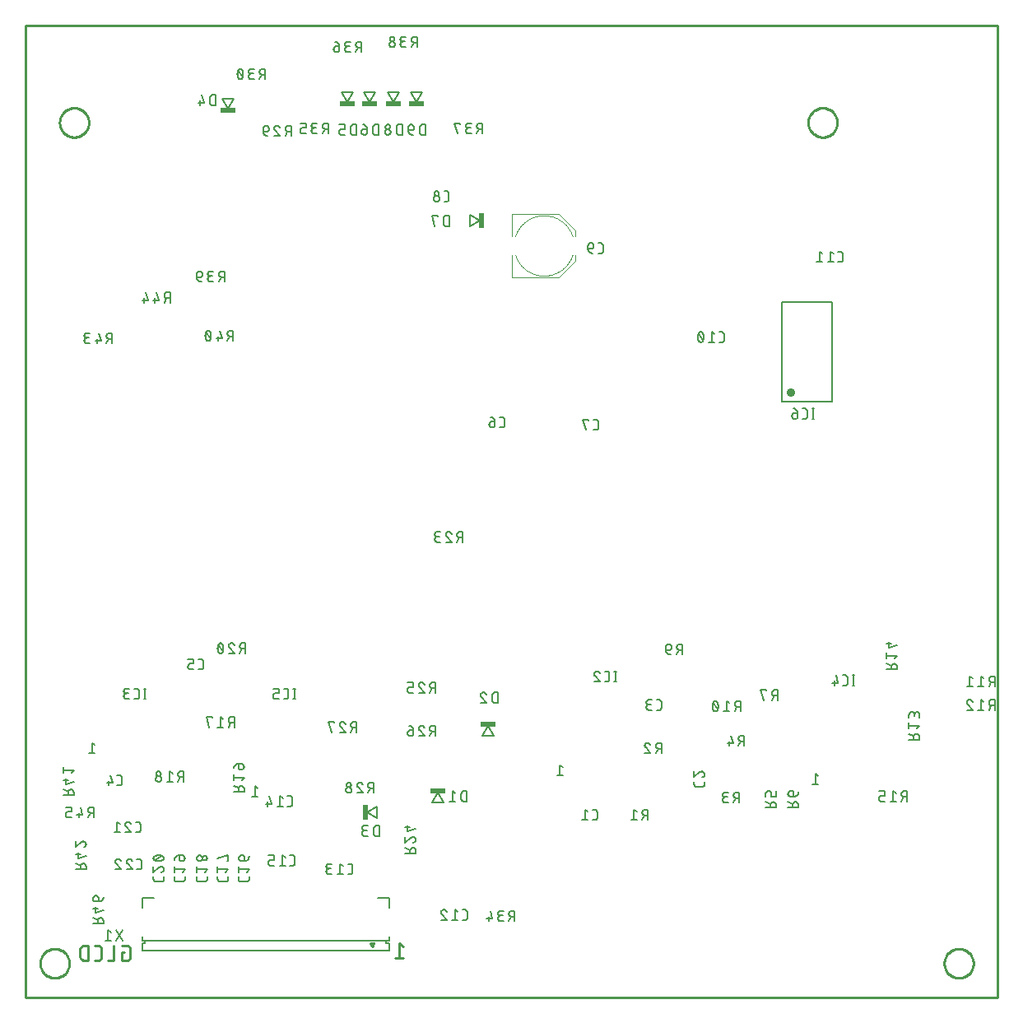
<source format=gbr>
G04 EAGLE Gerber RS-274X export*
G75*
%MOMM*%
%FSLAX34Y34*%
%LPD*%
%INSilkscreen Bottom*%
%IPPOS*%
%AMOC8*
5,1,8,0,0,1.08239X$1,22.5*%
G01*
%ADD10C,0.279400*%
%ADD11C,0.203200*%
%ADD12R,1.574800X0.609600*%
%ADD13R,0.609600X1.574800*%
%ADD14C,0.101600*%
%ADD15C,0.884400*%
%ADD16C,0.254000*%

G36*
X657165Y50471D02*
X657165Y50471D01*
X657265Y50478D01*
X657305Y50493D01*
X657348Y50499D01*
X657438Y50542D01*
X657531Y50576D01*
X657566Y50602D01*
X657605Y50620D01*
X657680Y50686D01*
X657760Y50745D01*
X657783Y50776D01*
X657819Y50807D01*
X657916Y50959D01*
X657958Y51016D01*
X659958Y55016D01*
X659961Y55024D01*
X659966Y55031D01*
X660006Y55159D01*
X660048Y55286D01*
X660049Y55294D01*
X660051Y55302D01*
X660055Y55437D01*
X660060Y55570D01*
X660058Y55578D01*
X660059Y55586D01*
X660025Y55716D01*
X659993Y55846D01*
X659989Y55853D01*
X659987Y55861D01*
X659919Y55976D01*
X659852Y56093D01*
X659846Y56099D01*
X659842Y56106D01*
X659744Y56198D01*
X659648Y56291D01*
X659640Y56294D01*
X659634Y56300D01*
X659515Y56361D01*
X659397Y56424D01*
X659389Y56426D01*
X659381Y56430D01*
X659329Y56438D01*
X659119Y56483D01*
X659081Y56480D01*
X659050Y56485D01*
X655050Y56485D01*
X655042Y56484D01*
X655033Y56485D01*
X654901Y56464D01*
X654769Y56445D01*
X654761Y56442D01*
X654752Y56441D01*
X654631Y56384D01*
X654509Y56329D01*
X654503Y56324D01*
X654495Y56320D01*
X654394Y56232D01*
X654292Y56146D01*
X654287Y56138D01*
X654281Y56133D01*
X654209Y56020D01*
X654135Y55909D01*
X654132Y55901D01*
X654127Y55894D01*
X654089Y55765D01*
X654049Y55638D01*
X654049Y55629D01*
X654046Y55621D01*
X654045Y55487D01*
X654041Y55354D01*
X654044Y55345D01*
X654044Y55337D01*
X654059Y55286D01*
X654113Y55079D01*
X654133Y55046D01*
X654142Y55016D01*
X656142Y51016D01*
X656199Y50934D01*
X656248Y50847D01*
X656279Y50817D01*
X656303Y50782D01*
X656381Y50719D01*
X656452Y50650D01*
X656490Y50629D01*
X656523Y50602D01*
X656615Y50563D01*
X656703Y50516D01*
X656745Y50507D01*
X656785Y50490D01*
X656884Y50478D01*
X656981Y50457D01*
X657024Y50460D01*
X657067Y50455D01*
X657165Y50471D01*
G37*
D10*
X688213Y52423D02*
X684050Y55753D01*
X684050Y40767D01*
X688213Y40767D02*
X679887Y40767D01*
X401715Y46553D02*
X399217Y46553D01*
X399217Y38227D01*
X404213Y38227D01*
X404327Y38229D01*
X404440Y38235D01*
X404554Y38244D01*
X404666Y38258D01*
X404779Y38275D01*
X404891Y38297D01*
X405001Y38322D01*
X405111Y38350D01*
X405220Y38383D01*
X405328Y38419D01*
X405435Y38459D01*
X405540Y38503D01*
X405643Y38550D01*
X405745Y38600D01*
X405845Y38654D01*
X405943Y38712D01*
X406039Y38773D01*
X406133Y38836D01*
X406225Y38904D01*
X406315Y38974D01*
X406401Y39047D01*
X406486Y39123D01*
X406568Y39202D01*
X406647Y39284D01*
X406723Y39369D01*
X406796Y39455D01*
X406866Y39545D01*
X406934Y39637D01*
X406997Y39731D01*
X407058Y39827D01*
X407116Y39925D01*
X407170Y40025D01*
X407220Y40127D01*
X407267Y40230D01*
X407311Y40335D01*
X407351Y40442D01*
X407387Y40550D01*
X407420Y40659D01*
X407448Y40769D01*
X407473Y40880D01*
X407495Y40991D01*
X407512Y41104D01*
X407526Y41216D01*
X407535Y41330D01*
X407541Y41443D01*
X407543Y41557D01*
X407543Y49883D01*
X407541Y49997D01*
X407535Y50110D01*
X407526Y50224D01*
X407512Y50336D01*
X407495Y50449D01*
X407473Y50561D01*
X407448Y50671D01*
X407420Y50781D01*
X407387Y50890D01*
X407351Y50998D01*
X407311Y51105D01*
X407267Y51210D01*
X407220Y51313D01*
X407170Y51415D01*
X407116Y51515D01*
X407058Y51613D01*
X406997Y51709D01*
X406934Y51803D01*
X406866Y51895D01*
X406796Y51985D01*
X406723Y52071D01*
X406647Y52156D01*
X406568Y52238D01*
X406486Y52317D01*
X406402Y52393D01*
X406315Y52466D01*
X406225Y52536D01*
X406133Y52603D01*
X406039Y52667D01*
X405943Y52728D01*
X405845Y52786D01*
X405745Y52840D01*
X405643Y52890D01*
X405540Y52937D01*
X405435Y52981D01*
X405328Y53021D01*
X405220Y53057D01*
X405111Y53090D01*
X405001Y53118D01*
X404891Y53143D01*
X404779Y53165D01*
X404666Y53182D01*
X404554Y53196D01*
X404440Y53205D01*
X404327Y53211D01*
X404213Y53213D01*
X399217Y53213D01*
X390825Y53213D02*
X390825Y38227D01*
X384164Y38227D01*
X374573Y38227D02*
X371243Y38227D01*
X374573Y38227D02*
X374687Y38229D01*
X374800Y38235D01*
X374914Y38244D01*
X375026Y38258D01*
X375139Y38275D01*
X375251Y38297D01*
X375361Y38322D01*
X375471Y38350D01*
X375580Y38383D01*
X375688Y38419D01*
X375795Y38459D01*
X375900Y38503D01*
X376003Y38550D01*
X376105Y38600D01*
X376205Y38654D01*
X376303Y38712D01*
X376399Y38773D01*
X376493Y38836D01*
X376585Y38904D01*
X376675Y38974D01*
X376761Y39047D01*
X376846Y39123D01*
X376928Y39202D01*
X377007Y39284D01*
X377083Y39369D01*
X377156Y39455D01*
X377226Y39545D01*
X377294Y39637D01*
X377357Y39731D01*
X377418Y39827D01*
X377476Y39925D01*
X377530Y40025D01*
X377580Y40127D01*
X377627Y40230D01*
X377671Y40335D01*
X377711Y40442D01*
X377747Y40550D01*
X377780Y40659D01*
X377808Y40769D01*
X377833Y40880D01*
X377855Y40991D01*
X377872Y41104D01*
X377886Y41216D01*
X377895Y41330D01*
X377901Y41443D01*
X377903Y41557D01*
X377903Y49883D01*
X377901Y49997D01*
X377895Y50110D01*
X377886Y50224D01*
X377872Y50336D01*
X377855Y50449D01*
X377833Y50561D01*
X377808Y50671D01*
X377780Y50781D01*
X377747Y50890D01*
X377711Y50998D01*
X377671Y51105D01*
X377627Y51210D01*
X377580Y51313D01*
X377530Y51415D01*
X377476Y51515D01*
X377418Y51613D01*
X377357Y51709D01*
X377294Y51803D01*
X377226Y51895D01*
X377156Y51985D01*
X377083Y52071D01*
X377007Y52156D01*
X376928Y52238D01*
X376846Y52317D01*
X376762Y52393D01*
X376675Y52466D01*
X376585Y52536D01*
X376493Y52603D01*
X376399Y52667D01*
X376303Y52728D01*
X376205Y52786D01*
X376105Y52840D01*
X376003Y52890D01*
X375900Y52937D01*
X375795Y52981D01*
X375688Y53021D01*
X375580Y53057D01*
X375471Y53090D01*
X375361Y53118D01*
X375251Y53143D01*
X375139Y53165D01*
X375026Y53182D01*
X374914Y53196D01*
X374800Y53205D01*
X374687Y53211D01*
X374573Y53213D01*
X371243Y53213D01*
X364297Y53213D02*
X364297Y38227D01*
X364297Y53213D02*
X360134Y53213D01*
X360006Y53211D01*
X359878Y53205D01*
X359750Y53195D01*
X359622Y53181D01*
X359495Y53164D01*
X359369Y53142D01*
X359243Y53117D01*
X359119Y53087D01*
X358995Y53054D01*
X358872Y53017D01*
X358750Y52976D01*
X358630Y52932D01*
X358511Y52884D01*
X358394Y52832D01*
X358278Y52777D01*
X358165Y52718D01*
X358053Y52655D01*
X357942Y52589D01*
X357835Y52520D01*
X357729Y52448D01*
X357625Y52372D01*
X357524Y52293D01*
X357425Y52211D01*
X357329Y52127D01*
X357236Y52039D01*
X357145Y51948D01*
X357058Y51855D01*
X356973Y51759D01*
X356891Y51660D01*
X356812Y51559D01*
X356736Y51455D01*
X356664Y51350D01*
X356595Y51242D01*
X356529Y51132D01*
X356466Y51020D01*
X356407Y50906D01*
X356352Y50790D01*
X356300Y50673D01*
X356252Y50554D01*
X356208Y50434D01*
X356167Y50312D01*
X356130Y50189D01*
X356097Y50065D01*
X356067Y49941D01*
X356042Y49815D01*
X356020Y49689D01*
X356003Y49562D01*
X355989Y49434D01*
X355979Y49306D01*
X355973Y49178D01*
X355971Y49050D01*
X355971Y42390D01*
X355973Y42262D01*
X355979Y42134D01*
X355989Y42006D01*
X356003Y41878D01*
X356020Y41751D01*
X356042Y41625D01*
X356067Y41499D01*
X356097Y41375D01*
X356130Y41251D01*
X356167Y41128D01*
X356208Y41006D01*
X356252Y40886D01*
X356300Y40767D01*
X356352Y40650D01*
X356407Y40534D01*
X356466Y40421D01*
X356529Y40308D01*
X356595Y40198D01*
X356664Y40090D01*
X356736Y39985D01*
X356812Y39881D01*
X356891Y39780D01*
X356973Y39681D01*
X357058Y39585D01*
X357145Y39492D01*
X357236Y39401D01*
X357329Y39313D01*
X357425Y39229D01*
X357524Y39147D01*
X357625Y39068D01*
X357729Y38992D01*
X357835Y38920D01*
X357942Y38851D01*
X358053Y38785D01*
X358165Y38722D01*
X358278Y38663D01*
X358394Y38608D01*
X358511Y38556D01*
X358630Y38508D01*
X358750Y38464D01*
X358872Y38423D01*
X358995Y38386D01*
X359119Y38353D01*
X359243Y38323D01*
X359369Y38298D01*
X359495Y38276D01*
X359622Y38259D01*
X359750Y38245D01*
X359878Y38235D01*
X360006Y38229D01*
X360134Y38227D01*
X364297Y38227D01*
D11*
X371094Y259503D02*
X368131Y261874D01*
X368131Y251206D01*
X371094Y251206D02*
X365167Y251206D01*
X535771Y217424D02*
X538734Y215053D01*
X535771Y217424D02*
X535771Y206756D01*
X538734Y206756D02*
X532807Y206756D01*
X849461Y239014D02*
X852424Y236643D01*
X849461Y239014D02*
X849461Y228346D01*
X852424Y228346D02*
X846497Y228346D01*
X1112351Y230124D02*
X1115314Y227753D01*
X1112351Y230124D02*
X1112351Y219456D01*
X1115314Y219456D02*
X1109387Y219456D01*
X906568Y324866D02*
X906568Y335534D01*
X907754Y324866D02*
X905383Y324866D01*
X905383Y335534D02*
X907754Y335534D01*
X898067Y324866D02*
X895696Y324866D01*
X898067Y324866D02*
X898162Y324868D01*
X898258Y324874D01*
X898353Y324883D01*
X898447Y324897D01*
X898541Y324914D01*
X898634Y324935D01*
X898727Y324960D01*
X898818Y324988D01*
X898908Y325020D01*
X898996Y325056D01*
X899083Y325095D01*
X899169Y325138D01*
X899253Y325184D01*
X899334Y325233D01*
X899414Y325286D01*
X899491Y325342D01*
X899567Y325400D01*
X899639Y325462D01*
X899709Y325527D01*
X899777Y325595D01*
X899842Y325665D01*
X899904Y325737D01*
X899962Y325813D01*
X900018Y325890D01*
X900071Y325970D01*
X900120Y326052D01*
X900166Y326135D01*
X900209Y326221D01*
X900248Y326308D01*
X900284Y326396D01*
X900316Y326486D01*
X900344Y326577D01*
X900369Y326670D01*
X900390Y326763D01*
X900407Y326857D01*
X900421Y326951D01*
X900430Y327046D01*
X900436Y327142D01*
X900438Y327237D01*
X900437Y327237D02*
X900437Y333163D01*
X900438Y333163D02*
X900436Y333258D01*
X900430Y333354D01*
X900421Y333449D01*
X900407Y333543D01*
X900390Y333637D01*
X900369Y333730D01*
X900344Y333823D01*
X900316Y333914D01*
X900284Y334004D01*
X900248Y334092D01*
X900209Y334179D01*
X900166Y334265D01*
X900120Y334348D01*
X900071Y334430D01*
X900018Y334510D01*
X899962Y334587D01*
X899904Y334663D01*
X899842Y334735D01*
X899777Y334805D01*
X899709Y334873D01*
X899639Y334938D01*
X899567Y335000D01*
X899491Y335058D01*
X899414Y335114D01*
X899334Y335167D01*
X899253Y335216D01*
X899169Y335262D01*
X899083Y335305D01*
X898996Y335344D01*
X898908Y335380D01*
X898818Y335412D01*
X898727Y335440D01*
X898634Y335465D01*
X898541Y335486D01*
X898447Y335503D01*
X898353Y335517D01*
X898258Y335526D01*
X898163Y335532D01*
X898067Y335534D01*
X895696Y335534D01*
X887603Y335534D02*
X887501Y335532D01*
X887399Y335526D01*
X887297Y335516D01*
X887196Y335503D01*
X887095Y335485D01*
X886995Y335464D01*
X886896Y335439D01*
X886798Y335410D01*
X886701Y335377D01*
X886606Y335341D01*
X886512Y335301D01*
X886420Y335257D01*
X886329Y335210D01*
X886240Y335159D01*
X886153Y335106D01*
X886069Y335048D01*
X885986Y334988D01*
X885906Y334925D01*
X885829Y334858D01*
X885754Y334789D01*
X885681Y334716D01*
X885612Y334641D01*
X885545Y334564D01*
X885482Y334484D01*
X885422Y334401D01*
X885364Y334317D01*
X885311Y334230D01*
X885260Y334141D01*
X885213Y334050D01*
X885169Y333958D01*
X885129Y333864D01*
X885093Y333768D01*
X885060Y333672D01*
X885031Y333574D01*
X885006Y333475D01*
X884985Y333375D01*
X884967Y333274D01*
X884954Y333173D01*
X884944Y333071D01*
X884938Y332969D01*
X884936Y332867D01*
X887603Y335534D02*
X887719Y335532D01*
X887836Y335526D01*
X887952Y335516D01*
X888067Y335502D01*
X888182Y335485D01*
X888297Y335463D01*
X888410Y335437D01*
X888523Y335408D01*
X888635Y335375D01*
X888745Y335338D01*
X888854Y335297D01*
X888962Y335253D01*
X889068Y335205D01*
X889172Y335153D01*
X889275Y335098D01*
X889376Y335040D01*
X889474Y334978D01*
X889571Y334913D01*
X889665Y334844D01*
X889757Y334772D01*
X889846Y334698D01*
X889933Y334620D01*
X890017Y334539D01*
X890098Y334456D01*
X890176Y334370D01*
X890252Y334281D01*
X890324Y334190D01*
X890393Y334096D01*
X890459Y334000D01*
X890522Y333902D01*
X890581Y333802D01*
X890637Y333700D01*
X890689Y333596D01*
X890738Y333490D01*
X890783Y333382D01*
X890825Y333274D01*
X890862Y333163D01*
X885825Y330792D02*
X885750Y330866D01*
X885678Y330943D01*
X885609Y331023D01*
X885542Y331105D01*
X885479Y331189D01*
X885419Y331276D01*
X885362Y331364D01*
X885308Y331455D01*
X885258Y331548D01*
X885211Y331642D01*
X885168Y331738D01*
X885128Y331836D01*
X885092Y331935D01*
X885059Y332035D01*
X885031Y332137D01*
X885006Y332239D01*
X884984Y332343D01*
X884967Y332447D01*
X884953Y332551D01*
X884944Y332656D01*
X884938Y332762D01*
X884936Y332867D01*
X885825Y330793D02*
X890863Y324866D01*
X884936Y324866D01*
X422698Y317754D02*
X422698Y307086D01*
X421513Y307086D02*
X423884Y307086D01*
X423884Y317754D02*
X421513Y317754D01*
X414197Y307086D02*
X411826Y307086D01*
X414197Y307086D02*
X414292Y307088D01*
X414388Y307094D01*
X414483Y307103D01*
X414577Y307117D01*
X414671Y307134D01*
X414764Y307155D01*
X414857Y307180D01*
X414948Y307208D01*
X415038Y307240D01*
X415126Y307276D01*
X415213Y307315D01*
X415299Y307358D01*
X415383Y307404D01*
X415464Y307453D01*
X415544Y307506D01*
X415621Y307562D01*
X415697Y307620D01*
X415769Y307682D01*
X415839Y307747D01*
X415907Y307815D01*
X415972Y307885D01*
X416034Y307957D01*
X416092Y308033D01*
X416148Y308110D01*
X416201Y308190D01*
X416250Y308272D01*
X416296Y308355D01*
X416339Y308441D01*
X416378Y308528D01*
X416414Y308616D01*
X416446Y308706D01*
X416474Y308797D01*
X416499Y308890D01*
X416520Y308983D01*
X416537Y309077D01*
X416551Y309171D01*
X416560Y309266D01*
X416566Y309362D01*
X416568Y309457D01*
X416567Y309457D02*
X416567Y315383D01*
X416568Y315383D02*
X416566Y315478D01*
X416560Y315574D01*
X416551Y315669D01*
X416537Y315763D01*
X416520Y315857D01*
X416499Y315950D01*
X416474Y316043D01*
X416446Y316134D01*
X416414Y316224D01*
X416378Y316312D01*
X416339Y316399D01*
X416296Y316485D01*
X416250Y316568D01*
X416201Y316650D01*
X416148Y316730D01*
X416092Y316807D01*
X416034Y316883D01*
X415972Y316955D01*
X415907Y317025D01*
X415839Y317093D01*
X415769Y317158D01*
X415697Y317220D01*
X415621Y317278D01*
X415544Y317334D01*
X415464Y317387D01*
X415383Y317436D01*
X415299Y317482D01*
X415213Y317525D01*
X415126Y317564D01*
X415038Y317600D01*
X414948Y317632D01*
X414857Y317660D01*
X414764Y317685D01*
X414671Y317706D01*
X414577Y317723D01*
X414483Y317737D01*
X414388Y317746D01*
X414293Y317752D01*
X414197Y317754D01*
X411826Y317754D01*
X406993Y307086D02*
X404029Y307086D01*
X403922Y307088D01*
X403815Y307094D01*
X403709Y307103D01*
X403603Y307117D01*
X403497Y307134D01*
X403392Y307155D01*
X403288Y307180D01*
X403185Y307209D01*
X403083Y307241D01*
X402982Y307277D01*
X402883Y307317D01*
X402785Y307360D01*
X402689Y307407D01*
X402594Y307457D01*
X402501Y307510D01*
X402411Y307567D01*
X402322Y307627D01*
X402236Y307690D01*
X402152Y307756D01*
X402070Y307826D01*
X401991Y307898D01*
X401915Y307973D01*
X401841Y308051D01*
X401771Y308131D01*
X401703Y308214D01*
X401638Y308299D01*
X401577Y308386D01*
X401518Y308476D01*
X401463Y308568D01*
X401411Y308661D01*
X401363Y308757D01*
X401318Y308854D01*
X401276Y308952D01*
X401239Y309052D01*
X401204Y309154D01*
X401174Y309256D01*
X401147Y309360D01*
X401124Y309464D01*
X401105Y309570D01*
X401090Y309676D01*
X401078Y309782D01*
X401070Y309889D01*
X401066Y309996D01*
X401066Y310102D01*
X401070Y310209D01*
X401078Y310316D01*
X401090Y310422D01*
X401105Y310528D01*
X401124Y310634D01*
X401147Y310738D01*
X401174Y310842D01*
X401204Y310944D01*
X401239Y311046D01*
X401276Y311146D01*
X401318Y311244D01*
X401363Y311341D01*
X401411Y311437D01*
X401463Y311531D01*
X401518Y311622D01*
X401577Y311712D01*
X401638Y311799D01*
X401703Y311884D01*
X401771Y311967D01*
X401841Y312047D01*
X401915Y312125D01*
X401991Y312200D01*
X402070Y312272D01*
X402152Y312342D01*
X402236Y312408D01*
X402322Y312471D01*
X402411Y312531D01*
X402501Y312588D01*
X402594Y312641D01*
X402689Y312691D01*
X402785Y312738D01*
X402883Y312781D01*
X402982Y312821D01*
X403083Y312857D01*
X403185Y312889D01*
X403288Y312918D01*
X403392Y312943D01*
X403497Y312964D01*
X403603Y312981D01*
X403709Y312995D01*
X403815Y313004D01*
X403922Y313010D01*
X404029Y313012D01*
X403437Y317754D02*
X406993Y317754D01*
X403437Y317754D02*
X403340Y317752D01*
X403244Y317746D01*
X403148Y317736D01*
X403052Y317722D01*
X402957Y317705D01*
X402862Y317683D01*
X402769Y317658D01*
X402677Y317629D01*
X402586Y317596D01*
X402496Y317559D01*
X402408Y317519D01*
X402322Y317475D01*
X402238Y317428D01*
X402155Y317378D01*
X402075Y317324D01*
X401997Y317266D01*
X401921Y317206D01*
X401848Y317143D01*
X401778Y317077D01*
X401710Y317007D01*
X401645Y316936D01*
X401583Y316861D01*
X401525Y316784D01*
X401469Y316705D01*
X401417Y316624D01*
X401368Y316540D01*
X401322Y316455D01*
X401280Y316368D01*
X401242Y316279D01*
X401207Y316189D01*
X401176Y316097D01*
X401149Y316004D01*
X401125Y315911D01*
X401106Y315816D01*
X401090Y315720D01*
X401078Y315624D01*
X401070Y315528D01*
X401066Y315431D01*
X401066Y315335D01*
X401070Y315238D01*
X401078Y315142D01*
X401090Y315046D01*
X401106Y314950D01*
X401125Y314855D01*
X401149Y314762D01*
X401176Y314669D01*
X401207Y314577D01*
X401242Y314487D01*
X401280Y314398D01*
X401322Y314311D01*
X401368Y314226D01*
X401417Y314142D01*
X401469Y314061D01*
X401525Y313982D01*
X401583Y313905D01*
X401645Y313830D01*
X401710Y313759D01*
X401778Y313689D01*
X401848Y313623D01*
X401921Y313560D01*
X401997Y313500D01*
X402075Y313442D01*
X402155Y313388D01*
X402238Y313338D01*
X402322Y313291D01*
X402408Y313247D01*
X402496Y313207D01*
X402586Y313170D01*
X402677Y313137D01*
X402769Y313108D01*
X402862Y313083D01*
X402957Y313061D01*
X403052Y313044D01*
X403148Y313030D01*
X403244Y313020D01*
X403340Y313014D01*
X403437Y313012D01*
X403437Y313013D02*
X405807Y313013D01*
X1151678Y321056D02*
X1151678Y331724D01*
X1152864Y321056D02*
X1150493Y321056D01*
X1150493Y331724D02*
X1152864Y331724D01*
X1143177Y321056D02*
X1140806Y321056D01*
X1143177Y321056D02*
X1143272Y321058D01*
X1143368Y321064D01*
X1143463Y321073D01*
X1143557Y321087D01*
X1143651Y321104D01*
X1143744Y321125D01*
X1143837Y321150D01*
X1143928Y321178D01*
X1144018Y321210D01*
X1144106Y321246D01*
X1144193Y321285D01*
X1144279Y321328D01*
X1144363Y321374D01*
X1144444Y321423D01*
X1144524Y321476D01*
X1144601Y321532D01*
X1144677Y321590D01*
X1144749Y321652D01*
X1144819Y321717D01*
X1144887Y321785D01*
X1144952Y321855D01*
X1145014Y321927D01*
X1145072Y322003D01*
X1145128Y322080D01*
X1145181Y322160D01*
X1145230Y322242D01*
X1145276Y322325D01*
X1145319Y322411D01*
X1145358Y322498D01*
X1145394Y322586D01*
X1145426Y322676D01*
X1145454Y322767D01*
X1145479Y322860D01*
X1145500Y322953D01*
X1145517Y323047D01*
X1145531Y323141D01*
X1145540Y323236D01*
X1145546Y323332D01*
X1145548Y323427D01*
X1145547Y323427D02*
X1145547Y329353D01*
X1145548Y329353D02*
X1145546Y329448D01*
X1145540Y329544D01*
X1145531Y329639D01*
X1145517Y329733D01*
X1145500Y329827D01*
X1145479Y329920D01*
X1145454Y330013D01*
X1145426Y330104D01*
X1145394Y330194D01*
X1145358Y330282D01*
X1145319Y330369D01*
X1145276Y330455D01*
X1145230Y330538D01*
X1145181Y330620D01*
X1145128Y330700D01*
X1145072Y330777D01*
X1145014Y330853D01*
X1144952Y330925D01*
X1144887Y330995D01*
X1144819Y331063D01*
X1144749Y331128D01*
X1144677Y331190D01*
X1144601Y331248D01*
X1144524Y331304D01*
X1144444Y331357D01*
X1144363Y331406D01*
X1144279Y331452D01*
X1144193Y331495D01*
X1144106Y331534D01*
X1144018Y331570D01*
X1143928Y331602D01*
X1143837Y331630D01*
X1143744Y331655D01*
X1143651Y331676D01*
X1143557Y331693D01*
X1143463Y331707D01*
X1143368Y331716D01*
X1143273Y331722D01*
X1143177Y331724D01*
X1140806Y331724D01*
X1133602Y331724D02*
X1135973Y323427D01*
X1130046Y323427D01*
X1131824Y325797D02*
X1131824Y321056D01*
X576368Y317754D02*
X576368Y307086D01*
X575183Y307086D02*
X577554Y307086D01*
X577554Y317754D02*
X575183Y317754D01*
X567867Y307086D02*
X565496Y307086D01*
X567867Y307086D02*
X567962Y307088D01*
X568058Y307094D01*
X568153Y307103D01*
X568247Y307117D01*
X568341Y307134D01*
X568434Y307155D01*
X568527Y307180D01*
X568618Y307208D01*
X568708Y307240D01*
X568796Y307276D01*
X568883Y307315D01*
X568969Y307358D01*
X569053Y307404D01*
X569134Y307453D01*
X569214Y307506D01*
X569291Y307562D01*
X569367Y307620D01*
X569439Y307682D01*
X569509Y307747D01*
X569577Y307815D01*
X569642Y307885D01*
X569704Y307957D01*
X569762Y308033D01*
X569818Y308110D01*
X569871Y308190D01*
X569920Y308272D01*
X569966Y308355D01*
X570009Y308441D01*
X570048Y308528D01*
X570084Y308616D01*
X570116Y308706D01*
X570144Y308797D01*
X570169Y308890D01*
X570190Y308983D01*
X570207Y309077D01*
X570221Y309171D01*
X570230Y309266D01*
X570236Y309362D01*
X570238Y309457D01*
X570237Y309457D02*
X570237Y315383D01*
X570238Y315383D02*
X570236Y315478D01*
X570230Y315574D01*
X570221Y315669D01*
X570207Y315763D01*
X570190Y315857D01*
X570169Y315950D01*
X570144Y316043D01*
X570116Y316134D01*
X570084Y316224D01*
X570048Y316312D01*
X570009Y316399D01*
X569966Y316485D01*
X569920Y316568D01*
X569871Y316650D01*
X569818Y316730D01*
X569762Y316807D01*
X569704Y316883D01*
X569642Y316955D01*
X569577Y317025D01*
X569509Y317093D01*
X569439Y317158D01*
X569367Y317220D01*
X569291Y317278D01*
X569214Y317334D01*
X569134Y317387D01*
X569053Y317436D01*
X568969Y317482D01*
X568883Y317525D01*
X568796Y317564D01*
X568708Y317600D01*
X568618Y317632D01*
X568527Y317660D01*
X568434Y317685D01*
X568341Y317706D01*
X568247Y317723D01*
X568153Y317737D01*
X568058Y317746D01*
X567963Y317752D01*
X567867Y317754D01*
X565496Y317754D01*
X560663Y307086D02*
X557107Y307086D01*
X557012Y307088D01*
X556916Y307094D01*
X556821Y307103D01*
X556727Y307117D01*
X556633Y307134D01*
X556540Y307155D01*
X556447Y307180D01*
X556356Y307208D01*
X556266Y307240D01*
X556178Y307276D01*
X556091Y307315D01*
X556005Y307358D01*
X555922Y307404D01*
X555840Y307453D01*
X555760Y307506D01*
X555683Y307562D01*
X555607Y307620D01*
X555535Y307682D01*
X555465Y307747D01*
X555397Y307815D01*
X555332Y307885D01*
X555270Y307957D01*
X555212Y308033D01*
X555156Y308110D01*
X555103Y308190D01*
X555054Y308272D01*
X555008Y308355D01*
X554965Y308441D01*
X554926Y308528D01*
X554890Y308616D01*
X554858Y308706D01*
X554830Y308797D01*
X554805Y308890D01*
X554784Y308983D01*
X554767Y309077D01*
X554753Y309171D01*
X554744Y309266D01*
X554738Y309362D01*
X554736Y309457D01*
X554736Y310642D01*
X554738Y310737D01*
X554744Y310833D01*
X554753Y310928D01*
X554767Y311022D01*
X554784Y311116D01*
X554805Y311209D01*
X554830Y311302D01*
X554858Y311393D01*
X554890Y311483D01*
X554926Y311571D01*
X554965Y311658D01*
X555008Y311744D01*
X555054Y311828D01*
X555103Y311909D01*
X555156Y311989D01*
X555212Y312066D01*
X555270Y312142D01*
X555332Y312214D01*
X555397Y312284D01*
X555465Y312352D01*
X555535Y312417D01*
X555607Y312479D01*
X555683Y312537D01*
X555760Y312593D01*
X555840Y312646D01*
X555922Y312695D01*
X556005Y312741D01*
X556091Y312784D01*
X556178Y312823D01*
X556266Y312859D01*
X556356Y312891D01*
X556447Y312919D01*
X556540Y312944D01*
X556633Y312965D01*
X556727Y312982D01*
X556821Y312996D01*
X556916Y313005D01*
X557012Y313011D01*
X557107Y313013D01*
X560663Y313013D01*
X560663Y317754D01*
X554736Y317754D01*
X940282Y193294D02*
X940282Y182626D01*
X940282Y193294D02*
X937319Y193294D01*
X937212Y193292D01*
X937105Y193286D01*
X936999Y193277D01*
X936893Y193263D01*
X936787Y193246D01*
X936682Y193225D01*
X936578Y193200D01*
X936475Y193171D01*
X936373Y193139D01*
X936272Y193103D01*
X936173Y193063D01*
X936075Y193020D01*
X935979Y192973D01*
X935884Y192923D01*
X935791Y192870D01*
X935701Y192813D01*
X935612Y192753D01*
X935526Y192690D01*
X935442Y192624D01*
X935360Y192554D01*
X935281Y192482D01*
X935205Y192407D01*
X935131Y192329D01*
X935061Y192249D01*
X934993Y192166D01*
X934928Y192081D01*
X934867Y191994D01*
X934808Y191904D01*
X934753Y191813D01*
X934701Y191719D01*
X934653Y191623D01*
X934608Y191526D01*
X934566Y191428D01*
X934529Y191328D01*
X934494Y191226D01*
X934464Y191124D01*
X934437Y191020D01*
X934414Y190916D01*
X934395Y190810D01*
X934380Y190704D01*
X934368Y190598D01*
X934360Y190491D01*
X934356Y190384D01*
X934356Y190278D01*
X934360Y190171D01*
X934368Y190064D01*
X934380Y189958D01*
X934395Y189852D01*
X934414Y189746D01*
X934437Y189642D01*
X934464Y189538D01*
X934494Y189436D01*
X934529Y189334D01*
X934566Y189234D01*
X934608Y189136D01*
X934653Y189039D01*
X934701Y188943D01*
X934753Y188850D01*
X934808Y188758D01*
X934867Y188668D01*
X934928Y188581D01*
X934993Y188496D01*
X935061Y188413D01*
X935131Y188333D01*
X935205Y188255D01*
X935281Y188180D01*
X935360Y188108D01*
X935442Y188038D01*
X935526Y187972D01*
X935612Y187909D01*
X935701Y187849D01*
X935791Y187792D01*
X935884Y187739D01*
X935979Y187689D01*
X936075Y187642D01*
X936173Y187599D01*
X936272Y187559D01*
X936373Y187523D01*
X936475Y187491D01*
X936578Y187462D01*
X936682Y187437D01*
X936787Y187416D01*
X936893Y187399D01*
X936999Y187385D01*
X937105Y187376D01*
X937212Y187370D01*
X937319Y187368D01*
X937319Y187367D02*
X940282Y187367D01*
X936726Y187367D02*
X934356Y182626D01*
X928963Y190923D02*
X925999Y193294D01*
X925999Y182626D01*
X923036Y182626D02*
X928963Y182626D01*
X954252Y251206D02*
X954252Y261874D01*
X951289Y261874D01*
X951182Y261872D01*
X951075Y261866D01*
X950969Y261857D01*
X950863Y261843D01*
X950757Y261826D01*
X950652Y261805D01*
X950548Y261780D01*
X950445Y261751D01*
X950343Y261719D01*
X950242Y261683D01*
X950143Y261643D01*
X950045Y261600D01*
X949949Y261553D01*
X949854Y261503D01*
X949761Y261450D01*
X949671Y261393D01*
X949582Y261333D01*
X949496Y261270D01*
X949412Y261204D01*
X949330Y261134D01*
X949251Y261062D01*
X949175Y260987D01*
X949101Y260909D01*
X949031Y260829D01*
X948963Y260746D01*
X948898Y260661D01*
X948837Y260574D01*
X948778Y260484D01*
X948723Y260393D01*
X948671Y260299D01*
X948623Y260203D01*
X948578Y260106D01*
X948536Y260008D01*
X948499Y259908D01*
X948464Y259806D01*
X948434Y259704D01*
X948407Y259600D01*
X948384Y259496D01*
X948365Y259390D01*
X948350Y259284D01*
X948338Y259178D01*
X948330Y259071D01*
X948326Y258964D01*
X948326Y258858D01*
X948330Y258751D01*
X948338Y258644D01*
X948350Y258538D01*
X948365Y258432D01*
X948384Y258326D01*
X948407Y258222D01*
X948434Y258118D01*
X948464Y258016D01*
X948499Y257914D01*
X948536Y257814D01*
X948578Y257716D01*
X948623Y257619D01*
X948671Y257523D01*
X948723Y257430D01*
X948778Y257338D01*
X948837Y257248D01*
X948898Y257161D01*
X948963Y257076D01*
X949031Y256993D01*
X949101Y256913D01*
X949175Y256835D01*
X949251Y256760D01*
X949330Y256688D01*
X949412Y256618D01*
X949496Y256552D01*
X949582Y256489D01*
X949671Y256429D01*
X949761Y256372D01*
X949854Y256319D01*
X949949Y256269D01*
X950045Y256222D01*
X950143Y256179D01*
X950242Y256139D01*
X950343Y256103D01*
X950445Y256071D01*
X950548Y256042D01*
X950652Y256017D01*
X950757Y255996D01*
X950863Y255979D01*
X950969Y255965D01*
X951075Y255956D01*
X951182Y255950D01*
X951289Y255948D01*
X951289Y255947D02*
X954252Y255947D01*
X950696Y255947D02*
X948326Y251206D01*
X939673Y261874D02*
X939571Y261872D01*
X939469Y261866D01*
X939367Y261856D01*
X939266Y261843D01*
X939165Y261825D01*
X939065Y261804D01*
X938966Y261779D01*
X938868Y261750D01*
X938771Y261717D01*
X938676Y261681D01*
X938582Y261641D01*
X938490Y261597D01*
X938399Y261550D01*
X938310Y261499D01*
X938223Y261446D01*
X938139Y261388D01*
X938056Y261328D01*
X937976Y261265D01*
X937899Y261198D01*
X937824Y261129D01*
X937751Y261056D01*
X937682Y260981D01*
X937615Y260904D01*
X937552Y260824D01*
X937492Y260741D01*
X937434Y260657D01*
X937381Y260570D01*
X937330Y260481D01*
X937283Y260390D01*
X937239Y260298D01*
X937199Y260204D01*
X937163Y260108D01*
X937130Y260012D01*
X937101Y259914D01*
X937076Y259815D01*
X937055Y259715D01*
X937037Y259614D01*
X937024Y259513D01*
X937014Y259411D01*
X937008Y259309D01*
X937006Y259207D01*
X939673Y261874D02*
X939789Y261872D01*
X939906Y261866D01*
X940022Y261856D01*
X940137Y261842D01*
X940252Y261825D01*
X940367Y261803D01*
X940480Y261777D01*
X940593Y261748D01*
X940705Y261715D01*
X940815Y261678D01*
X940924Y261637D01*
X941032Y261593D01*
X941138Y261545D01*
X941242Y261493D01*
X941345Y261438D01*
X941446Y261380D01*
X941544Y261318D01*
X941641Y261253D01*
X941735Y261184D01*
X941827Y261112D01*
X941916Y261038D01*
X942003Y260960D01*
X942087Y260879D01*
X942168Y260796D01*
X942246Y260710D01*
X942322Y260621D01*
X942394Y260530D01*
X942463Y260436D01*
X942529Y260340D01*
X942592Y260242D01*
X942651Y260142D01*
X942707Y260040D01*
X942759Y259936D01*
X942808Y259830D01*
X942853Y259722D01*
X942895Y259614D01*
X942932Y259503D01*
X937895Y257132D02*
X937820Y257206D01*
X937748Y257283D01*
X937679Y257363D01*
X937612Y257445D01*
X937549Y257529D01*
X937489Y257616D01*
X937432Y257704D01*
X937378Y257795D01*
X937328Y257888D01*
X937281Y257982D01*
X937238Y258078D01*
X937198Y258176D01*
X937162Y258275D01*
X937129Y258375D01*
X937101Y258477D01*
X937076Y258579D01*
X937054Y258683D01*
X937037Y258787D01*
X937023Y258891D01*
X937014Y258996D01*
X937008Y259102D01*
X937006Y259207D01*
X937895Y257133D02*
X942933Y251206D01*
X937006Y251206D01*
X1034262Y211074D02*
X1034262Y200406D01*
X1034262Y211074D02*
X1031299Y211074D01*
X1031192Y211072D01*
X1031085Y211066D01*
X1030979Y211057D01*
X1030873Y211043D01*
X1030767Y211026D01*
X1030662Y211005D01*
X1030558Y210980D01*
X1030455Y210951D01*
X1030353Y210919D01*
X1030252Y210883D01*
X1030153Y210843D01*
X1030055Y210800D01*
X1029959Y210753D01*
X1029864Y210703D01*
X1029771Y210650D01*
X1029681Y210593D01*
X1029592Y210533D01*
X1029506Y210470D01*
X1029422Y210404D01*
X1029340Y210334D01*
X1029261Y210262D01*
X1029185Y210187D01*
X1029111Y210109D01*
X1029041Y210029D01*
X1028973Y209946D01*
X1028908Y209861D01*
X1028847Y209774D01*
X1028788Y209684D01*
X1028733Y209593D01*
X1028681Y209499D01*
X1028633Y209403D01*
X1028588Y209306D01*
X1028546Y209208D01*
X1028509Y209108D01*
X1028474Y209006D01*
X1028444Y208904D01*
X1028417Y208800D01*
X1028394Y208696D01*
X1028375Y208590D01*
X1028360Y208484D01*
X1028348Y208378D01*
X1028340Y208271D01*
X1028336Y208164D01*
X1028336Y208058D01*
X1028340Y207951D01*
X1028348Y207844D01*
X1028360Y207738D01*
X1028375Y207632D01*
X1028394Y207526D01*
X1028417Y207422D01*
X1028444Y207318D01*
X1028474Y207216D01*
X1028509Y207114D01*
X1028546Y207014D01*
X1028588Y206916D01*
X1028633Y206819D01*
X1028681Y206723D01*
X1028733Y206630D01*
X1028788Y206538D01*
X1028847Y206448D01*
X1028908Y206361D01*
X1028973Y206276D01*
X1029041Y206193D01*
X1029111Y206113D01*
X1029185Y206035D01*
X1029261Y205960D01*
X1029340Y205888D01*
X1029422Y205818D01*
X1029506Y205752D01*
X1029592Y205689D01*
X1029681Y205629D01*
X1029771Y205572D01*
X1029864Y205519D01*
X1029959Y205469D01*
X1030055Y205422D01*
X1030153Y205379D01*
X1030252Y205339D01*
X1030353Y205303D01*
X1030455Y205271D01*
X1030558Y205242D01*
X1030662Y205217D01*
X1030767Y205196D01*
X1030873Y205179D01*
X1030979Y205165D01*
X1031085Y205156D01*
X1031192Y205150D01*
X1031299Y205148D01*
X1031299Y205147D02*
X1034262Y205147D01*
X1030706Y205147D02*
X1028336Y200406D01*
X1022943Y200406D02*
X1019979Y200406D01*
X1019872Y200408D01*
X1019765Y200414D01*
X1019659Y200423D01*
X1019553Y200437D01*
X1019447Y200454D01*
X1019342Y200475D01*
X1019238Y200500D01*
X1019135Y200529D01*
X1019033Y200561D01*
X1018932Y200597D01*
X1018833Y200637D01*
X1018735Y200680D01*
X1018639Y200727D01*
X1018544Y200777D01*
X1018451Y200830D01*
X1018361Y200887D01*
X1018272Y200947D01*
X1018186Y201010D01*
X1018102Y201076D01*
X1018020Y201146D01*
X1017941Y201218D01*
X1017865Y201293D01*
X1017791Y201371D01*
X1017721Y201451D01*
X1017653Y201534D01*
X1017588Y201619D01*
X1017527Y201706D01*
X1017468Y201796D01*
X1017413Y201888D01*
X1017361Y201981D01*
X1017313Y202077D01*
X1017268Y202174D01*
X1017226Y202272D01*
X1017189Y202372D01*
X1017154Y202474D01*
X1017124Y202576D01*
X1017097Y202680D01*
X1017074Y202784D01*
X1017055Y202890D01*
X1017040Y202996D01*
X1017028Y203102D01*
X1017020Y203209D01*
X1017016Y203316D01*
X1017016Y203422D01*
X1017020Y203529D01*
X1017028Y203636D01*
X1017040Y203742D01*
X1017055Y203848D01*
X1017074Y203954D01*
X1017097Y204058D01*
X1017124Y204162D01*
X1017154Y204264D01*
X1017189Y204366D01*
X1017226Y204466D01*
X1017268Y204564D01*
X1017313Y204661D01*
X1017361Y204757D01*
X1017413Y204851D01*
X1017468Y204942D01*
X1017527Y205032D01*
X1017588Y205119D01*
X1017653Y205204D01*
X1017721Y205287D01*
X1017791Y205367D01*
X1017865Y205445D01*
X1017941Y205520D01*
X1018020Y205592D01*
X1018102Y205662D01*
X1018186Y205728D01*
X1018272Y205791D01*
X1018361Y205851D01*
X1018451Y205908D01*
X1018544Y205961D01*
X1018639Y206011D01*
X1018735Y206058D01*
X1018833Y206101D01*
X1018932Y206141D01*
X1019033Y206177D01*
X1019135Y206209D01*
X1019238Y206238D01*
X1019342Y206263D01*
X1019447Y206284D01*
X1019553Y206301D01*
X1019659Y206315D01*
X1019765Y206324D01*
X1019872Y206330D01*
X1019979Y206332D01*
X1019387Y211074D02*
X1022943Y211074D01*
X1019387Y211074D02*
X1019290Y211072D01*
X1019194Y211066D01*
X1019098Y211056D01*
X1019002Y211042D01*
X1018907Y211025D01*
X1018812Y211003D01*
X1018719Y210978D01*
X1018627Y210949D01*
X1018536Y210916D01*
X1018446Y210879D01*
X1018358Y210839D01*
X1018272Y210795D01*
X1018188Y210748D01*
X1018105Y210698D01*
X1018025Y210644D01*
X1017947Y210586D01*
X1017871Y210526D01*
X1017798Y210463D01*
X1017728Y210397D01*
X1017660Y210327D01*
X1017595Y210256D01*
X1017533Y210181D01*
X1017475Y210104D01*
X1017419Y210025D01*
X1017367Y209944D01*
X1017318Y209860D01*
X1017272Y209775D01*
X1017230Y209688D01*
X1017192Y209599D01*
X1017157Y209509D01*
X1017126Y209417D01*
X1017099Y209324D01*
X1017075Y209231D01*
X1017056Y209136D01*
X1017040Y209040D01*
X1017028Y208944D01*
X1017020Y208848D01*
X1017016Y208751D01*
X1017016Y208655D01*
X1017020Y208558D01*
X1017028Y208462D01*
X1017040Y208366D01*
X1017056Y208270D01*
X1017075Y208175D01*
X1017099Y208082D01*
X1017126Y207989D01*
X1017157Y207897D01*
X1017192Y207807D01*
X1017230Y207718D01*
X1017272Y207631D01*
X1017318Y207546D01*
X1017367Y207462D01*
X1017419Y207381D01*
X1017475Y207302D01*
X1017533Y207225D01*
X1017595Y207150D01*
X1017660Y207079D01*
X1017728Y207009D01*
X1017798Y206943D01*
X1017871Y206880D01*
X1017947Y206820D01*
X1018025Y206762D01*
X1018105Y206708D01*
X1018188Y206658D01*
X1018272Y206611D01*
X1018358Y206567D01*
X1018446Y206527D01*
X1018536Y206490D01*
X1018627Y206457D01*
X1018719Y206428D01*
X1018812Y206403D01*
X1018907Y206381D01*
X1019002Y206364D01*
X1019098Y206350D01*
X1019194Y206340D01*
X1019290Y206334D01*
X1019387Y206332D01*
X1019387Y206333D02*
X1021757Y206333D01*
X1039342Y258826D02*
X1039342Y269494D01*
X1036379Y269494D01*
X1036272Y269492D01*
X1036165Y269486D01*
X1036059Y269477D01*
X1035953Y269463D01*
X1035847Y269446D01*
X1035742Y269425D01*
X1035638Y269400D01*
X1035535Y269371D01*
X1035433Y269339D01*
X1035332Y269303D01*
X1035233Y269263D01*
X1035135Y269220D01*
X1035039Y269173D01*
X1034944Y269123D01*
X1034851Y269070D01*
X1034761Y269013D01*
X1034672Y268953D01*
X1034586Y268890D01*
X1034502Y268824D01*
X1034420Y268754D01*
X1034341Y268682D01*
X1034265Y268607D01*
X1034191Y268529D01*
X1034121Y268449D01*
X1034053Y268366D01*
X1033988Y268281D01*
X1033927Y268194D01*
X1033868Y268104D01*
X1033813Y268013D01*
X1033761Y267919D01*
X1033713Y267823D01*
X1033668Y267726D01*
X1033626Y267628D01*
X1033589Y267528D01*
X1033554Y267426D01*
X1033524Y267324D01*
X1033497Y267220D01*
X1033474Y267116D01*
X1033455Y267010D01*
X1033440Y266904D01*
X1033428Y266798D01*
X1033420Y266691D01*
X1033416Y266584D01*
X1033416Y266478D01*
X1033420Y266371D01*
X1033428Y266264D01*
X1033440Y266158D01*
X1033455Y266052D01*
X1033474Y265946D01*
X1033497Y265842D01*
X1033524Y265738D01*
X1033554Y265636D01*
X1033589Y265534D01*
X1033626Y265434D01*
X1033668Y265336D01*
X1033713Y265239D01*
X1033761Y265143D01*
X1033813Y265050D01*
X1033868Y264958D01*
X1033927Y264868D01*
X1033988Y264781D01*
X1034053Y264696D01*
X1034121Y264613D01*
X1034191Y264533D01*
X1034265Y264455D01*
X1034341Y264380D01*
X1034420Y264308D01*
X1034502Y264238D01*
X1034586Y264172D01*
X1034672Y264109D01*
X1034761Y264049D01*
X1034851Y263992D01*
X1034944Y263939D01*
X1035039Y263889D01*
X1035135Y263842D01*
X1035233Y263799D01*
X1035332Y263759D01*
X1035433Y263723D01*
X1035535Y263691D01*
X1035638Y263662D01*
X1035742Y263637D01*
X1035847Y263616D01*
X1035953Y263599D01*
X1036059Y263585D01*
X1036165Y263576D01*
X1036272Y263570D01*
X1036379Y263568D01*
X1036379Y263567D02*
X1039342Y263567D01*
X1035786Y263567D02*
X1033416Y258826D01*
X1028023Y261197D02*
X1025652Y269494D01*
X1028023Y261197D02*
X1022096Y261197D01*
X1023874Y263567D02*
X1023874Y258826D01*
X1061466Y195098D02*
X1072134Y195098D01*
X1072134Y198061D01*
X1072132Y198168D01*
X1072126Y198275D01*
X1072117Y198381D01*
X1072103Y198487D01*
X1072086Y198593D01*
X1072065Y198698D01*
X1072040Y198802D01*
X1072011Y198905D01*
X1071979Y199007D01*
X1071943Y199108D01*
X1071903Y199207D01*
X1071860Y199305D01*
X1071813Y199401D01*
X1071763Y199496D01*
X1071710Y199589D01*
X1071653Y199679D01*
X1071593Y199768D01*
X1071530Y199854D01*
X1071464Y199938D01*
X1071394Y200020D01*
X1071322Y200099D01*
X1071247Y200175D01*
X1071169Y200249D01*
X1071089Y200319D01*
X1071006Y200387D01*
X1070921Y200452D01*
X1070834Y200513D01*
X1070744Y200572D01*
X1070653Y200627D01*
X1070559Y200679D01*
X1070463Y200727D01*
X1070366Y200772D01*
X1070268Y200814D01*
X1070168Y200851D01*
X1070066Y200886D01*
X1069964Y200916D01*
X1069860Y200943D01*
X1069756Y200966D01*
X1069650Y200985D01*
X1069544Y201000D01*
X1069438Y201012D01*
X1069331Y201020D01*
X1069224Y201024D01*
X1069118Y201024D01*
X1069011Y201020D01*
X1068904Y201012D01*
X1068798Y201000D01*
X1068692Y200985D01*
X1068586Y200966D01*
X1068482Y200943D01*
X1068378Y200916D01*
X1068276Y200886D01*
X1068174Y200851D01*
X1068074Y200814D01*
X1067976Y200772D01*
X1067879Y200727D01*
X1067783Y200679D01*
X1067690Y200627D01*
X1067598Y200572D01*
X1067508Y200513D01*
X1067421Y200452D01*
X1067336Y200387D01*
X1067253Y200319D01*
X1067173Y200249D01*
X1067095Y200175D01*
X1067020Y200099D01*
X1066948Y200020D01*
X1066878Y199938D01*
X1066812Y199854D01*
X1066749Y199768D01*
X1066689Y199679D01*
X1066632Y199589D01*
X1066579Y199496D01*
X1066529Y199401D01*
X1066482Y199305D01*
X1066439Y199207D01*
X1066399Y199108D01*
X1066363Y199007D01*
X1066331Y198905D01*
X1066302Y198802D01*
X1066277Y198698D01*
X1066256Y198593D01*
X1066239Y198487D01*
X1066225Y198381D01*
X1066216Y198275D01*
X1066210Y198168D01*
X1066208Y198061D01*
X1066207Y198061D02*
X1066207Y195098D01*
X1066207Y198654D02*
X1061466Y201024D01*
X1061466Y206417D02*
X1061466Y209973D01*
X1061468Y210068D01*
X1061474Y210164D01*
X1061483Y210259D01*
X1061497Y210353D01*
X1061514Y210447D01*
X1061535Y210540D01*
X1061560Y210633D01*
X1061588Y210724D01*
X1061620Y210814D01*
X1061656Y210902D01*
X1061695Y210989D01*
X1061738Y211075D01*
X1061784Y211159D01*
X1061833Y211240D01*
X1061886Y211320D01*
X1061942Y211397D01*
X1062000Y211473D01*
X1062062Y211545D01*
X1062127Y211615D01*
X1062195Y211683D01*
X1062265Y211748D01*
X1062337Y211810D01*
X1062413Y211868D01*
X1062490Y211924D01*
X1062570Y211977D01*
X1062652Y212026D01*
X1062735Y212072D01*
X1062821Y212115D01*
X1062908Y212154D01*
X1062996Y212190D01*
X1063086Y212222D01*
X1063177Y212250D01*
X1063270Y212275D01*
X1063363Y212296D01*
X1063457Y212313D01*
X1063551Y212327D01*
X1063646Y212336D01*
X1063742Y212342D01*
X1063837Y212344D01*
X1065022Y212344D01*
X1065117Y212342D01*
X1065213Y212336D01*
X1065308Y212327D01*
X1065402Y212313D01*
X1065496Y212296D01*
X1065589Y212275D01*
X1065682Y212250D01*
X1065773Y212222D01*
X1065863Y212190D01*
X1065951Y212154D01*
X1066038Y212115D01*
X1066124Y212072D01*
X1066208Y212026D01*
X1066289Y211977D01*
X1066369Y211924D01*
X1066446Y211868D01*
X1066522Y211810D01*
X1066594Y211748D01*
X1066664Y211683D01*
X1066732Y211615D01*
X1066797Y211545D01*
X1066859Y211473D01*
X1066917Y211397D01*
X1066973Y211320D01*
X1067026Y211240D01*
X1067075Y211159D01*
X1067121Y211075D01*
X1067164Y210989D01*
X1067203Y210902D01*
X1067239Y210814D01*
X1067271Y210724D01*
X1067299Y210633D01*
X1067324Y210540D01*
X1067345Y210447D01*
X1067362Y210353D01*
X1067376Y210259D01*
X1067385Y210164D01*
X1067391Y210068D01*
X1067393Y209973D01*
X1067393Y206417D01*
X1072134Y206417D01*
X1072134Y212344D01*
X1084326Y195326D02*
X1094994Y195326D01*
X1094994Y198289D01*
X1094992Y198396D01*
X1094986Y198503D01*
X1094977Y198609D01*
X1094963Y198715D01*
X1094946Y198821D01*
X1094925Y198926D01*
X1094900Y199030D01*
X1094871Y199133D01*
X1094839Y199235D01*
X1094803Y199336D01*
X1094763Y199435D01*
X1094720Y199533D01*
X1094673Y199629D01*
X1094623Y199724D01*
X1094570Y199817D01*
X1094513Y199907D01*
X1094453Y199996D01*
X1094390Y200082D01*
X1094324Y200166D01*
X1094254Y200248D01*
X1094182Y200327D01*
X1094107Y200403D01*
X1094029Y200477D01*
X1093949Y200547D01*
X1093866Y200615D01*
X1093781Y200680D01*
X1093694Y200741D01*
X1093604Y200800D01*
X1093513Y200855D01*
X1093419Y200907D01*
X1093323Y200955D01*
X1093226Y201000D01*
X1093128Y201042D01*
X1093028Y201079D01*
X1092926Y201114D01*
X1092824Y201144D01*
X1092720Y201171D01*
X1092616Y201194D01*
X1092510Y201213D01*
X1092404Y201228D01*
X1092298Y201240D01*
X1092191Y201248D01*
X1092084Y201252D01*
X1091978Y201252D01*
X1091871Y201248D01*
X1091764Y201240D01*
X1091658Y201228D01*
X1091552Y201213D01*
X1091446Y201194D01*
X1091342Y201171D01*
X1091238Y201144D01*
X1091136Y201114D01*
X1091034Y201079D01*
X1090934Y201042D01*
X1090836Y201000D01*
X1090739Y200955D01*
X1090643Y200907D01*
X1090550Y200855D01*
X1090458Y200800D01*
X1090368Y200741D01*
X1090281Y200680D01*
X1090196Y200615D01*
X1090113Y200547D01*
X1090033Y200477D01*
X1089955Y200403D01*
X1089880Y200327D01*
X1089808Y200248D01*
X1089738Y200166D01*
X1089672Y200082D01*
X1089609Y199996D01*
X1089549Y199907D01*
X1089492Y199817D01*
X1089439Y199724D01*
X1089389Y199629D01*
X1089342Y199533D01*
X1089299Y199435D01*
X1089259Y199336D01*
X1089223Y199235D01*
X1089191Y199133D01*
X1089162Y199030D01*
X1089137Y198926D01*
X1089116Y198821D01*
X1089099Y198715D01*
X1089085Y198609D01*
X1089076Y198503D01*
X1089070Y198396D01*
X1089068Y198289D01*
X1089067Y198289D02*
X1089067Y195326D01*
X1089067Y198882D02*
X1084326Y201253D01*
X1090253Y206646D02*
X1090253Y210202D01*
X1090251Y210297D01*
X1090245Y210393D01*
X1090236Y210488D01*
X1090222Y210582D01*
X1090205Y210676D01*
X1090184Y210769D01*
X1090159Y210862D01*
X1090131Y210953D01*
X1090099Y211043D01*
X1090063Y211131D01*
X1090024Y211218D01*
X1089981Y211304D01*
X1089935Y211388D01*
X1089886Y211469D01*
X1089833Y211549D01*
X1089777Y211626D01*
X1089719Y211702D01*
X1089657Y211774D01*
X1089592Y211844D01*
X1089524Y211912D01*
X1089454Y211977D01*
X1089382Y212039D01*
X1089306Y212097D01*
X1089229Y212153D01*
X1089149Y212206D01*
X1089068Y212255D01*
X1088984Y212301D01*
X1088898Y212344D01*
X1088811Y212383D01*
X1088723Y212419D01*
X1088633Y212451D01*
X1088542Y212479D01*
X1088449Y212504D01*
X1088356Y212525D01*
X1088262Y212542D01*
X1088168Y212556D01*
X1088073Y212565D01*
X1087977Y212571D01*
X1087882Y212573D01*
X1087882Y212572D02*
X1087289Y212572D01*
X1087182Y212570D01*
X1087075Y212564D01*
X1086969Y212555D01*
X1086863Y212541D01*
X1086757Y212524D01*
X1086652Y212503D01*
X1086548Y212478D01*
X1086445Y212449D01*
X1086343Y212417D01*
X1086242Y212381D01*
X1086143Y212341D01*
X1086045Y212298D01*
X1085949Y212251D01*
X1085854Y212201D01*
X1085761Y212148D01*
X1085671Y212091D01*
X1085582Y212031D01*
X1085496Y211968D01*
X1085412Y211902D01*
X1085330Y211832D01*
X1085251Y211760D01*
X1085175Y211685D01*
X1085101Y211607D01*
X1085031Y211527D01*
X1084963Y211444D01*
X1084898Y211359D01*
X1084837Y211272D01*
X1084778Y211182D01*
X1084723Y211091D01*
X1084671Y210997D01*
X1084623Y210901D01*
X1084578Y210804D01*
X1084536Y210706D01*
X1084499Y210606D01*
X1084464Y210504D01*
X1084434Y210402D01*
X1084407Y210298D01*
X1084384Y210194D01*
X1084365Y210088D01*
X1084350Y209982D01*
X1084338Y209876D01*
X1084330Y209769D01*
X1084326Y209662D01*
X1084326Y209556D01*
X1084330Y209449D01*
X1084338Y209342D01*
X1084350Y209236D01*
X1084365Y209130D01*
X1084384Y209024D01*
X1084407Y208920D01*
X1084434Y208816D01*
X1084464Y208714D01*
X1084499Y208612D01*
X1084536Y208512D01*
X1084578Y208414D01*
X1084623Y208317D01*
X1084671Y208221D01*
X1084723Y208128D01*
X1084778Y208036D01*
X1084837Y207946D01*
X1084898Y207859D01*
X1084963Y207774D01*
X1085031Y207691D01*
X1085101Y207611D01*
X1085175Y207533D01*
X1085251Y207458D01*
X1085330Y207386D01*
X1085412Y207316D01*
X1085496Y207250D01*
X1085582Y207187D01*
X1085671Y207127D01*
X1085761Y207070D01*
X1085854Y207017D01*
X1085949Y206967D01*
X1086045Y206920D01*
X1086143Y206877D01*
X1086242Y206837D01*
X1086343Y206801D01*
X1086445Y206769D01*
X1086548Y206740D01*
X1086652Y206715D01*
X1086757Y206694D01*
X1086863Y206677D01*
X1086969Y206663D01*
X1087075Y206654D01*
X1087182Y206648D01*
X1087289Y206646D01*
X1090253Y206646D01*
X1090388Y206648D01*
X1090524Y206654D01*
X1090659Y206663D01*
X1090793Y206677D01*
X1090928Y206694D01*
X1091061Y206715D01*
X1091195Y206740D01*
X1091327Y206769D01*
X1091458Y206802D01*
X1091589Y206838D01*
X1091718Y206878D01*
X1091846Y206922D01*
X1091973Y206969D01*
X1092099Y207020D01*
X1092222Y207074D01*
X1092345Y207132D01*
X1092465Y207194D01*
X1092584Y207259D01*
X1092701Y207327D01*
X1092816Y207399D01*
X1092929Y207473D01*
X1093040Y207551D01*
X1093148Y207633D01*
X1093254Y207717D01*
X1093358Y207804D01*
X1093459Y207894D01*
X1093557Y207987D01*
X1093653Y208083D01*
X1093746Y208181D01*
X1093836Y208282D01*
X1093923Y208386D01*
X1094007Y208492D01*
X1094089Y208600D01*
X1094167Y208711D01*
X1094241Y208824D01*
X1094313Y208939D01*
X1094381Y209056D01*
X1094446Y209175D01*
X1094508Y209295D01*
X1094566Y209417D01*
X1094620Y209541D01*
X1094671Y209667D01*
X1094718Y209794D01*
X1094762Y209922D01*
X1094802Y210051D01*
X1094838Y210182D01*
X1094871Y210313D01*
X1094900Y210445D01*
X1094925Y210579D01*
X1094946Y210712D01*
X1094963Y210847D01*
X1094977Y210981D01*
X1094986Y211116D01*
X1094992Y211252D01*
X1094994Y211387D01*
X1073632Y305816D02*
X1073632Y316484D01*
X1070669Y316484D01*
X1070562Y316482D01*
X1070455Y316476D01*
X1070349Y316467D01*
X1070243Y316453D01*
X1070137Y316436D01*
X1070032Y316415D01*
X1069928Y316390D01*
X1069825Y316361D01*
X1069723Y316329D01*
X1069622Y316293D01*
X1069523Y316253D01*
X1069425Y316210D01*
X1069329Y316163D01*
X1069234Y316113D01*
X1069141Y316060D01*
X1069051Y316003D01*
X1068962Y315943D01*
X1068876Y315880D01*
X1068792Y315814D01*
X1068710Y315744D01*
X1068631Y315672D01*
X1068555Y315597D01*
X1068481Y315519D01*
X1068411Y315439D01*
X1068343Y315356D01*
X1068278Y315271D01*
X1068217Y315184D01*
X1068158Y315094D01*
X1068103Y315003D01*
X1068051Y314909D01*
X1068003Y314813D01*
X1067958Y314716D01*
X1067916Y314618D01*
X1067879Y314518D01*
X1067844Y314416D01*
X1067814Y314314D01*
X1067787Y314210D01*
X1067764Y314106D01*
X1067745Y314000D01*
X1067730Y313894D01*
X1067718Y313788D01*
X1067710Y313681D01*
X1067706Y313574D01*
X1067706Y313468D01*
X1067710Y313361D01*
X1067718Y313254D01*
X1067730Y313148D01*
X1067745Y313042D01*
X1067764Y312936D01*
X1067787Y312832D01*
X1067814Y312728D01*
X1067844Y312626D01*
X1067879Y312524D01*
X1067916Y312424D01*
X1067958Y312326D01*
X1068003Y312229D01*
X1068051Y312133D01*
X1068103Y312040D01*
X1068158Y311948D01*
X1068217Y311858D01*
X1068278Y311771D01*
X1068343Y311686D01*
X1068411Y311603D01*
X1068481Y311523D01*
X1068555Y311445D01*
X1068631Y311370D01*
X1068710Y311298D01*
X1068792Y311228D01*
X1068876Y311162D01*
X1068962Y311099D01*
X1069051Y311039D01*
X1069141Y310982D01*
X1069234Y310929D01*
X1069329Y310879D01*
X1069425Y310832D01*
X1069523Y310789D01*
X1069622Y310749D01*
X1069723Y310713D01*
X1069825Y310681D01*
X1069928Y310652D01*
X1070032Y310627D01*
X1070137Y310606D01*
X1070243Y310589D01*
X1070349Y310575D01*
X1070455Y310566D01*
X1070562Y310560D01*
X1070669Y310558D01*
X1070669Y310557D02*
X1073632Y310557D01*
X1070076Y310557D02*
X1067706Y305816D01*
X1062313Y315299D02*
X1062313Y316484D01*
X1056386Y316484D01*
X1059349Y305816D01*
X975842Y352806D02*
X975842Y363474D01*
X972879Y363474D01*
X972772Y363472D01*
X972665Y363466D01*
X972559Y363457D01*
X972453Y363443D01*
X972347Y363426D01*
X972242Y363405D01*
X972138Y363380D01*
X972035Y363351D01*
X971933Y363319D01*
X971832Y363283D01*
X971733Y363243D01*
X971635Y363200D01*
X971539Y363153D01*
X971444Y363103D01*
X971351Y363050D01*
X971261Y362993D01*
X971172Y362933D01*
X971086Y362870D01*
X971002Y362804D01*
X970920Y362734D01*
X970841Y362662D01*
X970765Y362587D01*
X970691Y362509D01*
X970621Y362429D01*
X970553Y362346D01*
X970488Y362261D01*
X970427Y362174D01*
X970368Y362084D01*
X970313Y361993D01*
X970261Y361899D01*
X970213Y361803D01*
X970168Y361706D01*
X970126Y361608D01*
X970089Y361508D01*
X970054Y361406D01*
X970024Y361304D01*
X969997Y361200D01*
X969974Y361096D01*
X969955Y360990D01*
X969940Y360884D01*
X969928Y360778D01*
X969920Y360671D01*
X969916Y360564D01*
X969916Y360458D01*
X969920Y360351D01*
X969928Y360244D01*
X969940Y360138D01*
X969955Y360032D01*
X969974Y359926D01*
X969997Y359822D01*
X970024Y359718D01*
X970054Y359616D01*
X970089Y359514D01*
X970126Y359414D01*
X970168Y359316D01*
X970213Y359219D01*
X970261Y359123D01*
X970313Y359030D01*
X970368Y358938D01*
X970427Y358848D01*
X970488Y358761D01*
X970553Y358676D01*
X970621Y358593D01*
X970691Y358513D01*
X970765Y358435D01*
X970841Y358360D01*
X970920Y358288D01*
X971002Y358218D01*
X971086Y358152D01*
X971172Y358089D01*
X971261Y358029D01*
X971351Y357972D01*
X971444Y357919D01*
X971539Y357869D01*
X971635Y357822D01*
X971733Y357779D01*
X971832Y357739D01*
X971933Y357703D01*
X972035Y357671D01*
X972138Y357642D01*
X972242Y357617D01*
X972347Y357596D01*
X972453Y357579D01*
X972559Y357565D01*
X972665Y357556D01*
X972772Y357550D01*
X972879Y357548D01*
X972879Y357547D02*
X975842Y357547D01*
X972286Y357547D02*
X969916Y352806D01*
X962152Y357547D02*
X958596Y357547D01*
X962152Y357547D02*
X962247Y357549D01*
X962343Y357555D01*
X962438Y357564D01*
X962532Y357578D01*
X962626Y357595D01*
X962719Y357616D01*
X962812Y357641D01*
X962903Y357669D01*
X962993Y357701D01*
X963081Y357737D01*
X963168Y357776D01*
X963254Y357819D01*
X963338Y357865D01*
X963419Y357914D01*
X963499Y357967D01*
X963576Y358023D01*
X963652Y358081D01*
X963724Y358143D01*
X963794Y358208D01*
X963862Y358276D01*
X963927Y358346D01*
X963989Y358418D01*
X964047Y358494D01*
X964103Y358571D01*
X964156Y358651D01*
X964205Y358733D01*
X964251Y358816D01*
X964294Y358902D01*
X964333Y358989D01*
X964369Y359077D01*
X964401Y359167D01*
X964429Y359258D01*
X964454Y359351D01*
X964475Y359444D01*
X964492Y359538D01*
X964506Y359632D01*
X964515Y359727D01*
X964521Y359823D01*
X964523Y359918D01*
X964523Y360511D01*
X964522Y360511D02*
X964520Y360618D01*
X964514Y360725D01*
X964505Y360831D01*
X964491Y360937D01*
X964474Y361043D01*
X964453Y361148D01*
X964428Y361252D01*
X964399Y361355D01*
X964367Y361457D01*
X964331Y361558D01*
X964291Y361657D01*
X964248Y361755D01*
X964201Y361851D01*
X964151Y361946D01*
X964098Y362039D01*
X964041Y362129D01*
X963981Y362218D01*
X963918Y362304D01*
X963852Y362388D01*
X963782Y362470D01*
X963710Y362549D01*
X963635Y362625D01*
X963557Y362699D01*
X963477Y362769D01*
X963394Y362837D01*
X963309Y362902D01*
X963222Y362963D01*
X963132Y363022D01*
X963041Y363077D01*
X962947Y363129D01*
X962851Y363177D01*
X962754Y363222D01*
X962656Y363264D01*
X962556Y363301D01*
X962454Y363336D01*
X962352Y363366D01*
X962248Y363393D01*
X962144Y363416D01*
X962038Y363435D01*
X961932Y363450D01*
X961826Y363462D01*
X961719Y363470D01*
X961612Y363474D01*
X961506Y363474D01*
X961399Y363470D01*
X961292Y363462D01*
X961186Y363450D01*
X961080Y363435D01*
X960974Y363416D01*
X960870Y363393D01*
X960766Y363366D01*
X960664Y363336D01*
X960562Y363301D01*
X960462Y363264D01*
X960364Y363222D01*
X960267Y363177D01*
X960171Y363129D01*
X960078Y363077D01*
X959986Y363022D01*
X959896Y362963D01*
X959809Y362902D01*
X959724Y362837D01*
X959641Y362769D01*
X959561Y362699D01*
X959483Y362625D01*
X959408Y362549D01*
X959336Y362470D01*
X959266Y362388D01*
X959200Y362304D01*
X959137Y362218D01*
X959077Y362129D01*
X959020Y362039D01*
X958967Y361946D01*
X958917Y361851D01*
X958870Y361755D01*
X958827Y361657D01*
X958787Y361558D01*
X958751Y361457D01*
X958719Y361355D01*
X958690Y361252D01*
X958665Y361148D01*
X958644Y361043D01*
X958627Y360937D01*
X958613Y360831D01*
X958604Y360725D01*
X958598Y360618D01*
X958596Y360511D01*
X958596Y357547D01*
X958598Y357412D01*
X958604Y357276D01*
X958613Y357141D01*
X958627Y357007D01*
X958644Y356872D01*
X958665Y356739D01*
X958690Y356605D01*
X958719Y356473D01*
X958752Y356342D01*
X958788Y356211D01*
X958828Y356082D01*
X958872Y355954D01*
X958919Y355827D01*
X958970Y355701D01*
X959024Y355578D01*
X959082Y355455D01*
X959144Y355335D01*
X959209Y355216D01*
X959277Y355099D01*
X959349Y354984D01*
X959423Y354871D01*
X959501Y354760D01*
X959583Y354652D01*
X959667Y354546D01*
X959754Y354442D01*
X959844Y354341D01*
X959937Y354243D01*
X960033Y354147D01*
X960131Y354054D01*
X960232Y353964D01*
X960336Y353877D01*
X960442Y353793D01*
X960550Y353711D01*
X960661Y353633D01*
X960774Y353559D01*
X960889Y353487D01*
X961006Y353419D01*
X961125Y353354D01*
X961245Y353292D01*
X961368Y353234D01*
X961491Y353180D01*
X961617Y353129D01*
X961744Y353082D01*
X961872Y353038D01*
X962001Y352998D01*
X962132Y352962D01*
X962263Y352929D01*
X962396Y352900D01*
X962529Y352875D01*
X962662Y352854D01*
X962797Y352837D01*
X962931Y352823D01*
X963066Y352814D01*
X963202Y352808D01*
X963337Y352806D01*
X1035304Y305054D02*
X1035304Y294386D01*
X1035304Y305054D02*
X1032341Y305054D01*
X1032234Y305052D01*
X1032127Y305046D01*
X1032021Y305037D01*
X1031915Y305023D01*
X1031809Y305006D01*
X1031704Y304985D01*
X1031600Y304960D01*
X1031497Y304931D01*
X1031395Y304899D01*
X1031294Y304863D01*
X1031195Y304823D01*
X1031097Y304780D01*
X1031001Y304733D01*
X1030906Y304683D01*
X1030813Y304630D01*
X1030723Y304573D01*
X1030634Y304513D01*
X1030548Y304450D01*
X1030464Y304384D01*
X1030382Y304314D01*
X1030303Y304242D01*
X1030227Y304167D01*
X1030153Y304089D01*
X1030083Y304009D01*
X1030015Y303926D01*
X1029950Y303841D01*
X1029889Y303754D01*
X1029830Y303664D01*
X1029775Y303573D01*
X1029723Y303479D01*
X1029675Y303383D01*
X1029630Y303286D01*
X1029588Y303188D01*
X1029551Y303088D01*
X1029516Y302986D01*
X1029486Y302884D01*
X1029459Y302780D01*
X1029436Y302676D01*
X1029417Y302570D01*
X1029402Y302464D01*
X1029390Y302358D01*
X1029382Y302251D01*
X1029378Y302144D01*
X1029378Y302038D01*
X1029382Y301931D01*
X1029390Y301824D01*
X1029402Y301718D01*
X1029417Y301612D01*
X1029436Y301506D01*
X1029459Y301402D01*
X1029486Y301298D01*
X1029516Y301196D01*
X1029551Y301094D01*
X1029588Y300994D01*
X1029630Y300896D01*
X1029675Y300799D01*
X1029723Y300703D01*
X1029775Y300610D01*
X1029830Y300518D01*
X1029889Y300428D01*
X1029950Y300341D01*
X1030015Y300256D01*
X1030083Y300173D01*
X1030153Y300093D01*
X1030227Y300015D01*
X1030303Y299940D01*
X1030382Y299868D01*
X1030464Y299798D01*
X1030548Y299732D01*
X1030634Y299669D01*
X1030723Y299609D01*
X1030813Y299552D01*
X1030906Y299499D01*
X1031001Y299449D01*
X1031097Y299402D01*
X1031195Y299359D01*
X1031294Y299319D01*
X1031395Y299283D01*
X1031497Y299251D01*
X1031600Y299222D01*
X1031704Y299197D01*
X1031809Y299176D01*
X1031915Y299159D01*
X1032021Y299145D01*
X1032127Y299136D01*
X1032234Y299130D01*
X1032341Y299128D01*
X1032341Y299127D02*
X1035304Y299127D01*
X1031748Y299127D02*
X1029377Y294386D01*
X1023984Y302683D02*
X1021021Y305054D01*
X1021021Y294386D01*
X1023984Y294386D02*
X1018058Y294386D01*
X1012554Y299720D02*
X1012551Y299930D01*
X1012544Y300140D01*
X1012531Y300349D01*
X1012514Y300558D01*
X1012491Y300767D01*
X1012464Y300975D01*
X1012432Y301182D01*
X1012394Y301389D01*
X1012352Y301594D01*
X1012305Y301799D01*
X1012253Y302002D01*
X1012196Y302204D01*
X1012134Y302405D01*
X1012068Y302604D01*
X1011996Y302801D01*
X1011920Y302997D01*
X1011840Y303191D01*
X1011755Y303383D01*
X1011665Y303572D01*
X1011634Y303657D01*
X1011600Y303741D01*
X1011562Y303823D01*
X1011520Y303904D01*
X1011475Y303983D01*
X1011427Y304060D01*
X1011376Y304135D01*
X1011322Y304207D01*
X1011265Y304278D01*
X1011205Y304346D01*
X1011142Y304411D01*
X1011077Y304474D01*
X1011009Y304534D01*
X1010938Y304591D01*
X1010866Y304645D01*
X1010791Y304697D01*
X1010714Y304745D01*
X1010635Y304790D01*
X1010554Y304831D01*
X1010472Y304869D01*
X1010388Y304904D01*
X1010303Y304935D01*
X1010217Y304963D01*
X1010130Y304987D01*
X1010041Y305007D01*
X1009952Y305024D01*
X1009862Y305037D01*
X1009772Y305047D01*
X1009682Y305052D01*
X1009591Y305054D01*
X1009500Y305052D01*
X1009410Y305047D01*
X1009320Y305037D01*
X1009230Y305024D01*
X1009141Y305007D01*
X1009052Y304987D01*
X1008965Y304963D01*
X1008879Y304935D01*
X1008794Y304904D01*
X1008710Y304869D01*
X1008628Y304831D01*
X1008547Y304790D01*
X1008468Y304745D01*
X1008391Y304697D01*
X1008316Y304646D01*
X1008244Y304591D01*
X1008173Y304534D01*
X1008105Y304474D01*
X1008040Y304411D01*
X1007977Y304346D01*
X1007917Y304278D01*
X1007860Y304207D01*
X1007806Y304135D01*
X1007755Y304060D01*
X1007707Y303983D01*
X1007662Y303904D01*
X1007620Y303823D01*
X1007582Y303741D01*
X1007548Y303657D01*
X1007517Y303572D01*
X1007427Y303383D01*
X1007342Y303191D01*
X1007262Y302997D01*
X1007186Y302801D01*
X1007114Y302604D01*
X1007048Y302405D01*
X1006986Y302204D01*
X1006929Y302002D01*
X1006877Y301799D01*
X1006830Y301594D01*
X1006788Y301389D01*
X1006750Y301182D01*
X1006718Y300975D01*
X1006691Y300767D01*
X1006668Y300558D01*
X1006651Y300349D01*
X1006638Y300140D01*
X1006631Y299930D01*
X1006628Y299720D01*
X1012554Y299720D02*
X1012551Y299510D01*
X1012544Y299300D01*
X1012531Y299091D01*
X1012514Y298882D01*
X1012491Y298673D01*
X1012464Y298465D01*
X1012432Y298258D01*
X1012394Y298051D01*
X1012352Y297846D01*
X1012305Y297641D01*
X1012253Y297438D01*
X1012196Y297236D01*
X1012134Y297035D01*
X1012068Y296836D01*
X1011996Y296639D01*
X1011920Y296443D01*
X1011840Y296249D01*
X1011755Y296058D01*
X1011665Y295868D01*
X1011634Y295783D01*
X1011600Y295699D01*
X1011562Y295617D01*
X1011520Y295536D01*
X1011475Y295457D01*
X1011427Y295380D01*
X1011376Y295305D01*
X1011322Y295233D01*
X1011265Y295162D01*
X1011205Y295094D01*
X1011142Y295029D01*
X1011077Y294966D01*
X1011009Y294906D01*
X1010938Y294849D01*
X1010866Y294794D01*
X1010791Y294743D01*
X1010714Y294695D01*
X1010635Y294650D01*
X1010554Y294609D01*
X1010472Y294571D01*
X1010388Y294536D01*
X1010303Y294505D01*
X1010217Y294477D01*
X1010130Y294453D01*
X1010041Y294433D01*
X1009952Y294416D01*
X1009862Y294403D01*
X1009772Y294393D01*
X1009682Y294388D01*
X1009591Y294386D01*
X1007517Y295868D02*
X1007427Y296058D01*
X1007342Y296249D01*
X1007262Y296443D01*
X1007186Y296639D01*
X1007114Y296836D01*
X1007048Y297035D01*
X1006986Y297236D01*
X1006929Y297438D01*
X1006877Y297641D01*
X1006830Y297846D01*
X1006788Y298051D01*
X1006750Y298258D01*
X1006718Y298465D01*
X1006691Y298673D01*
X1006668Y298882D01*
X1006651Y299091D01*
X1006638Y299300D01*
X1006631Y299510D01*
X1006628Y299720D01*
X1007517Y295868D02*
X1007548Y295783D01*
X1007582Y295699D01*
X1007621Y295617D01*
X1007662Y295536D01*
X1007707Y295457D01*
X1007755Y295380D01*
X1007806Y295305D01*
X1007860Y295233D01*
X1007917Y295162D01*
X1007977Y295094D01*
X1008040Y295029D01*
X1008105Y294966D01*
X1008173Y294906D01*
X1008244Y294849D01*
X1008316Y294794D01*
X1008391Y294743D01*
X1008468Y294695D01*
X1008547Y294650D01*
X1008628Y294609D01*
X1008710Y294571D01*
X1008794Y294536D01*
X1008879Y294505D01*
X1008965Y294477D01*
X1009052Y294453D01*
X1009141Y294433D01*
X1009230Y294416D01*
X1009320Y294403D01*
X1009410Y294393D01*
X1009500Y294388D01*
X1009591Y294386D01*
X1011962Y296757D02*
X1007221Y302683D01*
X1296924Y319786D02*
X1296924Y330454D01*
X1293961Y330454D01*
X1293854Y330452D01*
X1293747Y330446D01*
X1293641Y330437D01*
X1293535Y330423D01*
X1293429Y330406D01*
X1293324Y330385D01*
X1293220Y330360D01*
X1293117Y330331D01*
X1293015Y330299D01*
X1292914Y330263D01*
X1292815Y330223D01*
X1292717Y330180D01*
X1292621Y330133D01*
X1292526Y330083D01*
X1292433Y330030D01*
X1292343Y329973D01*
X1292254Y329913D01*
X1292168Y329850D01*
X1292084Y329784D01*
X1292002Y329714D01*
X1291923Y329642D01*
X1291847Y329567D01*
X1291773Y329489D01*
X1291703Y329409D01*
X1291635Y329326D01*
X1291570Y329241D01*
X1291509Y329154D01*
X1291450Y329064D01*
X1291395Y328973D01*
X1291343Y328879D01*
X1291295Y328783D01*
X1291250Y328686D01*
X1291208Y328588D01*
X1291171Y328488D01*
X1291136Y328386D01*
X1291106Y328284D01*
X1291079Y328180D01*
X1291056Y328076D01*
X1291037Y327970D01*
X1291022Y327864D01*
X1291010Y327758D01*
X1291002Y327651D01*
X1290998Y327544D01*
X1290998Y327438D01*
X1291002Y327331D01*
X1291010Y327224D01*
X1291022Y327118D01*
X1291037Y327012D01*
X1291056Y326906D01*
X1291079Y326802D01*
X1291106Y326698D01*
X1291136Y326596D01*
X1291171Y326494D01*
X1291208Y326394D01*
X1291250Y326296D01*
X1291295Y326199D01*
X1291343Y326103D01*
X1291395Y326010D01*
X1291450Y325918D01*
X1291509Y325828D01*
X1291570Y325741D01*
X1291635Y325656D01*
X1291703Y325573D01*
X1291773Y325493D01*
X1291847Y325415D01*
X1291923Y325340D01*
X1292002Y325268D01*
X1292084Y325198D01*
X1292168Y325132D01*
X1292254Y325069D01*
X1292343Y325009D01*
X1292433Y324952D01*
X1292526Y324899D01*
X1292621Y324849D01*
X1292717Y324802D01*
X1292815Y324759D01*
X1292914Y324719D01*
X1293015Y324683D01*
X1293117Y324651D01*
X1293220Y324622D01*
X1293324Y324597D01*
X1293429Y324576D01*
X1293535Y324559D01*
X1293641Y324545D01*
X1293747Y324536D01*
X1293854Y324530D01*
X1293961Y324528D01*
X1293961Y324527D02*
X1296924Y324527D01*
X1293368Y324527D02*
X1290997Y319786D01*
X1285604Y328083D02*
X1282641Y330454D01*
X1282641Y319786D01*
X1285604Y319786D02*
X1279678Y319786D01*
X1274175Y328083D02*
X1271211Y330454D01*
X1271211Y319786D01*
X1268248Y319786D02*
X1274175Y319786D01*
X1296924Y306324D02*
X1296924Y295656D01*
X1296924Y306324D02*
X1293961Y306324D01*
X1293854Y306322D01*
X1293747Y306316D01*
X1293641Y306307D01*
X1293535Y306293D01*
X1293429Y306276D01*
X1293324Y306255D01*
X1293220Y306230D01*
X1293117Y306201D01*
X1293015Y306169D01*
X1292914Y306133D01*
X1292815Y306093D01*
X1292717Y306050D01*
X1292621Y306003D01*
X1292526Y305953D01*
X1292433Y305900D01*
X1292343Y305843D01*
X1292254Y305783D01*
X1292168Y305720D01*
X1292084Y305654D01*
X1292002Y305584D01*
X1291923Y305512D01*
X1291847Y305437D01*
X1291773Y305359D01*
X1291703Y305279D01*
X1291635Y305196D01*
X1291570Y305111D01*
X1291509Y305024D01*
X1291450Y304934D01*
X1291395Y304843D01*
X1291343Y304749D01*
X1291295Y304653D01*
X1291250Y304556D01*
X1291208Y304458D01*
X1291171Y304358D01*
X1291136Y304256D01*
X1291106Y304154D01*
X1291079Y304050D01*
X1291056Y303946D01*
X1291037Y303840D01*
X1291022Y303734D01*
X1291010Y303628D01*
X1291002Y303521D01*
X1290998Y303414D01*
X1290998Y303308D01*
X1291002Y303201D01*
X1291010Y303094D01*
X1291022Y302988D01*
X1291037Y302882D01*
X1291056Y302776D01*
X1291079Y302672D01*
X1291106Y302568D01*
X1291136Y302466D01*
X1291171Y302364D01*
X1291208Y302264D01*
X1291250Y302166D01*
X1291295Y302069D01*
X1291343Y301973D01*
X1291395Y301880D01*
X1291450Y301788D01*
X1291509Y301698D01*
X1291570Y301611D01*
X1291635Y301526D01*
X1291703Y301443D01*
X1291773Y301363D01*
X1291847Y301285D01*
X1291923Y301210D01*
X1292002Y301138D01*
X1292084Y301068D01*
X1292168Y301002D01*
X1292254Y300939D01*
X1292343Y300879D01*
X1292433Y300822D01*
X1292526Y300769D01*
X1292621Y300719D01*
X1292717Y300672D01*
X1292815Y300629D01*
X1292914Y300589D01*
X1293015Y300553D01*
X1293117Y300521D01*
X1293220Y300492D01*
X1293324Y300467D01*
X1293429Y300446D01*
X1293535Y300429D01*
X1293641Y300415D01*
X1293747Y300406D01*
X1293854Y300400D01*
X1293961Y300398D01*
X1293961Y300397D02*
X1296924Y300397D01*
X1293368Y300397D02*
X1290997Y295656D01*
X1285604Y303953D02*
X1282641Y306324D01*
X1282641Y295656D01*
X1285604Y295656D02*
X1279678Y295656D01*
X1270915Y306324D02*
X1270813Y306322D01*
X1270711Y306316D01*
X1270609Y306306D01*
X1270508Y306293D01*
X1270407Y306275D01*
X1270307Y306254D01*
X1270208Y306229D01*
X1270110Y306200D01*
X1270013Y306167D01*
X1269918Y306131D01*
X1269824Y306091D01*
X1269732Y306047D01*
X1269641Y306000D01*
X1269552Y305949D01*
X1269465Y305896D01*
X1269381Y305838D01*
X1269298Y305778D01*
X1269218Y305715D01*
X1269141Y305648D01*
X1269066Y305579D01*
X1268993Y305506D01*
X1268924Y305431D01*
X1268857Y305354D01*
X1268794Y305274D01*
X1268734Y305191D01*
X1268676Y305107D01*
X1268623Y305020D01*
X1268572Y304931D01*
X1268525Y304840D01*
X1268481Y304748D01*
X1268441Y304654D01*
X1268405Y304558D01*
X1268372Y304462D01*
X1268343Y304364D01*
X1268318Y304265D01*
X1268297Y304165D01*
X1268279Y304064D01*
X1268266Y303963D01*
X1268256Y303861D01*
X1268250Y303759D01*
X1268248Y303657D01*
X1270915Y306324D02*
X1271031Y306322D01*
X1271148Y306316D01*
X1271264Y306306D01*
X1271379Y306292D01*
X1271494Y306275D01*
X1271609Y306253D01*
X1271722Y306227D01*
X1271835Y306198D01*
X1271947Y306165D01*
X1272057Y306128D01*
X1272166Y306087D01*
X1272274Y306043D01*
X1272380Y305995D01*
X1272484Y305943D01*
X1272587Y305888D01*
X1272688Y305830D01*
X1272786Y305768D01*
X1272883Y305703D01*
X1272977Y305634D01*
X1273069Y305562D01*
X1273158Y305488D01*
X1273245Y305410D01*
X1273329Y305329D01*
X1273410Y305246D01*
X1273488Y305160D01*
X1273564Y305071D01*
X1273636Y304980D01*
X1273705Y304886D01*
X1273771Y304790D01*
X1273834Y304692D01*
X1273893Y304592D01*
X1273949Y304490D01*
X1274001Y304386D01*
X1274050Y304280D01*
X1274095Y304172D01*
X1274137Y304064D01*
X1274174Y303953D01*
X1269136Y301582D02*
X1269061Y301656D01*
X1268989Y301733D01*
X1268920Y301813D01*
X1268853Y301895D01*
X1268790Y301979D01*
X1268730Y302066D01*
X1268673Y302154D01*
X1268619Y302245D01*
X1268569Y302338D01*
X1268522Y302432D01*
X1268479Y302528D01*
X1268439Y302626D01*
X1268403Y302725D01*
X1268370Y302825D01*
X1268342Y302927D01*
X1268317Y303029D01*
X1268295Y303133D01*
X1268278Y303237D01*
X1268264Y303341D01*
X1268255Y303446D01*
X1268249Y303552D01*
X1268247Y303657D01*
X1269137Y301583D02*
X1274175Y295656D01*
X1268248Y295656D01*
X1219454Y265176D02*
X1208786Y265176D01*
X1219454Y265176D02*
X1219454Y268139D01*
X1219452Y268246D01*
X1219446Y268353D01*
X1219437Y268459D01*
X1219423Y268565D01*
X1219406Y268671D01*
X1219385Y268776D01*
X1219360Y268880D01*
X1219331Y268983D01*
X1219299Y269085D01*
X1219263Y269186D01*
X1219223Y269285D01*
X1219180Y269383D01*
X1219133Y269479D01*
X1219083Y269574D01*
X1219030Y269667D01*
X1218973Y269757D01*
X1218913Y269846D01*
X1218850Y269932D01*
X1218784Y270016D01*
X1218714Y270098D01*
X1218642Y270177D01*
X1218567Y270253D01*
X1218489Y270327D01*
X1218409Y270397D01*
X1218326Y270465D01*
X1218241Y270530D01*
X1218154Y270591D01*
X1218064Y270650D01*
X1217973Y270705D01*
X1217879Y270757D01*
X1217783Y270805D01*
X1217686Y270850D01*
X1217588Y270892D01*
X1217488Y270929D01*
X1217386Y270964D01*
X1217284Y270994D01*
X1217180Y271021D01*
X1217076Y271044D01*
X1216970Y271063D01*
X1216864Y271078D01*
X1216758Y271090D01*
X1216651Y271098D01*
X1216544Y271102D01*
X1216438Y271102D01*
X1216331Y271098D01*
X1216224Y271090D01*
X1216118Y271078D01*
X1216012Y271063D01*
X1215906Y271044D01*
X1215802Y271021D01*
X1215698Y270994D01*
X1215596Y270964D01*
X1215494Y270929D01*
X1215394Y270892D01*
X1215296Y270850D01*
X1215199Y270805D01*
X1215103Y270757D01*
X1215010Y270705D01*
X1214918Y270650D01*
X1214828Y270591D01*
X1214741Y270530D01*
X1214656Y270465D01*
X1214573Y270397D01*
X1214493Y270327D01*
X1214415Y270253D01*
X1214340Y270177D01*
X1214268Y270098D01*
X1214198Y270016D01*
X1214132Y269932D01*
X1214069Y269846D01*
X1214009Y269757D01*
X1213952Y269667D01*
X1213899Y269574D01*
X1213849Y269479D01*
X1213802Y269383D01*
X1213759Y269285D01*
X1213719Y269186D01*
X1213683Y269085D01*
X1213651Y268983D01*
X1213622Y268880D01*
X1213597Y268776D01*
X1213576Y268671D01*
X1213559Y268565D01*
X1213545Y268459D01*
X1213536Y268353D01*
X1213530Y268246D01*
X1213528Y268139D01*
X1213527Y268139D02*
X1213527Y265176D01*
X1213527Y268732D02*
X1208786Y271103D01*
X1217083Y276496D02*
X1219454Y279459D01*
X1208786Y279459D01*
X1208786Y276496D02*
X1208786Y282422D01*
X1208786Y287926D02*
X1208786Y290889D01*
X1208788Y290996D01*
X1208794Y291103D01*
X1208803Y291209D01*
X1208817Y291315D01*
X1208834Y291421D01*
X1208855Y291526D01*
X1208880Y291630D01*
X1208909Y291733D01*
X1208941Y291835D01*
X1208977Y291936D01*
X1209017Y292035D01*
X1209060Y292133D01*
X1209107Y292229D01*
X1209157Y292324D01*
X1209210Y292417D01*
X1209267Y292507D01*
X1209327Y292596D01*
X1209390Y292682D01*
X1209456Y292766D01*
X1209526Y292848D01*
X1209598Y292927D01*
X1209673Y293003D01*
X1209751Y293077D01*
X1209831Y293147D01*
X1209914Y293215D01*
X1209999Y293280D01*
X1210086Y293341D01*
X1210176Y293400D01*
X1210268Y293455D01*
X1210361Y293507D01*
X1210457Y293555D01*
X1210554Y293600D01*
X1210652Y293642D01*
X1210752Y293679D01*
X1210854Y293714D01*
X1210956Y293744D01*
X1211060Y293771D01*
X1211164Y293794D01*
X1211270Y293813D01*
X1211376Y293828D01*
X1211482Y293840D01*
X1211589Y293848D01*
X1211696Y293852D01*
X1211802Y293852D01*
X1211909Y293848D01*
X1212016Y293840D01*
X1212122Y293828D01*
X1212228Y293813D01*
X1212334Y293794D01*
X1212438Y293771D01*
X1212542Y293744D01*
X1212644Y293714D01*
X1212746Y293679D01*
X1212846Y293642D01*
X1212944Y293600D01*
X1213041Y293555D01*
X1213137Y293507D01*
X1213231Y293455D01*
X1213322Y293400D01*
X1213412Y293341D01*
X1213499Y293280D01*
X1213584Y293215D01*
X1213667Y293147D01*
X1213747Y293077D01*
X1213825Y293003D01*
X1213900Y292927D01*
X1213972Y292848D01*
X1214042Y292766D01*
X1214108Y292682D01*
X1214171Y292596D01*
X1214231Y292507D01*
X1214288Y292417D01*
X1214341Y292324D01*
X1214391Y292229D01*
X1214438Y292133D01*
X1214481Y292035D01*
X1214521Y291936D01*
X1214557Y291835D01*
X1214589Y291733D01*
X1214618Y291630D01*
X1214643Y291526D01*
X1214664Y291421D01*
X1214681Y291315D01*
X1214695Y291209D01*
X1214704Y291103D01*
X1214710Y290996D01*
X1214712Y290889D01*
X1219454Y291482D02*
X1219454Y287926D01*
X1219454Y291482D02*
X1219452Y291579D01*
X1219446Y291675D01*
X1219436Y291771D01*
X1219422Y291867D01*
X1219405Y291962D01*
X1219383Y292057D01*
X1219358Y292150D01*
X1219329Y292242D01*
X1219296Y292333D01*
X1219259Y292423D01*
X1219219Y292511D01*
X1219175Y292597D01*
X1219128Y292681D01*
X1219078Y292764D01*
X1219024Y292844D01*
X1218966Y292922D01*
X1218906Y292998D01*
X1218843Y293071D01*
X1218777Y293141D01*
X1218707Y293209D01*
X1218636Y293274D01*
X1218561Y293336D01*
X1218484Y293394D01*
X1218405Y293450D01*
X1218324Y293502D01*
X1218240Y293551D01*
X1218155Y293597D01*
X1218068Y293639D01*
X1217979Y293677D01*
X1217889Y293712D01*
X1217797Y293743D01*
X1217704Y293770D01*
X1217611Y293794D01*
X1217516Y293813D01*
X1217420Y293829D01*
X1217324Y293841D01*
X1217228Y293849D01*
X1217131Y293853D01*
X1217035Y293853D01*
X1216938Y293849D01*
X1216842Y293841D01*
X1216746Y293829D01*
X1216650Y293813D01*
X1216555Y293794D01*
X1216462Y293770D01*
X1216369Y293743D01*
X1216277Y293712D01*
X1216187Y293677D01*
X1216098Y293639D01*
X1216011Y293597D01*
X1215926Y293551D01*
X1215842Y293502D01*
X1215761Y293450D01*
X1215682Y293394D01*
X1215605Y293336D01*
X1215530Y293274D01*
X1215459Y293209D01*
X1215389Y293141D01*
X1215323Y293071D01*
X1215260Y292998D01*
X1215200Y292922D01*
X1215142Y292844D01*
X1215088Y292764D01*
X1215038Y292681D01*
X1214991Y292597D01*
X1214947Y292511D01*
X1214907Y292423D01*
X1214870Y292333D01*
X1214837Y292242D01*
X1214808Y292150D01*
X1214783Y292057D01*
X1214761Y291962D01*
X1214744Y291867D01*
X1214730Y291771D01*
X1214720Y291675D01*
X1214714Y291579D01*
X1214712Y291482D01*
X1214713Y291482D02*
X1214713Y289111D01*
X1196594Y337338D02*
X1185926Y337338D01*
X1196594Y337338D02*
X1196594Y340301D01*
X1196592Y340408D01*
X1196586Y340515D01*
X1196577Y340621D01*
X1196563Y340727D01*
X1196546Y340833D01*
X1196525Y340938D01*
X1196500Y341042D01*
X1196471Y341145D01*
X1196439Y341247D01*
X1196403Y341348D01*
X1196363Y341447D01*
X1196320Y341545D01*
X1196273Y341641D01*
X1196223Y341736D01*
X1196170Y341829D01*
X1196113Y341919D01*
X1196053Y342008D01*
X1195990Y342094D01*
X1195924Y342178D01*
X1195854Y342260D01*
X1195782Y342339D01*
X1195707Y342415D01*
X1195629Y342489D01*
X1195549Y342559D01*
X1195466Y342627D01*
X1195381Y342692D01*
X1195294Y342753D01*
X1195204Y342812D01*
X1195113Y342867D01*
X1195019Y342919D01*
X1194923Y342967D01*
X1194826Y343012D01*
X1194728Y343054D01*
X1194628Y343091D01*
X1194526Y343126D01*
X1194424Y343156D01*
X1194320Y343183D01*
X1194216Y343206D01*
X1194110Y343225D01*
X1194004Y343240D01*
X1193898Y343252D01*
X1193791Y343260D01*
X1193684Y343264D01*
X1193578Y343264D01*
X1193471Y343260D01*
X1193364Y343252D01*
X1193258Y343240D01*
X1193152Y343225D01*
X1193046Y343206D01*
X1192942Y343183D01*
X1192838Y343156D01*
X1192736Y343126D01*
X1192634Y343091D01*
X1192534Y343054D01*
X1192436Y343012D01*
X1192339Y342967D01*
X1192243Y342919D01*
X1192150Y342867D01*
X1192058Y342812D01*
X1191968Y342753D01*
X1191881Y342692D01*
X1191796Y342627D01*
X1191713Y342559D01*
X1191633Y342489D01*
X1191555Y342415D01*
X1191480Y342339D01*
X1191408Y342260D01*
X1191338Y342178D01*
X1191272Y342094D01*
X1191209Y342008D01*
X1191149Y341919D01*
X1191092Y341829D01*
X1191039Y341736D01*
X1190989Y341641D01*
X1190942Y341545D01*
X1190899Y341447D01*
X1190859Y341348D01*
X1190823Y341247D01*
X1190791Y341145D01*
X1190762Y341042D01*
X1190737Y340938D01*
X1190716Y340833D01*
X1190699Y340727D01*
X1190685Y340621D01*
X1190676Y340515D01*
X1190670Y340408D01*
X1190668Y340301D01*
X1190667Y340301D02*
X1190667Y337338D01*
X1190667Y340894D02*
X1185926Y343265D01*
X1194223Y348657D02*
X1196594Y351621D01*
X1185926Y351621D01*
X1185926Y354584D02*
X1185926Y348657D01*
X1188297Y360087D02*
X1196594Y362458D01*
X1188297Y360087D02*
X1188297Y366014D01*
X1190667Y364236D02*
X1185926Y364236D01*
X1206754Y212344D02*
X1206754Y201676D01*
X1206754Y212344D02*
X1203791Y212344D01*
X1203684Y212342D01*
X1203577Y212336D01*
X1203471Y212327D01*
X1203365Y212313D01*
X1203259Y212296D01*
X1203154Y212275D01*
X1203050Y212250D01*
X1202947Y212221D01*
X1202845Y212189D01*
X1202744Y212153D01*
X1202645Y212113D01*
X1202547Y212070D01*
X1202451Y212023D01*
X1202356Y211973D01*
X1202263Y211920D01*
X1202173Y211863D01*
X1202084Y211803D01*
X1201998Y211740D01*
X1201914Y211674D01*
X1201832Y211604D01*
X1201753Y211532D01*
X1201677Y211457D01*
X1201603Y211379D01*
X1201533Y211299D01*
X1201465Y211216D01*
X1201400Y211131D01*
X1201339Y211044D01*
X1201280Y210954D01*
X1201225Y210863D01*
X1201173Y210769D01*
X1201125Y210673D01*
X1201080Y210576D01*
X1201038Y210478D01*
X1201001Y210378D01*
X1200966Y210276D01*
X1200936Y210174D01*
X1200909Y210070D01*
X1200886Y209966D01*
X1200867Y209860D01*
X1200852Y209754D01*
X1200840Y209648D01*
X1200832Y209541D01*
X1200828Y209434D01*
X1200828Y209328D01*
X1200832Y209221D01*
X1200840Y209114D01*
X1200852Y209008D01*
X1200867Y208902D01*
X1200886Y208796D01*
X1200909Y208692D01*
X1200936Y208588D01*
X1200966Y208486D01*
X1201001Y208384D01*
X1201038Y208284D01*
X1201080Y208186D01*
X1201125Y208089D01*
X1201173Y207993D01*
X1201225Y207900D01*
X1201280Y207808D01*
X1201339Y207718D01*
X1201400Y207631D01*
X1201465Y207546D01*
X1201533Y207463D01*
X1201603Y207383D01*
X1201677Y207305D01*
X1201753Y207230D01*
X1201832Y207158D01*
X1201914Y207088D01*
X1201998Y207022D01*
X1202084Y206959D01*
X1202173Y206899D01*
X1202263Y206842D01*
X1202356Y206789D01*
X1202451Y206739D01*
X1202547Y206692D01*
X1202645Y206649D01*
X1202744Y206609D01*
X1202845Y206573D01*
X1202947Y206541D01*
X1203050Y206512D01*
X1203154Y206487D01*
X1203259Y206466D01*
X1203365Y206449D01*
X1203471Y206435D01*
X1203577Y206426D01*
X1203684Y206420D01*
X1203791Y206418D01*
X1203791Y206417D02*
X1206754Y206417D01*
X1203198Y206417D02*
X1200827Y201676D01*
X1195434Y209973D02*
X1192471Y212344D01*
X1192471Y201676D01*
X1195434Y201676D02*
X1189508Y201676D01*
X1184005Y201676D02*
X1180449Y201676D01*
X1180354Y201678D01*
X1180258Y201684D01*
X1180163Y201693D01*
X1180069Y201707D01*
X1179975Y201724D01*
X1179882Y201745D01*
X1179789Y201770D01*
X1179698Y201798D01*
X1179608Y201830D01*
X1179520Y201866D01*
X1179433Y201905D01*
X1179347Y201948D01*
X1179264Y201994D01*
X1179182Y202043D01*
X1179102Y202096D01*
X1179025Y202152D01*
X1178949Y202210D01*
X1178877Y202272D01*
X1178807Y202337D01*
X1178739Y202405D01*
X1178674Y202475D01*
X1178612Y202547D01*
X1178554Y202623D01*
X1178498Y202700D01*
X1178445Y202780D01*
X1178396Y202862D01*
X1178350Y202945D01*
X1178307Y203031D01*
X1178268Y203118D01*
X1178232Y203206D01*
X1178200Y203296D01*
X1178172Y203387D01*
X1178147Y203480D01*
X1178126Y203573D01*
X1178109Y203667D01*
X1178095Y203761D01*
X1178086Y203856D01*
X1178080Y203952D01*
X1178078Y204047D01*
X1178078Y205232D01*
X1178077Y205232D02*
X1178079Y205327D01*
X1178085Y205423D01*
X1178094Y205518D01*
X1178108Y205612D01*
X1178125Y205706D01*
X1178146Y205799D01*
X1178171Y205892D01*
X1178199Y205983D01*
X1178231Y206073D01*
X1178267Y206161D01*
X1178306Y206248D01*
X1178349Y206334D01*
X1178395Y206418D01*
X1178444Y206499D01*
X1178497Y206579D01*
X1178553Y206656D01*
X1178611Y206732D01*
X1178673Y206804D01*
X1178738Y206874D01*
X1178806Y206942D01*
X1178876Y207007D01*
X1178948Y207069D01*
X1179024Y207127D01*
X1179101Y207183D01*
X1179181Y207236D01*
X1179263Y207285D01*
X1179346Y207331D01*
X1179432Y207374D01*
X1179519Y207413D01*
X1179607Y207449D01*
X1179697Y207481D01*
X1179788Y207509D01*
X1179881Y207534D01*
X1179974Y207555D01*
X1180068Y207572D01*
X1180162Y207586D01*
X1180257Y207595D01*
X1180353Y207601D01*
X1180448Y207603D01*
X1180449Y207603D02*
X1184005Y207603D01*
X1184005Y212344D01*
X1178078Y212344D01*
X514604Y277876D02*
X514604Y288544D01*
X511641Y288544D01*
X511534Y288542D01*
X511427Y288536D01*
X511321Y288527D01*
X511215Y288513D01*
X511109Y288496D01*
X511004Y288475D01*
X510900Y288450D01*
X510797Y288421D01*
X510695Y288389D01*
X510594Y288353D01*
X510495Y288313D01*
X510397Y288270D01*
X510301Y288223D01*
X510206Y288173D01*
X510113Y288120D01*
X510023Y288063D01*
X509934Y288003D01*
X509848Y287940D01*
X509764Y287874D01*
X509682Y287804D01*
X509603Y287732D01*
X509527Y287657D01*
X509453Y287579D01*
X509383Y287499D01*
X509315Y287416D01*
X509250Y287331D01*
X509189Y287244D01*
X509130Y287154D01*
X509075Y287063D01*
X509023Y286969D01*
X508975Y286873D01*
X508930Y286776D01*
X508888Y286678D01*
X508851Y286578D01*
X508816Y286476D01*
X508786Y286374D01*
X508759Y286270D01*
X508736Y286166D01*
X508717Y286060D01*
X508702Y285954D01*
X508690Y285848D01*
X508682Y285741D01*
X508678Y285634D01*
X508678Y285528D01*
X508682Y285421D01*
X508690Y285314D01*
X508702Y285208D01*
X508717Y285102D01*
X508736Y284996D01*
X508759Y284892D01*
X508786Y284788D01*
X508816Y284686D01*
X508851Y284584D01*
X508888Y284484D01*
X508930Y284386D01*
X508975Y284289D01*
X509023Y284193D01*
X509075Y284100D01*
X509130Y284008D01*
X509189Y283918D01*
X509250Y283831D01*
X509315Y283746D01*
X509383Y283663D01*
X509453Y283583D01*
X509527Y283505D01*
X509603Y283430D01*
X509682Y283358D01*
X509764Y283288D01*
X509848Y283222D01*
X509934Y283159D01*
X510023Y283099D01*
X510113Y283042D01*
X510206Y282989D01*
X510301Y282939D01*
X510397Y282892D01*
X510495Y282849D01*
X510594Y282809D01*
X510695Y282773D01*
X510797Y282741D01*
X510900Y282712D01*
X511004Y282687D01*
X511109Y282666D01*
X511215Y282649D01*
X511321Y282635D01*
X511427Y282626D01*
X511534Y282620D01*
X511641Y282618D01*
X511641Y282617D02*
X514604Y282617D01*
X511048Y282617D02*
X508677Y277876D01*
X503284Y286173D02*
X500321Y288544D01*
X500321Y277876D01*
X503284Y277876D02*
X497358Y277876D01*
X491855Y287359D02*
X491855Y288544D01*
X485928Y288544D01*
X488891Y277876D01*
X462534Y232664D02*
X462534Y221996D01*
X462534Y232664D02*
X459571Y232664D01*
X459464Y232662D01*
X459357Y232656D01*
X459251Y232647D01*
X459145Y232633D01*
X459039Y232616D01*
X458934Y232595D01*
X458830Y232570D01*
X458727Y232541D01*
X458625Y232509D01*
X458524Y232473D01*
X458425Y232433D01*
X458327Y232390D01*
X458231Y232343D01*
X458136Y232293D01*
X458043Y232240D01*
X457953Y232183D01*
X457864Y232123D01*
X457778Y232060D01*
X457694Y231994D01*
X457612Y231924D01*
X457533Y231852D01*
X457457Y231777D01*
X457383Y231699D01*
X457313Y231619D01*
X457245Y231536D01*
X457180Y231451D01*
X457119Y231364D01*
X457060Y231274D01*
X457005Y231183D01*
X456953Y231089D01*
X456905Y230993D01*
X456860Y230896D01*
X456818Y230798D01*
X456781Y230698D01*
X456746Y230596D01*
X456716Y230494D01*
X456689Y230390D01*
X456666Y230286D01*
X456647Y230180D01*
X456632Y230074D01*
X456620Y229968D01*
X456612Y229861D01*
X456608Y229754D01*
X456608Y229648D01*
X456612Y229541D01*
X456620Y229434D01*
X456632Y229328D01*
X456647Y229222D01*
X456666Y229116D01*
X456689Y229012D01*
X456716Y228908D01*
X456746Y228806D01*
X456781Y228704D01*
X456818Y228604D01*
X456860Y228506D01*
X456905Y228409D01*
X456953Y228313D01*
X457005Y228220D01*
X457060Y228128D01*
X457119Y228038D01*
X457180Y227951D01*
X457245Y227866D01*
X457313Y227783D01*
X457383Y227703D01*
X457457Y227625D01*
X457533Y227550D01*
X457612Y227478D01*
X457694Y227408D01*
X457778Y227342D01*
X457864Y227279D01*
X457953Y227219D01*
X458043Y227162D01*
X458136Y227109D01*
X458231Y227059D01*
X458327Y227012D01*
X458425Y226969D01*
X458524Y226929D01*
X458625Y226893D01*
X458727Y226861D01*
X458830Y226832D01*
X458934Y226807D01*
X459039Y226786D01*
X459145Y226769D01*
X459251Y226755D01*
X459357Y226746D01*
X459464Y226740D01*
X459571Y226738D01*
X459571Y226737D02*
X462534Y226737D01*
X458978Y226737D02*
X456607Y221996D01*
X451214Y230293D02*
X448251Y232664D01*
X448251Y221996D01*
X451214Y221996D02*
X445288Y221996D01*
X439784Y224959D02*
X439782Y225066D01*
X439776Y225173D01*
X439767Y225279D01*
X439753Y225385D01*
X439736Y225491D01*
X439715Y225596D01*
X439690Y225700D01*
X439661Y225803D01*
X439629Y225905D01*
X439593Y226006D01*
X439553Y226105D01*
X439510Y226203D01*
X439463Y226299D01*
X439413Y226394D01*
X439360Y226487D01*
X439303Y226577D01*
X439243Y226666D01*
X439180Y226752D01*
X439114Y226836D01*
X439044Y226918D01*
X438972Y226997D01*
X438897Y227073D01*
X438819Y227147D01*
X438739Y227217D01*
X438656Y227285D01*
X438571Y227350D01*
X438484Y227411D01*
X438394Y227470D01*
X438303Y227525D01*
X438209Y227577D01*
X438113Y227625D01*
X438016Y227670D01*
X437918Y227712D01*
X437818Y227749D01*
X437716Y227784D01*
X437614Y227814D01*
X437510Y227841D01*
X437406Y227864D01*
X437300Y227883D01*
X437194Y227898D01*
X437088Y227910D01*
X436981Y227918D01*
X436874Y227922D01*
X436768Y227922D01*
X436661Y227918D01*
X436554Y227910D01*
X436448Y227898D01*
X436342Y227883D01*
X436236Y227864D01*
X436132Y227841D01*
X436028Y227814D01*
X435926Y227784D01*
X435824Y227749D01*
X435724Y227712D01*
X435626Y227670D01*
X435529Y227625D01*
X435433Y227577D01*
X435340Y227525D01*
X435248Y227470D01*
X435158Y227411D01*
X435071Y227350D01*
X434986Y227285D01*
X434903Y227217D01*
X434823Y227147D01*
X434745Y227073D01*
X434670Y226997D01*
X434598Y226918D01*
X434528Y226836D01*
X434462Y226752D01*
X434399Y226666D01*
X434339Y226577D01*
X434282Y226487D01*
X434229Y226394D01*
X434179Y226299D01*
X434132Y226203D01*
X434089Y226105D01*
X434049Y226006D01*
X434013Y225905D01*
X433981Y225803D01*
X433952Y225700D01*
X433927Y225596D01*
X433906Y225491D01*
X433889Y225385D01*
X433875Y225279D01*
X433866Y225173D01*
X433860Y225066D01*
X433858Y224959D01*
X433860Y224852D01*
X433866Y224745D01*
X433875Y224639D01*
X433889Y224533D01*
X433906Y224427D01*
X433927Y224322D01*
X433952Y224218D01*
X433981Y224115D01*
X434013Y224013D01*
X434049Y223912D01*
X434089Y223813D01*
X434132Y223715D01*
X434179Y223619D01*
X434229Y223524D01*
X434282Y223431D01*
X434339Y223341D01*
X434399Y223252D01*
X434462Y223166D01*
X434528Y223082D01*
X434598Y223000D01*
X434670Y222921D01*
X434745Y222845D01*
X434823Y222771D01*
X434903Y222701D01*
X434986Y222633D01*
X435071Y222568D01*
X435158Y222507D01*
X435248Y222448D01*
X435340Y222393D01*
X435433Y222341D01*
X435529Y222293D01*
X435626Y222248D01*
X435724Y222206D01*
X435824Y222169D01*
X435926Y222134D01*
X436028Y222104D01*
X436132Y222077D01*
X436236Y222054D01*
X436342Y222035D01*
X436448Y222020D01*
X436554Y222008D01*
X436661Y222000D01*
X436768Y221996D01*
X436874Y221996D01*
X436981Y222000D01*
X437088Y222008D01*
X437194Y222020D01*
X437300Y222035D01*
X437406Y222054D01*
X437510Y222077D01*
X437614Y222104D01*
X437716Y222134D01*
X437818Y222169D01*
X437918Y222206D01*
X438016Y222248D01*
X438113Y222293D01*
X438209Y222341D01*
X438303Y222393D01*
X438394Y222448D01*
X438484Y222507D01*
X438571Y222568D01*
X438656Y222633D01*
X438739Y222701D01*
X438819Y222771D01*
X438897Y222845D01*
X438972Y222921D01*
X439044Y223000D01*
X439114Y223082D01*
X439180Y223166D01*
X439243Y223252D01*
X439303Y223341D01*
X439360Y223431D01*
X439413Y223524D01*
X439463Y223619D01*
X439510Y223715D01*
X439553Y223813D01*
X439593Y223912D01*
X439629Y224013D01*
X439661Y224115D01*
X439690Y224218D01*
X439715Y224322D01*
X439736Y224427D01*
X439753Y224533D01*
X439767Y224639D01*
X439776Y224745D01*
X439782Y224852D01*
X439784Y224959D01*
X439192Y230293D02*
X439190Y230390D01*
X439184Y230486D01*
X439174Y230582D01*
X439160Y230678D01*
X439143Y230773D01*
X439121Y230868D01*
X439096Y230961D01*
X439067Y231053D01*
X439034Y231144D01*
X438997Y231234D01*
X438957Y231322D01*
X438913Y231408D01*
X438866Y231492D01*
X438816Y231575D01*
X438762Y231655D01*
X438704Y231733D01*
X438644Y231809D01*
X438581Y231882D01*
X438515Y231952D01*
X438445Y232020D01*
X438374Y232085D01*
X438299Y232147D01*
X438222Y232205D01*
X438143Y232261D01*
X438062Y232313D01*
X437978Y232362D01*
X437893Y232408D01*
X437806Y232450D01*
X437717Y232488D01*
X437627Y232523D01*
X437535Y232554D01*
X437442Y232581D01*
X437349Y232605D01*
X437254Y232624D01*
X437158Y232640D01*
X437062Y232652D01*
X436966Y232660D01*
X436869Y232664D01*
X436773Y232664D01*
X436676Y232660D01*
X436580Y232652D01*
X436484Y232640D01*
X436388Y232624D01*
X436293Y232605D01*
X436200Y232581D01*
X436107Y232554D01*
X436015Y232523D01*
X435925Y232488D01*
X435836Y232450D01*
X435749Y232408D01*
X435664Y232362D01*
X435580Y232313D01*
X435499Y232261D01*
X435420Y232205D01*
X435343Y232147D01*
X435268Y232085D01*
X435197Y232020D01*
X435127Y231952D01*
X435061Y231882D01*
X434998Y231809D01*
X434938Y231733D01*
X434880Y231655D01*
X434826Y231575D01*
X434776Y231492D01*
X434729Y231408D01*
X434685Y231322D01*
X434645Y231234D01*
X434608Y231144D01*
X434575Y231053D01*
X434546Y230961D01*
X434521Y230868D01*
X434499Y230773D01*
X434482Y230678D01*
X434468Y230582D01*
X434458Y230486D01*
X434452Y230390D01*
X434450Y230293D01*
X434452Y230196D01*
X434458Y230100D01*
X434468Y230004D01*
X434482Y229908D01*
X434499Y229813D01*
X434521Y229718D01*
X434546Y229625D01*
X434575Y229533D01*
X434608Y229442D01*
X434645Y229352D01*
X434685Y229264D01*
X434729Y229178D01*
X434776Y229094D01*
X434826Y229011D01*
X434880Y228931D01*
X434938Y228853D01*
X434998Y228777D01*
X435061Y228704D01*
X435127Y228634D01*
X435197Y228566D01*
X435268Y228501D01*
X435343Y228439D01*
X435420Y228381D01*
X435499Y228325D01*
X435580Y228273D01*
X435664Y228224D01*
X435749Y228178D01*
X435836Y228136D01*
X435925Y228098D01*
X436015Y228063D01*
X436107Y228032D01*
X436200Y228005D01*
X436293Y227981D01*
X436388Y227962D01*
X436484Y227946D01*
X436580Y227934D01*
X436676Y227926D01*
X436773Y227922D01*
X436869Y227922D01*
X436966Y227926D01*
X437062Y227934D01*
X437158Y227946D01*
X437254Y227962D01*
X437349Y227981D01*
X437442Y228005D01*
X437535Y228032D01*
X437627Y228063D01*
X437717Y228098D01*
X437806Y228136D01*
X437893Y228178D01*
X437978Y228224D01*
X438062Y228273D01*
X438143Y228325D01*
X438222Y228381D01*
X438299Y228439D01*
X438374Y228501D01*
X438445Y228566D01*
X438515Y228634D01*
X438581Y228704D01*
X438644Y228777D01*
X438704Y228853D01*
X438762Y228931D01*
X438816Y229011D01*
X438866Y229094D01*
X438913Y229178D01*
X438957Y229264D01*
X438997Y229352D01*
X439034Y229442D01*
X439067Y229533D01*
X439096Y229625D01*
X439121Y229718D01*
X439143Y229813D01*
X439160Y229908D01*
X439174Y230004D01*
X439184Y230100D01*
X439190Y230196D01*
X439192Y230293D01*
X514096Y211836D02*
X524764Y211836D01*
X524764Y214799D01*
X524762Y214906D01*
X524756Y215013D01*
X524747Y215119D01*
X524733Y215225D01*
X524716Y215331D01*
X524695Y215436D01*
X524670Y215540D01*
X524641Y215643D01*
X524609Y215745D01*
X524573Y215846D01*
X524533Y215945D01*
X524490Y216043D01*
X524443Y216139D01*
X524393Y216234D01*
X524340Y216327D01*
X524283Y216417D01*
X524223Y216506D01*
X524160Y216592D01*
X524094Y216676D01*
X524024Y216758D01*
X523952Y216837D01*
X523877Y216913D01*
X523799Y216987D01*
X523719Y217057D01*
X523636Y217125D01*
X523551Y217190D01*
X523464Y217251D01*
X523374Y217310D01*
X523283Y217365D01*
X523189Y217417D01*
X523093Y217465D01*
X522996Y217510D01*
X522898Y217552D01*
X522798Y217589D01*
X522696Y217624D01*
X522594Y217654D01*
X522490Y217681D01*
X522386Y217704D01*
X522280Y217723D01*
X522174Y217738D01*
X522068Y217750D01*
X521961Y217758D01*
X521854Y217762D01*
X521748Y217762D01*
X521641Y217758D01*
X521534Y217750D01*
X521428Y217738D01*
X521322Y217723D01*
X521216Y217704D01*
X521112Y217681D01*
X521008Y217654D01*
X520906Y217624D01*
X520804Y217589D01*
X520704Y217552D01*
X520606Y217510D01*
X520509Y217465D01*
X520413Y217417D01*
X520320Y217365D01*
X520228Y217310D01*
X520138Y217251D01*
X520051Y217190D01*
X519966Y217125D01*
X519883Y217057D01*
X519803Y216987D01*
X519725Y216913D01*
X519650Y216837D01*
X519578Y216758D01*
X519508Y216676D01*
X519442Y216592D01*
X519379Y216506D01*
X519319Y216417D01*
X519262Y216327D01*
X519209Y216234D01*
X519159Y216139D01*
X519112Y216043D01*
X519069Y215945D01*
X519029Y215846D01*
X518993Y215745D01*
X518961Y215643D01*
X518932Y215540D01*
X518907Y215436D01*
X518886Y215331D01*
X518869Y215225D01*
X518855Y215119D01*
X518846Y215013D01*
X518840Y214906D01*
X518838Y214799D01*
X518837Y214799D02*
X518837Y211836D01*
X518837Y215392D02*
X514096Y217763D01*
X522393Y223156D02*
X524764Y226119D01*
X514096Y226119D01*
X514096Y223156D02*
X514096Y229082D01*
X518837Y236956D02*
X518837Y240512D01*
X518837Y236956D02*
X518839Y236861D01*
X518845Y236765D01*
X518854Y236670D01*
X518868Y236576D01*
X518885Y236482D01*
X518906Y236389D01*
X518931Y236296D01*
X518959Y236205D01*
X518991Y236115D01*
X519027Y236027D01*
X519066Y235940D01*
X519109Y235854D01*
X519155Y235771D01*
X519204Y235689D01*
X519257Y235609D01*
X519313Y235532D01*
X519371Y235456D01*
X519433Y235384D01*
X519498Y235314D01*
X519566Y235246D01*
X519636Y235181D01*
X519708Y235119D01*
X519784Y235061D01*
X519861Y235005D01*
X519941Y234952D01*
X520023Y234903D01*
X520106Y234857D01*
X520192Y234814D01*
X520279Y234775D01*
X520367Y234739D01*
X520457Y234707D01*
X520548Y234679D01*
X520641Y234654D01*
X520734Y234633D01*
X520828Y234616D01*
X520922Y234602D01*
X521017Y234593D01*
X521113Y234587D01*
X521208Y234585D01*
X521208Y234586D02*
X521801Y234586D01*
X521908Y234588D01*
X522015Y234594D01*
X522121Y234603D01*
X522227Y234617D01*
X522333Y234634D01*
X522438Y234655D01*
X522542Y234680D01*
X522645Y234709D01*
X522747Y234741D01*
X522848Y234777D01*
X522947Y234817D01*
X523045Y234860D01*
X523141Y234907D01*
X523236Y234957D01*
X523329Y235010D01*
X523419Y235067D01*
X523508Y235127D01*
X523594Y235190D01*
X523678Y235256D01*
X523760Y235326D01*
X523839Y235398D01*
X523915Y235473D01*
X523989Y235551D01*
X524059Y235631D01*
X524127Y235714D01*
X524192Y235799D01*
X524253Y235886D01*
X524312Y235976D01*
X524367Y236068D01*
X524419Y236161D01*
X524467Y236257D01*
X524512Y236354D01*
X524554Y236452D01*
X524591Y236552D01*
X524626Y236654D01*
X524656Y236756D01*
X524683Y236860D01*
X524706Y236964D01*
X524725Y237070D01*
X524740Y237176D01*
X524752Y237282D01*
X524760Y237389D01*
X524764Y237496D01*
X524764Y237602D01*
X524760Y237709D01*
X524752Y237816D01*
X524740Y237922D01*
X524725Y238028D01*
X524706Y238134D01*
X524683Y238238D01*
X524656Y238342D01*
X524626Y238444D01*
X524591Y238546D01*
X524554Y238646D01*
X524512Y238744D01*
X524467Y238841D01*
X524419Y238937D01*
X524367Y239030D01*
X524312Y239122D01*
X524253Y239212D01*
X524192Y239299D01*
X524127Y239384D01*
X524059Y239467D01*
X523989Y239547D01*
X523915Y239625D01*
X523839Y239700D01*
X523760Y239772D01*
X523678Y239842D01*
X523594Y239908D01*
X523508Y239971D01*
X523419Y240031D01*
X523329Y240088D01*
X523236Y240141D01*
X523141Y240191D01*
X523045Y240238D01*
X522947Y240281D01*
X522848Y240321D01*
X522747Y240357D01*
X522645Y240389D01*
X522542Y240418D01*
X522438Y240443D01*
X522333Y240464D01*
X522227Y240481D01*
X522121Y240495D01*
X522015Y240504D01*
X521908Y240510D01*
X521801Y240512D01*
X518837Y240512D01*
X518702Y240510D01*
X518566Y240504D01*
X518431Y240495D01*
X518297Y240481D01*
X518162Y240464D01*
X518029Y240443D01*
X517895Y240418D01*
X517763Y240389D01*
X517632Y240356D01*
X517501Y240320D01*
X517372Y240280D01*
X517244Y240236D01*
X517117Y240189D01*
X516991Y240138D01*
X516868Y240084D01*
X516745Y240026D01*
X516625Y239964D01*
X516506Y239899D01*
X516389Y239831D01*
X516274Y239759D01*
X516161Y239685D01*
X516050Y239607D01*
X515942Y239525D01*
X515836Y239441D01*
X515732Y239354D01*
X515631Y239264D01*
X515533Y239171D01*
X515437Y239075D01*
X515344Y238977D01*
X515254Y238876D01*
X515167Y238772D01*
X515083Y238666D01*
X515001Y238558D01*
X514923Y238447D01*
X514849Y238334D01*
X514777Y238219D01*
X514709Y238102D01*
X514644Y237983D01*
X514582Y237863D01*
X514524Y237740D01*
X514470Y237617D01*
X514419Y237491D01*
X514372Y237364D01*
X514328Y237236D01*
X514288Y237107D01*
X514252Y236976D01*
X514219Y236845D01*
X514190Y236713D01*
X514165Y236579D01*
X514144Y236446D01*
X514127Y236311D01*
X514113Y236177D01*
X514104Y236042D01*
X514098Y235906D01*
X514096Y235771D01*
X526262Y354076D02*
X526262Y364744D01*
X523299Y364744D01*
X523192Y364742D01*
X523085Y364736D01*
X522979Y364727D01*
X522873Y364713D01*
X522767Y364696D01*
X522662Y364675D01*
X522558Y364650D01*
X522455Y364621D01*
X522353Y364589D01*
X522252Y364553D01*
X522153Y364513D01*
X522055Y364470D01*
X521959Y364423D01*
X521864Y364373D01*
X521771Y364320D01*
X521681Y364263D01*
X521592Y364203D01*
X521506Y364140D01*
X521422Y364074D01*
X521340Y364004D01*
X521261Y363932D01*
X521185Y363857D01*
X521111Y363779D01*
X521041Y363699D01*
X520973Y363616D01*
X520908Y363531D01*
X520847Y363444D01*
X520788Y363354D01*
X520733Y363263D01*
X520681Y363169D01*
X520633Y363073D01*
X520588Y362976D01*
X520546Y362878D01*
X520509Y362778D01*
X520474Y362676D01*
X520444Y362574D01*
X520417Y362470D01*
X520394Y362366D01*
X520375Y362260D01*
X520360Y362154D01*
X520348Y362048D01*
X520340Y361941D01*
X520336Y361834D01*
X520336Y361728D01*
X520340Y361621D01*
X520348Y361514D01*
X520360Y361408D01*
X520375Y361302D01*
X520394Y361196D01*
X520417Y361092D01*
X520444Y360988D01*
X520474Y360886D01*
X520509Y360784D01*
X520546Y360684D01*
X520588Y360586D01*
X520633Y360489D01*
X520681Y360393D01*
X520733Y360300D01*
X520788Y360208D01*
X520847Y360118D01*
X520908Y360031D01*
X520973Y359946D01*
X521041Y359863D01*
X521111Y359783D01*
X521185Y359705D01*
X521261Y359630D01*
X521340Y359558D01*
X521422Y359488D01*
X521506Y359422D01*
X521592Y359359D01*
X521681Y359299D01*
X521771Y359242D01*
X521864Y359189D01*
X521959Y359139D01*
X522055Y359092D01*
X522153Y359049D01*
X522252Y359009D01*
X522353Y358973D01*
X522455Y358941D01*
X522558Y358912D01*
X522662Y358887D01*
X522767Y358866D01*
X522873Y358849D01*
X522979Y358835D01*
X523085Y358826D01*
X523192Y358820D01*
X523299Y358818D01*
X523299Y358817D02*
X526262Y358817D01*
X522706Y358817D02*
X520336Y354076D01*
X511683Y364744D02*
X511581Y364742D01*
X511479Y364736D01*
X511377Y364726D01*
X511276Y364713D01*
X511175Y364695D01*
X511075Y364674D01*
X510976Y364649D01*
X510878Y364620D01*
X510781Y364587D01*
X510686Y364551D01*
X510592Y364511D01*
X510500Y364467D01*
X510409Y364420D01*
X510320Y364369D01*
X510233Y364316D01*
X510149Y364258D01*
X510066Y364198D01*
X509986Y364135D01*
X509909Y364068D01*
X509834Y363999D01*
X509761Y363926D01*
X509692Y363851D01*
X509625Y363774D01*
X509562Y363694D01*
X509502Y363611D01*
X509444Y363527D01*
X509391Y363440D01*
X509340Y363351D01*
X509293Y363260D01*
X509249Y363168D01*
X509209Y363074D01*
X509173Y362978D01*
X509140Y362882D01*
X509111Y362784D01*
X509086Y362685D01*
X509065Y362585D01*
X509047Y362484D01*
X509034Y362383D01*
X509024Y362281D01*
X509018Y362179D01*
X509016Y362077D01*
X511683Y364744D02*
X511799Y364742D01*
X511916Y364736D01*
X512032Y364726D01*
X512147Y364712D01*
X512262Y364695D01*
X512377Y364673D01*
X512490Y364647D01*
X512603Y364618D01*
X512715Y364585D01*
X512825Y364548D01*
X512934Y364507D01*
X513042Y364463D01*
X513148Y364415D01*
X513252Y364363D01*
X513355Y364308D01*
X513456Y364250D01*
X513554Y364188D01*
X513651Y364123D01*
X513745Y364054D01*
X513837Y363982D01*
X513926Y363908D01*
X514013Y363830D01*
X514097Y363749D01*
X514178Y363666D01*
X514256Y363580D01*
X514332Y363491D01*
X514404Y363400D01*
X514473Y363306D01*
X514539Y363210D01*
X514602Y363112D01*
X514661Y363012D01*
X514717Y362910D01*
X514769Y362806D01*
X514818Y362700D01*
X514863Y362592D01*
X514905Y362484D01*
X514942Y362373D01*
X509904Y360002D02*
X509829Y360076D01*
X509757Y360153D01*
X509688Y360233D01*
X509621Y360315D01*
X509558Y360399D01*
X509498Y360486D01*
X509441Y360574D01*
X509387Y360665D01*
X509337Y360758D01*
X509290Y360852D01*
X509247Y360948D01*
X509207Y361046D01*
X509171Y361145D01*
X509138Y361245D01*
X509110Y361347D01*
X509085Y361449D01*
X509063Y361553D01*
X509046Y361657D01*
X509032Y361761D01*
X509023Y361866D01*
X509017Y361972D01*
X509015Y362077D01*
X509905Y360003D02*
X514943Y354076D01*
X509016Y354076D01*
X503513Y359410D02*
X503510Y359620D01*
X503503Y359830D01*
X503490Y360039D01*
X503473Y360248D01*
X503450Y360457D01*
X503423Y360665D01*
X503391Y360872D01*
X503353Y361079D01*
X503311Y361284D01*
X503264Y361489D01*
X503212Y361692D01*
X503155Y361894D01*
X503093Y362095D01*
X503027Y362294D01*
X502955Y362491D01*
X502879Y362687D01*
X502799Y362881D01*
X502714Y363073D01*
X502624Y363262D01*
X502623Y363262D02*
X502592Y363347D01*
X502558Y363431D01*
X502520Y363513D01*
X502478Y363594D01*
X502433Y363673D01*
X502385Y363750D01*
X502334Y363825D01*
X502280Y363897D01*
X502223Y363968D01*
X502163Y364036D01*
X502100Y364101D01*
X502035Y364164D01*
X501967Y364224D01*
X501896Y364281D01*
X501824Y364335D01*
X501749Y364387D01*
X501672Y364435D01*
X501593Y364480D01*
X501512Y364521D01*
X501430Y364559D01*
X501346Y364594D01*
X501261Y364625D01*
X501175Y364653D01*
X501088Y364677D01*
X500999Y364697D01*
X500910Y364714D01*
X500820Y364727D01*
X500730Y364737D01*
X500640Y364742D01*
X500549Y364744D01*
X500458Y364742D01*
X500368Y364737D01*
X500278Y364727D01*
X500188Y364714D01*
X500099Y364697D01*
X500010Y364677D01*
X499923Y364653D01*
X499837Y364625D01*
X499752Y364594D01*
X499668Y364559D01*
X499586Y364521D01*
X499505Y364480D01*
X499426Y364435D01*
X499349Y364387D01*
X499274Y364336D01*
X499202Y364281D01*
X499131Y364224D01*
X499063Y364164D01*
X498998Y364101D01*
X498935Y364036D01*
X498875Y363968D01*
X498818Y363897D01*
X498764Y363825D01*
X498713Y363750D01*
X498665Y363673D01*
X498620Y363594D01*
X498578Y363513D01*
X498540Y363431D01*
X498506Y363347D01*
X498475Y363262D01*
X498385Y363073D01*
X498300Y362881D01*
X498220Y362687D01*
X498144Y362491D01*
X498072Y362294D01*
X498006Y362095D01*
X497944Y361894D01*
X497887Y361692D01*
X497835Y361489D01*
X497788Y361284D01*
X497746Y361079D01*
X497708Y360872D01*
X497676Y360665D01*
X497649Y360457D01*
X497626Y360248D01*
X497609Y360039D01*
X497596Y359830D01*
X497589Y359620D01*
X497586Y359410D01*
X503512Y359410D02*
X503509Y359200D01*
X503502Y358990D01*
X503489Y358781D01*
X503472Y358572D01*
X503449Y358363D01*
X503422Y358155D01*
X503390Y357948D01*
X503352Y357741D01*
X503310Y357536D01*
X503263Y357331D01*
X503211Y357128D01*
X503154Y356926D01*
X503092Y356725D01*
X503026Y356526D01*
X502954Y356329D01*
X502878Y356133D01*
X502798Y355939D01*
X502713Y355748D01*
X502623Y355558D01*
X502592Y355473D01*
X502558Y355389D01*
X502520Y355307D01*
X502478Y355226D01*
X502433Y355147D01*
X502385Y355070D01*
X502334Y354995D01*
X502280Y354923D01*
X502223Y354852D01*
X502163Y354784D01*
X502100Y354719D01*
X502035Y354656D01*
X501967Y354596D01*
X501896Y354539D01*
X501824Y354484D01*
X501749Y354433D01*
X501672Y354385D01*
X501593Y354340D01*
X501512Y354299D01*
X501430Y354261D01*
X501346Y354226D01*
X501261Y354195D01*
X501175Y354167D01*
X501088Y354143D01*
X500999Y354123D01*
X500910Y354106D01*
X500820Y354093D01*
X500730Y354083D01*
X500640Y354078D01*
X500549Y354076D01*
X498475Y355558D02*
X498385Y355748D01*
X498300Y355939D01*
X498220Y356133D01*
X498144Y356329D01*
X498072Y356526D01*
X498006Y356725D01*
X497944Y356926D01*
X497887Y357128D01*
X497835Y357331D01*
X497788Y357536D01*
X497746Y357741D01*
X497708Y357948D01*
X497676Y358155D01*
X497649Y358363D01*
X497626Y358572D01*
X497609Y358781D01*
X497596Y358990D01*
X497589Y359200D01*
X497586Y359410D01*
X498475Y355558D02*
X498506Y355473D01*
X498540Y355389D01*
X498579Y355307D01*
X498620Y355226D01*
X498665Y355147D01*
X498713Y355070D01*
X498764Y354995D01*
X498818Y354923D01*
X498875Y354852D01*
X498935Y354784D01*
X498998Y354719D01*
X499063Y354656D01*
X499131Y354596D01*
X499202Y354539D01*
X499274Y354484D01*
X499349Y354433D01*
X499426Y354385D01*
X499505Y354340D01*
X499586Y354299D01*
X499668Y354261D01*
X499752Y354226D01*
X499837Y354195D01*
X499923Y354167D01*
X500010Y354143D01*
X500099Y354123D01*
X500188Y354106D01*
X500278Y354093D01*
X500368Y354083D01*
X500458Y354078D01*
X500549Y354076D01*
X502920Y356447D02*
X498179Y362373D01*
X749554Y468376D02*
X749554Y479044D01*
X746591Y479044D01*
X746484Y479042D01*
X746377Y479036D01*
X746271Y479027D01*
X746165Y479013D01*
X746059Y478996D01*
X745954Y478975D01*
X745850Y478950D01*
X745747Y478921D01*
X745645Y478889D01*
X745544Y478853D01*
X745445Y478813D01*
X745347Y478770D01*
X745251Y478723D01*
X745156Y478673D01*
X745063Y478620D01*
X744973Y478563D01*
X744884Y478503D01*
X744798Y478440D01*
X744714Y478374D01*
X744632Y478304D01*
X744553Y478232D01*
X744477Y478157D01*
X744403Y478079D01*
X744333Y477999D01*
X744265Y477916D01*
X744200Y477831D01*
X744139Y477744D01*
X744080Y477654D01*
X744025Y477563D01*
X743973Y477469D01*
X743925Y477373D01*
X743880Y477276D01*
X743838Y477178D01*
X743801Y477078D01*
X743766Y476976D01*
X743736Y476874D01*
X743709Y476770D01*
X743686Y476666D01*
X743667Y476560D01*
X743652Y476454D01*
X743640Y476348D01*
X743632Y476241D01*
X743628Y476134D01*
X743628Y476028D01*
X743632Y475921D01*
X743640Y475814D01*
X743652Y475708D01*
X743667Y475602D01*
X743686Y475496D01*
X743709Y475392D01*
X743736Y475288D01*
X743766Y475186D01*
X743801Y475084D01*
X743838Y474984D01*
X743880Y474886D01*
X743925Y474789D01*
X743973Y474693D01*
X744025Y474600D01*
X744080Y474508D01*
X744139Y474418D01*
X744200Y474331D01*
X744265Y474246D01*
X744333Y474163D01*
X744403Y474083D01*
X744477Y474005D01*
X744553Y473930D01*
X744632Y473858D01*
X744714Y473788D01*
X744798Y473722D01*
X744884Y473659D01*
X744973Y473599D01*
X745063Y473542D01*
X745156Y473489D01*
X745251Y473439D01*
X745347Y473392D01*
X745445Y473349D01*
X745544Y473309D01*
X745645Y473273D01*
X745747Y473241D01*
X745850Y473212D01*
X745954Y473187D01*
X746059Y473166D01*
X746165Y473149D01*
X746271Y473135D01*
X746377Y473126D01*
X746484Y473120D01*
X746591Y473118D01*
X746591Y473117D02*
X749554Y473117D01*
X745998Y473117D02*
X743627Y468376D01*
X734975Y479044D02*
X734873Y479042D01*
X734771Y479036D01*
X734669Y479026D01*
X734568Y479013D01*
X734467Y478995D01*
X734367Y478974D01*
X734268Y478949D01*
X734170Y478920D01*
X734073Y478887D01*
X733978Y478851D01*
X733884Y478811D01*
X733792Y478767D01*
X733701Y478720D01*
X733612Y478669D01*
X733525Y478616D01*
X733441Y478558D01*
X733358Y478498D01*
X733278Y478435D01*
X733201Y478368D01*
X733126Y478299D01*
X733053Y478226D01*
X732984Y478151D01*
X732917Y478074D01*
X732854Y477994D01*
X732794Y477911D01*
X732736Y477827D01*
X732683Y477740D01*
X732632Y477651D01*
X732585Y477560D01*
X732541Y477468D01*
X732501Y477374D01*
X732465Y477278D01*
X732432Y477182D01*
X732403Y477084D01*
X732378Y476985D01*
X732357Y476885D01*
X732339Y476784D01*
X732326Y476683D01*
X732316Y476581D01*
X732310Y476479D01*
X732308Y476377D01*
X734975Y479044D02*
X735091Y479042D01*
X735208Y479036D01*
X735324Y479026D01*
X735439Y479012D01*
X735554Y478995D01*
X735669Y478973D01*
X735782Y478947D01*
X735895Y478918D01*
X736007Y478885D01*
X736117Y478848D01*
X736226Y478807D01*
X736334Y478763D01*
X736440Y478715D01*
X736544Y478663D01*
X736647Y478608D01*
X736748Y478550D01*
X736846Y478488D01*
X736943Y478423D01*
X737037Y478354D01*
X737129Y478282D01*
X737218Y478208D01*
X737305Y478130D01*
X737389Y478049D01*
X737470Y477966D01*
X737548Y477880D01*
X737624Y477791D01*
X737696Y477700D01*
X737765Y477606D01*
X737831Y477510D01*
X737894Y477412D01*
X737953Y477312D01*
X738009Y477210D01*
X738061Y477106D01*
X738110Y477000D01*
X738155Y476892D01*
X738197Y476784D01*
X738234Y476673D01*
X733196Y474302D02*
X733121Y474376D01*
X733049Y474453D01*
X732980Y474533D01*
X732913Y474615D01*
X732850Y474699D01*
X732790Y474786D01*
X732733Y474874D01*
X732679Y474965D01*
X732629Y475058D01*
X732582Y475152D01*
X732539Y475248D01*
X732499Y475346D01*
X732463Y475445D01*
X732430Y475545D01*
X732402Y475647D01*
X732377Y475749D01*
X732355Y475853D01*
X732338Y475957D01*
X732324Y476061D01*
X732315Y476166D01*
X732309Y476272D01*
X732307Y476377D01*
X733197Y474303D02*
X738234Y468376D01*
X732308Y468376D01*
X726805Y468376D02*
X723841Y468376D01*
X723734Y468378D01*
X723627Y468384D01*
X723521Y468393D01*
X723415Y468407D01*
X723309Y468424D01*
X723204Y468445D01*
X723100Y468470D01*
X722997Y468499D01*
X722895Y468531D01*
X722794Y468567D01*
X722695Y468607D01*
X722597Y468650D01*
X722501Y468697D01*
X722406Y468747D01*
X722313Y468800D01*
X722223Y468857D01*
X722134Y468917D01*
X722048Y468980D01*
X721964Y469046D01*
X721882Y469116D01*
X721803Y469188D01*
X721727Y469263D01*
X721653Y469341D01*
X721583Y469421D01*
X721515Y469504D01*
X721450Y469589D01*
X721389Y469676D01*
X721330Y469766D01*
X721275Y469858D01*
X721223Y469951D01*
X721175Y470047D01*
X721130Y470144D01*
X721088Y470242D01*
X721051Y470342D01*
X721016Y470444D01*
X720986Y470546D01*
X720959Y470650D01*
X720936Y470754D01*
X720917Y470860D01*
X720902Y470966D01*
X720890Y471072D01*
X720882Y471179D01*
X720878Y471286D01*
X720878Y471392D01*
X720882Y471499D01*
X720890Y471606D01*
X720902Y471712D01*
X720917Y471818D01*
X720936Y471924D01*
X720959Y472028D01*
X720986Y472132D01*
X721016Y472234D01*
X721051Y472336D01*
X721088Y472436D01*
X721130Y472534D01*
X721175Y472631D01*
X721223Y472727D01*
X721275Y472821D01*
X721330Y472912D01*
X721389Y473002D01*
X721450Y473089D01*
X721515Y473174D01*
X721583Y473257D01*
X721653Y473337D01*
X721727Y473415D01*
X721803Y473490D01*
X721882Y473562D01*
X721964Y473632D01*
X722048Y473698D01*
X722134Y473761D01*
X722223Y473821D01*
X722313Y473878D01*
X722406Y473931D01*
X722501Y473981D01*
X722597Y474028D01*
X722695Y474071D01*
X722794Y474111D01*
X722895Y474147D01*
X722997Y474179D01*
X723100Y474208D01*
X723204Y474233D01*
X723309Y474254D01*
X723415Y474271D01*
X723521Y474285D01*
X723627Y474294D01*
X723734Y474300D01*
X723841Y474302D01*
X723249Y479044D02*
X726805Y479044D01*
X723249Y479044D02*
X723152Y479042D01*
X723056Y479036D01*
X722960Y479026D01*
X722864Y479012D01*
X722769Y478995D01*
X722674Y478973D01*
X722581Y478948D01*
X722489Y478919D01*
X722398Y478886D01*
X722308Y478849D01*
X722220Y478809D01*
X722134Y478765D01*
X722050Y478718D01*
X721967Y478668D01*
X721887Y478614D01*
X721809Y478556D01*
X721733Y478496D01*
X721660Y478433D01*
X721590Y478367D01*
X721522Y478297D01*
X721457Y478226D01*
X721395Y478151D01*
X721337Y478074D01*
X721281Y477995D01*
X721229Y477914D01*
X721180Y477830D01*
X721134Y477745D01*
X721092Y477658D01*
X721054Y477569D01*
X721019Y477479D01*
X720988Y477387D01*
X720961Y477294D01*
X720937Y477201D01*
X720918Y477106D01*
X720902Y477010D01*
X720890Y476914D01*
X720882Y476818D01*
X720878Y476721D01*
X720878Y476625D01*
X720882Y476528D01*
X720890Y476432D01*
X720902Y476336D01*
X720918Y476240D01*
X720937Y476145D01*
X720961Y476052D01*
X720988Y475959D01*
X721019Y475867D01*
X721054Y475777D01*
X721092Y475688D01*
X721134Y475601D01*
X721180Y475516D01*
X721229Y475432D01*
X721281Y475351D01*
X721337Y475272D01*
X721395Y475195D01*
X721457Y475120D01*
X721522Y475049D01*
X721590Y474979D01*
X721660Y474913D01*
X721733Y474850D01*
X721809Y474790D01*
X721887Y474732D01*
X721967Y474678D01*
X722050Y474628D01*
X722134Y474581D01*
X722220Y474537D01*
X722308Y474497D01*
X722398Y474460D01*
X722489Y474427D01*
X722581Y474398D01*
X722674Y474373D01*
X722769Y474351D01*
X722864Y474334D01*
X722960Y474320D01*
X723056Y474310D01*
X723152Y474304D01*
X723249Y474302D01*
X723249Y474303D02*
X725619Y474303D01*
X701294Y148108D02*
X690626Y148108D01*
X701294Y148108D02*
X701294Y151071D01*
X701292Y151178D01*
X701286Y151285D01*
X701277Y151391D01*
X701263Y151497D01*
X701246Y151603D01*
X701225Y151708D01*
X701200Y151812D01*
X701171Y151915D01*
X701139Y152017D01*
X701103Y152118D01*
X701063Y152217D01*
X701020Y152315D01*
X700973Y152411D01*
X700923Y152506D01*
X700870Y152599D01*
X700813Y152689D01*
X700753Y152778D01*
X700690Y152864D01*
X700624Y152948D01*
X700554Y153030D01*
X700482Y153109D01*
X700407Y153185D01*
X700329Y153259D01*
X700249Y153329D01*
X700166Y153397D01*
X700081Y153462D01*
X699994Y153523D01*
X699904Y153582D01*
X699813Y153637D01*
X699719Y153689D01*
X699623Y153737D01*
X699526Y153782D01*
X699428Y153824D01*
X699328Y153861D01*
X699226Y153896D01*
X699124Y153926D01*
X699020Y153953D01*
X698916Y153976D01*
X698810Y153995D01*
X698704Y154010D01*
X698598Y154022D01*
X698491Y154030D01*
X698384Y154034D01*
X698278Y154034D01*
X698171Y154030D01*
X698064Y154022D01*
X697958Y154010D01*
X697852Y153995D01*
X697746Y153976D01*
X697642Y153953D01*
X697538Y153926D01*
X697436Y153896D01*
X697334Y153861D01*
X697234Y153824D01*
X697136Y153782D01*
X697039Y153737D01*
X696943Y153689D01*
X696850Y153637D01*
X696758Y153582D01*
X696668Y153523D01*
X696581Y153462D01*
X696496Y153397D01*
X696413Y153329D01*
X696333Y153259D01*
X696255Y153185D01*
X696180Y153109D01*
X696108Y153030D01*
X696038Y152948D01*
X695972Y152864D01*
X695909Y152778D01*
X695849Y152689D01*
X695792Y152599D01*
X695739Y152506D01*
X695689Y152411D01*
X695642Y152315D01*
X695599Y152217D01*
X695559Y152118D01*
X695523Y152017D01*
X695491Y151915D01*
X695462Y151812D01*
X695437Y151708D01*
X695416Y151603D01*
X695399Y151497D01*
X695385Y151391D01*
X695376Y151285D01*
X695370Y151178D01*
X695368Y151071D01*
X695367Y151071D02*
X695367Y148108D01*
X695367Y151664D02*
X690626Y154035D01*
X701294Y162687D02*
X701292Y162789D01*
X701286Y162891D01*
X701276Y162993D01*
X701263Y163094D01*
X701245Y163195D01*
X701224Y163295D01*
X701199Y163394D01*
X701170Y163492D01*
X701137Y163589D01*
X701101Y163684D01*
X701061Y163778D01*
X701017Y163870D01*
X700970Y163961D01*
X700919Y164050D01*
X700866Y164137D01*
X700808Y164221D01*
X700748Y164304D01*
X700685Y164384D01*
X700618Y164461D01*
X700549Y164536D01*
X700476Y164609D01*
X700401Y164678D01*
X700324Y164745D01*
X700244Y164808D01*
X700161Y164868D01*
X700077Y164926D01*
X699990Y164979D01*
X699901Y165030D01*
X699810Y165077D01*
X699718Y165121D01*
X699624Y165161D01*
X699528Y165197D01*
X699432Y165230D01*
X699334Y165259D01*
X699235Y165284D01*
X699135Y165305D01*
X699034Y165323D01*
X698933Y165336D01*
X698831Y165346D01*
X698729Y165352D01*
X698627Y165354D01*
X701294Y162687D02*
X701292Y162571D01*
X701286Y162454D01*
X701276Y162338D01*
X701262Y162223D01*
X701245Y162108D01*
X701223Y161993D01*
X701197Y161880D01*
X701168Y161767D01*
X701135Y161655D01*
X701098Y161545D01*
X701057Y161436D01*
X701013Y161328D01*
X700965Y161222D01*
X700913Y161118D01*
X700858Y161015D01*
X700800Y160914D01*
X700738Y160816D01*
X700673Y160719D01*
X700604Y160625D01*
X700532Y160533D01*
X700458Y160444D01*
X700380Y160357D01*
X700299Y160273D01*
X700216Y160192D01*
X700130Y160114D01*
X700041Y160038D01*
X699950Y159966D01*
X699856Y159897D01*
X699760Y159831D01*
X699662Y159768D01*
X699562Y159709D01*
X699460Y159653D01*
X699356Y159601D01*
X699250Y159552D01*
X699142Y159507D01*
X699034Y159465D01*
X698924Y159428D01*
X696552Y164466D02*
X696626Y164541D01*
X696703Y164613D01*
X696783Y164682D01*
X696865Y164749D01*
X696949Y164812D01*
X697036Y164872D01*
X697124Y164929D01*
X697215Y164983D01*
X697308Y165033D01*
X697402Y165080D01*
X697498Y165123D01*
X697596Y165163D01*
X697695Y165199D01*
X697795Y165232D01*
X697897Y165260D01*
X697999Y165285D01*
X698103Y165307D01*
X698207Y165324D01*
X698311Y165338D01*
X698416Y165347D01*
X698522Y165353D01*
X698627Y165355D01*
X696553Y164465D02*
X690626Y159427D01*
X690626Y165354D01*
X692997Y170857D02*
X701294Y173228D01*
X692997Y170857D02*
X692997Y176784D01*
X695367Y175006D02*
X690626Y175006D01*
X721614Y313436D02*
X721614Y324104D01*
X718651Y324104D01*
X718544Y324102D01*
X718437Y324096D01*
X718331Y324087D01*
X718225Y324073D01*
X718119Y324056D01*
X718014Y324035D01*
X717910Y324010D01*
X717807Y323981D01*
X717705Y323949D01*
X717604Y323913D01*
X717505Y323873D01*
X717407Y323830D01*
X717311Y323783D01*
X717216Y323733D01*
X717123Y323680D01*
X717033Y323623D01*
X716944Y323563D01*
X716858Y323500D01*
X716774Y323434D01*
X716692Y323364D01*
X716613Y323292D01*
X716537Y323217D01*
X716463Y323139D01*
X716393Y323059D01*
X716325Y322976D01*
X716260Y322891D01*
X716199Y322804D01*
X716140Y322714D01*
X716085Y322623D01*
X716033Y322529D01*
X715985Y322433D01*
X715940Y322336D01*
X715898Y322238D01*
X715861Y322138D01*
X715826Y322036D01*
X715796Y321934D01*
X715769Y321830D01*
X715746Y321726D01*
X715727Y321620D01*
X715712Y321514D01*
X715700Y321408D01*
X715692Y321301D01*
X715688Y321194D01*
X715688Y321088D01*
X715692Y320981D01*
X715700Y320874D01*
X715712Y320768D01*
X715727Y320662D01*
X715746Y320556D01*
X715769Y320452D01*
X715796Y320348D01*
X715826Y320246D01*
X715861Y320144D01*
X715898Y320044D01*
X715940Y319946D01*
X715985Y319849D01*
X716033Y319753D01*
X716085Y319660D01*
X716140Y319568D01*
X716199Y319478D01*
X716260Y319391D01*
X716325Y319306D01*
X716393Y319223D01*
X716463Y319143D01*
X716537Y319065D01*
X716613Y318990D01*
X716692Y318918D01*
X716774Y318848D01*
X716858Y318782D01*
X716944Y318719D01*
X717033Y318659D01*
X717123Y318602D01*
X717216Y318549D01*
X717311Y318499D01*
X717407Y318452D01*
X717505Y318409D01*
X717604Y318369D01*
X717705Y318333D01*
X717807Y318301D01*
X717910Y318272D01*
X718014Y318247D01*
X718119Y318226D01*
X718225Y318209D01*
X718331Y318195D01*
X718437Y318186D01*
X718544Y318180D01*
X718651Y318178D01*
X718651Y318177D02*
X721614Y318177D01*
X718058Y318177D02*
X715687Y313436D01*
X707035Y324104D02*
X706933Y324102D01*
X706831Y324096D01*
X706729Y324086D01*
X706628Y324073D01*
X706527Y324055D01*
X706427Y324034D01*
X706328Y324009D01*
X706230Y323980D01*
X706133Y323947D01*
X706038Y323911D01*
X705944Y323871D01*
X705852Y323827D01*
X705761Y323780D01*
X705672Y323729D01*
X705585Y323676D01*
X705501Y323618D01*
X705418Y323558D01*
X705338Y323495D01*
X705261Y323428D01*
X705186Y323359D01*
X705113Y323286D01*
X705044Y323211D01*
X704977Y323134D01*
X704914Y323054D01*
X704854Y322971D01*
X704796Y322887D01*
X704743Y322800D01*
X704692Y322711D01*
X704645Y322620D01*
X704601Y322528D01*
X704561Y322434D01*
X704525Y322338D01*
X704492Y322242D01*
X704463Y322144D01*
X704438Y322045D01*
X704417Y321945D01*
X704399Y321844D01*
X704386Y321743D01*
X704376Y321641D01*
X704370Y321539D01*
X704368Y321437D01*
X707035Y324104D02*
X707151Y324102D01*
X707268Y324096D01*
X707384Y324086D01*
X707499Y324072D01*
X707614Y324055D01*
X707729Y324033D01*
X707842Y324007D01*
X707955Y323978D01*
X708067Y323945D01*
X708177Y323908D01*
X708286Y323867D01*
X708394Y323823D01*
X708500Y323775D01*
X708604Y323723D01*
X708707Y323668D01*
X708808Y323610D01*
X708906Y323548D01*
X709003Y323483D01*
X709097Y323414D01*
X709189Y323342D01*
X709278Y323268D01*
X709365Y323190D01*
X709449Y323109D01*
X709530Y323026D01*
X709608Y322940D01*
X709684Y322851D01*
X709756Y322760D01*
X709825Y322666D01*
X709891Y322570D01*
X709954Y322472D01*
X710013Y322372D01*
X710069Y322270D01*
X710121Y322166D01*
X710170Y322060D01*
X710215Y321952D01*
X710257Y321844D01*
X710294Y321733D01*
X705256Y319362D02*
X705181Y319436D01*
X705109Y319513D01*
X705040Y319593D01*
X704973Y319675D01*
X704910Y319759D01*
X704850Y319846D01*
X704793Y319934D01*
X704739Y320025D01*
X704689Y320118D01*
X704642Y320212D01*
X704599Y320308D01*
X704559Y320406D01*
X704523Y320505D01*
X704490Y320605D01*
X704462Y320707D01*
X704437Y320809D01*
X704415Y320913D01*
X704398Y321017D01*
X704384Y321121D01*
X704375Y321226D01*
X704369Y321332D01*
X704367Y321437D01*
X705257Y319363D02*
X710294Y313436D01*
X704368Y313436D01*
X698865Y313436D02*
X695309Y313436D01*
X695214Y313438D01*
X695118Y313444D01*
X695023Y313453D01*
X694929Y313467D01*
X694835Y313484D01*
X694742Y313505D01*
X694649Y313530D01*
X694558Y313558D01*
X694468Y313590D01*
X694380Y313626D01*
X694293Y313665D01*
X694207Y313708D01*
X694124Y313754D01*
X694042Y313803D01*
X693962Y313856D01*
X693885Y313912D01*
X693809Y313970D01*
X693737Y314032D01*
X693667Y314097D01*
X693599Y314165D01*
X693534Y314235D01*
X693472Y314307D01*
X693414Y314383D01*
X693358Y314460D01*
X693305Y314540D01*
X693256Y314622D01*
X693210Y314705D01*
X693167Y314791D01*
X693128Y314878D01*
X693092Y314966D01*
X693060Y315056D01*
X693032Y315147D01*
X693007Y315240D01*
X692986Y315333D01*
X692969Y315427D01*
X692955Y315521D01*
X692946Y315616D01*
X692940Y315712D01*
X692938Y315807D01*
X692938Y316992D01*
X692937Y316992D02*
X692939Y317087D01*
X692945Y317183D01*
X692954Y317278D01*
X692968Y317372D01*
X692985Y317466D01*
X693006Y317559D01*
X693031Y317652D01*
X693059Y317743D01*
X693091Y317833D01*
X693127Y317921D01*
X693166Y318008D01*
X693209Y318094D01*
X693255Y318178D01*
X693304Y318259D01*
X693357Y318339D01*
X693413Y318416D01*
X693471Y318492D01*
X693533Y318564D01*
X693598Y318634D01*
X693666Y318702D01*
X693736Y318767D01*
X693808Y318829D01*
X693884Y318887D01*
X693961Y318943D01*
X694041Y318996D01*
X694123Y319045D01*
X694206Y319091D01*
X694292Y319134D01*
X694379Y319173D01*
X694467Y319209D01*
X694557Y319241D01*
X694648Y319269D01*
X694741Y319294D01*
X694834Y319315D01*
X694928Y319332D01*
X695022Y319346D01*
X695117Y319355D01*
X695213Y319361D01*
X695308Y319363D01*
X695309Y319363D02*
X698865Y319363D01*
X698865Y324104D01*
X692938Y324104D01*
X721614Y279654D02*
X721614Y268986D01*
X721614Y279654D02*
X718651Y279654D01*
X718544Y279652D01*
X718437Y279646D01*
X718331Y279637D01*
X718225Y279623D01*
X718119Y279606D01*
X718014Y279585D01*
X717910Y279560D01*
X717807Y279531D01*
X717705Y279499D01*
X717604Y279463D01*
X717505Y279423D01*
X717407Y279380D01*
X717311Y279333D01*
X717216Y279283D01*
X717123Y279230D01*
X717033Y279173D01*
X716944Y279113D01*
X716858Y279050D01*
X716774Y278984D01*
X716692Y278914D01*
X716613Y278842D01*
X716537Y278767D01*
X716463Y278689D01*
X716393Y278609D01*
X716325Y278526D01*
X716260Y278441D01*
X716199Y278354D01*
X716140Y278264D01*
X716085Y278173D01*
X716033Y278079D01*
X715985Y277983D01*
X715940Y277886D01*
X715898Y277788D01*
X715861Y277688D01*
X715826Y277586D01*
X715796Y277484D01*
X715769Y277380D01*
X715746Y277276D01*
X715727Y277170D01*
X715712Y277064D01*
X715700Y276958D01*
X715692Y276851D01*
X715688Y276744D01*
X715688Y276638D01*
X715692Y276531D01*
X715700Y276424D01*
X715712Y276318D01*
X715727Y276212D01*
X715746Y276106D01*
X715769Y276002D01*
X715796Y275898D01*
X715826Y275796D01*
X715861Y275694D01*
X715898Y275594D01*
X715940Y275496D01*
X715985Y275399D01*
X716033Y275303D01*
X716085Y275210D01*
X716140Y275118D01*
X716199Y275028D01*
X716260Y274941D01*
X716325Y274856D01*
X716393Y274773D01*
X716463Y274693D01*
X716537Y274615D01*
X716613Y274540D01*
X716692Y274468D01*
X716774Y274398D01*
X716858Y274332D01*
X716944Y274269D01*
X717033Y274209D01*
X717123Y274152D01*
X717216Y274099D01*
X717311Y274049D01*
X717407Y274002D01*
X717505Y273959D01*
X717604Y273919D01*
X717705Y273883D01*
X717807Y273851D01*
X717910Y273822D01*
X718014Y273797D01*
X718119Y273776D01*
X718225Y273759D01*
X718331Y273745D01*
X718437Y273736D01*
X718544Y273730D01*
X718651Y273728D01*
X718651Y273727D02*
X721614Y273727D01*
X718058Y273727D02*
X715687Y268986D01*
X707035Y279654D02*
X706933Y279652D01*
X706831Y279646D01*
X706729Y279636D01*
X706628Y279623D01*
X706527Y279605D01*
X706427Y279584D01*
X706328Y279559D01*
X706230Y279530D01*
X706133Y279497D01*
X706038Y279461D01*
X705944Y279421D01*
X705852Y279377D01*
X705761Y279330D01*
X705672Y279279D01*
X705585Y279226D01*
X705501Y279168D01*
X705418Y279108D01*
X705338Y279045D01*
X705261Y278978D01*
X705186Y278909D01*
X705113Y278836D01*
X705044Y278761D01*
X704977Y278684D01*
X704914Y278604D01*
X704854Y278521D01*
X704796Y278437D01*
X704743Y278350D01*
X704692Y278261D01*
X704645Y278170D01*
X704601Y278078D01*
X704561Y277984D01*
X704525Y277888D01*
X704492Y277792D01*
X704463Y277694D01*
X704438Y277595D01*
X704417Y277495D01*
X704399Y277394D01*
X704386Y277293D01*
X704376Y277191D01*
X704370Y277089D01*
X704368Y276987D01*
X707035Y279654D02*
X707151Y279652D01*
X707268Y279646D01*
X707384Y279636D01*
X707499Y279622D01*
X707614Y279605D01*
X707729Y279583D01*
X707842Y279557D01*
X707955Y279528D01*
X708067Y279495D01*
X708177Y279458D01*
X708286Y279417D01*
X708394Y279373D01*
X708500Y279325D01*
X708604Y279273D01*
X708707Y279218D01*
X708808Y279160D01*
X708906Y279098D01*
X709003Y279033D01*
X709097Y278964D01*
X709189Y278892D01*
X709278Y278818D01*
X709365Y278740D01*
X709449Y278659D01*
X709530Y278576D01*
X709608Y278490D01*
X709684Y278401D01*
X709756Y278310D01*
X709825Y278216D01*
X709891Y278120D01*
X709954Y278022D01*
X710013Y277922D01*
X710069Y277820D01*
X710121Y277716D01*
X710170Y277610D01*
X710215Y277502D01*
X710257Y277394D01*
X710294Y277283D01*
X705256Y274912D02*
X705181Y274986D01*
X705109Y275063D01*
X705040Y275143D01*
X704973Y275225D01*
X704910Y275309D01*
X704850Y275396D01*
X704793Y275484D01*
X704739Y275575D01*
X704689Y275668D01*
X704642Y275762D01*
X704599Y275858D01*
X704559Y275956D01*
X704523Y276055D01*
X704490Y276155D01*
X704462Y276257D01*
X704437Y276359D01*
X704415Y276463D01*
X704398Y276567D01*
X704384Y276671D01*
X704375Y276776D01*
X704369Y276882D01*
X704367Y276987D01*
X705257Y274913D02*
X710294Y268986D01*
X704368Y268986D01*
X698865Y274913D02*
X695309Y274913D01*
X695214Y274911D01*
X695118Y274905D01*
X695023Y274896D01*
X694929Y274882D01*
X694835Y274865D01*
X694742Y274844D01*
X694649Y274819D01*
X694558Y274791D01*
X694468Y274759D01*
X694380Y274723D01*
X694293Y274684D01*
X694207Y274641D01*
X694124Y274595D01*
X694042Y274546D01*
X693962Y274493D01*
X693885Y274437D01*
X693809Y274379D01*
X693737Y274317D01*
X693667Y274252D01*
X693599Y274184D01*
X693534Y274114D01*
X693472Y274042D01*
X693414Y273966D01*
X693358Y273889D01*
X693305Y273809D01*
X693256Y273728D01*
X693210Y273644D01*
X693167Y273558D01*
X693128Y273471D01*
X693092Y273383D01*
X693060Y273293D01*
X693032Y273202D01*
X693007Y273109D01*
X692986Y273016D01*
X692969Y272922D01*
X692955Y272828D01*
X692946Y272733D01*
X692940Y272638D01*
X692938Y272542D01*
X692938Y271949D01*
X692940Y271842D01*
X692946Y271735D01*
X692955Y271629D01*
X692969Y271523D01*
X692986Y271417D01*
X693007Y271312D01*
X693032Y271208D01*
X693061Y271105D01*
X693093Y271003D01*
X693129Y270902D01*
X693169Y270803D01*
X693212Y270705D01*
X693259Y270609D01*
X693309Y270514D01*
X693362Y270421D01*
X693419Y270331D01*
X693479Y270242D01*
X693542Y270156D01*
X693608Y270072D01*
X693678Y269990D01*
X693750Y269911D01*
X693825Y269835D01*
X693903Y269761D01*
X693983Y269691D01*
X694066Y269623D01*
X694151Y269558D01*
X694238Y269497D01*
X694328Y269438D01*
X694420Y269383D01*
X694513Y269331D01*
X694609Y269283D01*
X694706Y269238D01*
X694804Y269196D01*
X694904Y269159D01*
X695006Y269124D01*
X695108Y269094D01*
X695212Y269067D01*
X695316Y269044D01*
X695422Y269025D01*
X695528Y269010D01*
X695634Y268998D01*
X695741Y268990D01*
X695848Y268986D01*
X695954Y268986D01*
X696061Y268990D01*
X696168Y268998D01*
X696274Y269010D01*
X696380Y269025D01*
X696486Y269044D01*
X696590Y269067D01*
X696694Y269094D01*
X696796Y269124D01*
X696898Y269159D01*
X696998Y269196D01*
X697096Y269238D01*
X697193Y269283D01*
X697289Y269331D01*
X697383Y269383D01*
X697474Y269438D01*
X697564Y269497D01*
X697651Y269558D01*
X697736Y269623D01*
X697819Y269691D01*
X697899Y269761D01*
X697977Y269835D01*
X698052Y269911D01*
X698124Y269990D01*
X698194Y270072D01*
X698260Y270156D01*
X698323Y270242D01*
X698383Y270331D01*
X698440Y270421D01*
X698493Y270514D01*
X698543Y270609D01*
X698590Y270705D01*
X698633Y270803D01*
X698673Y270902D01*
X698709Y271003D01*
X698741Y271105D01*
X698770Y271208D01*
X698795Y271312D01*
X698816Y271417D01*
X698833Y271523D01*
X698847Y271629D01*
X698856Y271735D01*
X698862Y271842D01*
X698864Y271949D01*
X698865Y271949D02*
X698865Y274913D01*
X698864Y274913D02*
X698862Y275048D01*
X698856Y275184D01*
X698847Y275319D01*
X698833Y275453D01*
X698816Y275588D01*
X698795Y275721D01*
X698770Y275855D01*
X698741Y275987D01*
X698708Y276118D01*
X698672Y276249D01*
X698632Y276378D01*
X698588Y276506D01*
X698541Y276633D01*
X698490Y276759D01*
X698436Y276882D01*
X698378Y277005D01*
X698316Y277125D01*
X698251Y277244D01*
X698183Y277361D01*
X698111Y277476D01*
X698037Y277589D01*
X697959Y277700D01*
X697877Y277808D01*
X697793Y277914D01*
X697706Y278018D01*
X697616Y278119D01*
X697523Y278217D01*
X697427Y278313D01*
X697329Y278406D01*
X697228Y278496D01*
X697124Y278583D01*
X697018Y278667D01*
X696910Y278749D01*
X696799Y278827D01*
X696686Y278901D01*
X696571Y278973D01*
X696454Y279041D01*
X696335Y279106D01*
X696215Y279168D01*
X696092Y279226D01*
X695969Y279280D01*
X695843Y279331D01*
X695716Y279378D01*
X695588Y279422D01*
X695459Y279462D01*
X695328Y279498D01*
X695197Y279531D01*
X695065Y279560D01*
X694931Y279585D01*
X694798Y279606D01*
X694663Y279623D01*
X694529Y279637D01*
X694394Y279646D01*
X694258Y279652D01*
X694123Y279654D01*
X723900Y210740D02*
X717900Y200740D01*
X723900Y210740D02*
X729900Y200740D01*
X717900Y200740D01*
D12*
X723900Y212598D03*
D11*
X754084Y212344D02*
X754084Y201676D01*
X754084Y212344D02*
X751120Y212344D01*
X751012Y212342D01*
X750904Y212336D01*
X750796Y212326D01*
X750689Y212312D01*
X750582Y212295D01*
X750476Y212273D01*
X750371Y212248D01*
X750266Y212218D01*
X750163Y212185D01*
X750062Y212148D01*
X749961Y212108D01*
X749862Y212064D01*
X749765Y212016D01*
X749670Y211965D01*
X749576Y211910D01*
X749485Y211852D01*
X749396Y211791D01*
X749309Y211726D01*
X749225Y211659D01*
X749143Y211588D01*
X749063Y211514D01*
X748987Y211438D01*
X748913Y211358D01*
X748843Y211276D01*
X748775Y211192D01*
X748710Y211105D01*
X748649Y211016D01*
X748591Y210925D01*
X748536Y210831D01*
X748485Y210736D01*
X748437Y210639D01*
X748393Y210540D01*
X748353Y210439D01*
X748316Y210338D01*
X748283Y210235D01*
X748253Y210130D01*
X748228Y210025D01*
X748206Y209919D01*
X748189Y209812D01*
X748175Y209705D01*
X748165Y209597D01*
X748159Y209489D01*
X748157Y209381D01*
X748157Y204639D01*
X748159Y204533D01*
X748165Y204428D01*
X748174Y204322D01*
X748187Y204217D01*
X748204Y204113D01*
X748225Y204009D01*
X748249Y203906D01*
X748277Y203804D01*
X748309Y203703D01*
X748344Y203604D01*
X748383Y203505D01*
X748425Y203408D01*
X748470Y203313D01*
X748519Y203219D01*
X748572Y203127D01*
X748627Y203037D01*
X748686Y202949D01*
X748748Y202863D01*
X748813Y202780D01*
X748881Y202699D01*
X748951Y202620D01*
X749025Y202544D01*
X749101Y202470D01*
X749180Y202400D01*
X749261Y202332D01*
X749344Y202267D01*
X749430Y202205D01*
X749518Y202146D01*
X749608Y202091D01*
X749700Y202038D01*
X749794Y201989D01*
X749889Y201944D01*
X749986Y201902D01*
X750085Y201863D01*
X750184Y201828D01*
X750285Y201796D01*
X750387Y201768D01*
X750490Y201744D01*
X750594Y201723D01*
X750698Y201706D01*
X750803Y201693D01*
X750909Y201684D01*
X751014Y201678D01*
X751120Y201676D01*
X754084Y201676D01*
X742273Y209973D02*
X739309Y212344D01*
X739309Y201676D01*
X736346Y201676D02*
X742273Y201676D01*
X769970Y269320D02*
X775970Y279320D01*
X781970Y269320D01*
X769970Y269320D01*
D12*
X775970Y281178D03*
D11*
X785834Y303276D02*
X785834Y313944D01*
X782870Y313944D01*
X782762Y313942D01*
X782654Y313936D01*
X782546Y313926D01*
X782439Y313912D01*
X782332Y313895D01*
X782226Y313873D01*
X782121Y313848D01*
X782016Y313818D01*
X781913Y313785D01*
X781812Y313748D01*
X781711Y313708D01*
X781612Y313664D01*
X781515Y313616D01*
X781420Y313565D01*
X781326Y313510D01*
X781235Y313452D01*
X781146Y313391D01*
X781059Y313326D01*
X780975Y313259D01*
X780893Y313188D01*
X780813Y313114D01*
X780737Y313038D01*
X780663Y312958D01*
X780593Y312876D01*
X780525Y312792D01*
X780460Y312705D01*
X780399Y312616D01*
X780341Y312525D01*
X780286Y312431D01*
X780235Y312336D01*
X780187Y312239D01*
X780143Y312140D01*
X780103Y312039D01*
X780066Y311938D01*
X780033Y311835D01*
X780003Y311730D01*
X779978Y311625D01*
X779956Y311519D01*
X779939Y311412D01*
X779925Y311305D01*
X779915Y311197D01*
X779909Y311089D01*
X779907Y310981D01*
X779907Y306239D01*
X779909Y306133D01*
X779915Y306028D01*
X779924Y305922D01*
X779937Y305817D01*
X779954Y305713D01*
X779975Y305609D01*
X779999Y305506D01*
X780027Y305404D01*
X780059Y305303D01*
X780094Y305204D01*
X780133Y305105D01*
X780175Y305008D01*
X780220Y304913D01*
X780269Y304819D01*
X780322Y304727D01*
X780377Y304637D01*
X780436Y304549D01*
X780498Y304463D01*
X780563Y304380D01*
X780631Y304299D01*
X780701Y304220D01*
X780775Y304144D01*
X780851Y304070D01*
X780930Y304000D01*
X781011Y303932D01*
X781094Y303867D01*
X781180Y303805D01*
X781268Y303746D01*
X781358Y303691D01*
X781450Y303638D01*
X781544Y303589D01*
X781639Y303544D01*
X781736Y303502D01*
X781835Y303463D01*
X781934Y303428D01*
X782035Y303396D01*
X782137Y303368D01*
X782240Y303344D01*
X782344Y303323D01*
X782448Y303306D01*
X782553Y303293D01*
X782659Y303284D01*
X782764Y303278D01*
X782870Y303276D01*
X785834Y303276D01*
X770763Y313944D02*
X770661Y313942D01*
X770559Y313936D01*
X770457Y313926D01*
X770356Y313913D01*
X770255Y313895D01*
X770155Y313874D01*
X770056Y313849D01*
X769958Y313820D01*
X769861Y313787D01*
X769766Y313751D01*
X769672Y313711D01*
X769580Y313667D01*
X769489Y313620D01*
X769400Y313569D01*
X769313Y313516D01*
X769229Y313458D01*
X769146Y313398D01*
X769066Y313335D01*
X768989Y313268D01*
X768914Y313199D01*
X768841Y313126D01*
X768772Y313051D01*
X768705Y312974D01*
X768642Y312894D01*
X768582Y312811D01*
X768524Y312727D01*
X768471Y312640D01*
X768420Y312551D01*
X768373Y312460D01*
X768329Y312368D01*
X768289Y312274D01*
X768253Y312178D01*
X768220Y312082D01*
X768191Y311984D01*
X768166Y311885D01*
X768145Y311785D01*
X768127Y311684D01*
X768114Y311583D01*
X768104Y311481D01*
X768098Y311379D01*
X768096Y311277D01*
X770763Y313944D02*
X770879Y313942D01*
X770996Y313936D01*
X771112Y313926D01*
X771227Y313912D01*
X771342Y313895D01*
X771457Y313873D01*
X771570Y313847D01*
X771683Y313818D01*
X771795Y313785D01*
X771905Y313748D01*
X772014Y313707D01*
X772122Y313663D01*
X772228Y313615D01*
X772332Y313563D01*
X772435Y313508D01*
X772536Y313450D01*
X772634Y313388D01*
X772731Y313323D01*
X772825Y313254D01*
X772917Y313182D01*
X773006Y313108D01*
X773093Y313030D01*
X773177Y312949D01*
X773258Y312866D01*
X773336Y312780D01*
X773412Y312691D01*
X773484Y312600D01*
X773553Y312506D01*
X773619Y312410D01*
X773682Y312312D01*
X773741Y312212D01*
X773797Y312110D01*
X773849Y312006D01*
X773898Y311900D01*
X773943Y311792D01*
X773985Y311684D01*
X774022Y311573D01*
X768985Y309202D02*
X768910Y309276D01*
X768838Y309353D01*
X768769Y309433D01*
X768702Y309515D01*
X768639Y309599D01*
X768579Y309686D01*
X768522Y309774D01*
X768468Y309865D01*
X768418Y309958D01*
X768371Y310052D01*
X768328Y310148D01*
X768288Y310246D01*
X768252Y310345D01*
X768219Y310445D01*
X768191Y310547D01*
X768166Y310649D01*
X768144Y310753D01*
X768127Y310857D01*
X768113Y310961D01*
X768104Y311066D01*
X768098Y311172D01*
X768096Y311277D01*
X768985Y309203D02*
X774023Y303276D01*
X768096Y303276D01*
X883243Y182626D02*
X885613Y182626D01*
X885708Y182628D01*
X885804Y182634D01*
X885899Y182643D01*
X885993Y182657D01*
X886087Y182674D01*
X886180Y182695D01*
X886273Y182720D01*
X886364Y182748D01*
X886454Y182780D01*
X886542Y182816D01*
X886629Y182855D01*
X886715Y182898D01*
X886799Y182944D01*
X886880Y182993D01*
X886960Y183046D01*
X887037Y183102D01*
X887113Y183160D01*
X887185Y183222D01*
X887255Y183287D01*
X887323Y183355D01*
X887388Y183425D01*
X887450Y183497D01*
X887508Y183573D01*
X887564Y183650D01*
X887617Y183730D01*
X887666Y183812D01*
X887712Y183895D01*
X887755Y183981D01*
X887794Y184068D01*
X887830Y184156D01*
X887862Y184246D01*
X887890Y184337D01*
X887915Y184430D01*
X887936Y184523D01*
X887953Y184617D01*
X887967Y184711D01*
X887976Y184806D01*
X887982Y184902D01*
X887984Y184997D01*
X887984Y190923D01*
X887982Y191018D01*
X887976Y191114D01*
X887967Y191209D01*
X887953Y191303D01*
X887936Y191397D01*
X887915Y191490D01*
X887890Y191583D01*
X887862Y191674D01*
X887830Y191764D01*
X887794Y191852D01*
X887755Y191939D01*
X887712Y192025D01*
X887666Y192108D01*
X887617Y192190D01*
X887564Y192270D01*
X887508Y192347D01*
X887450Y192423D01*
X887388Y192495D01*
X887323Y192565D01*
X887255Y192633D01*
X887185Y192698D01*
X887113Y192760D01*
X887037Y192818D01*
X886960Y192874D01*
X886880Y192927D01*
X886799Y192976D01*
X886715Y193022D01*
X886629Y193065D01*
X886542Y193104D01*
X886454Y193140D01*
X886364Y193172D01*
X886273Y193200D01*
X886180Y193225D01*
X886087Y193246D01*
X885993Y193263D01*
X885899Y193277D01*
X885804Y193286D01*
X885709Y193292D01*
X885613Y193294D01*
X883243Y193294D01*
X878409Y190923D02*
X875446Y193294D01*
X875446Y182626D01*
X878409Y182626D02*
X872483Y182626D01*
X987806Y219287D02*
X987806Y221657D01*
X987806Y219287D02*
X987808Y219192D01*
X987814Y219096D01*
X987823Y219001D01*
X987837Y218907D01*
X987854Y218813D01*
X987875Y218720D01*
X987900Y218627D01*
X987928Y218536D01*
X987960Y218446D01*
X987996Y218358D01*
X988035Y218271D01*
X988078Y218185D01*
X988124Y218102D01*
X988173Y218020D01*
X988226Y217940D01*
X988282Y217863D01*
X988340Y217787D01*
X988402Y217715D01*
X988467Y217645D01*
X988535Y217577D01*
X988605Y217512D01*
X988677Y217450D01*
X988753Y217392D01*
X988830Y217336D01*
X988910Y217283D01*
X988992Y217234D01*
X989075Y217188D01*
X989161Y217145D01*
X989248Y217106D01*
X989336Y217070D01*
X989426Y217038D01*
X989517Y217010D01*
X989610Y216985D01*
X989703Y216964D01*
X989797Y216947D01*
X989891Y216933D01*
X989986Y216924D01*
X990082Y216918D01*
X990177Y216916D01*
X996103Y216916D01*
X996198Y216918D01*
X996294Y216924D01*
X996389Y216933D01*
X996483Y216947D01*
X996577Y216964D01*
X996670Y216985D01*
X996763Y217010D01*
X996854Y217038D01*
X996944Y217070D01*
X997032Y217106D01*
X997119Y217145D01*
X997205Y217188D01*
X997288Y217234D01*
X997370Y217283D01*
X997450Y217336D01*
X997527Y217392D01*
X997603Y217450D01*
X997675Y217512D01*
X997745Y217577D01*
X997813Y217645D01*
X997878Y217715D01*
X997940Y217787D01*
X997998Y217863D01*
X998054Y217940D01*
X998107Y218020D01*
X998156Y218101D01*
X998202Y218185D01*
X998245Y218271D01*
X998284Y218358D01*
X998320Y218446D01*
X998352Y218536D01*
X998380Y218627D01*
X998405Y218720D01*
X998426Y218813D01*
X998443Y218907D01*
X998457Y219001D01*
X998466Y219096D01*
X998472Y219191D01*
X998474Y219287D01*
X998474Y221657D01*
X998474Y229750D02*
X998472Y229852D01*
X998466Y229954D01*
X998456Y230056D01*
X998443Y230157D01*
X998425Y230258D01*
X998404Y230358D01*
X998379Y230457D01*
X998350Y230555D01*
X998317Y230652D01*
X998281Y230747D01*
X998241Y230841D01*
X998197Y230933D01*
X998150Y231024D01*
X998099Y231113D01*
X998046Y231200D01*
X997988Y231284D01*
X997928Y231367D01*
X997865Y231447D01*
X997798Y231524D01*
X997729Y231599D01*
X997656Y231672D01*
X997581Y231741D01*
X997504Y231808D01*
X997424Y231871D01*
X997341Y231931D01*
X997257Y231989D01*
X997170Y232042D01*
X997081Y232093D01*
X996990Y232140D01*
X996898Y232184D01*
X996804Y232224D01*
X996708Y232260D01*
X996612Y232293D01*
X996514Y232322D01*
X996415Y232347D01*
X996315Y232368D01*
X996214Y232386D01*
X996113Y232399D01*
X996011Y232409D01*
X995909Y232415D01*
X995807Y232417D01*
X998474Y229750D02*
X998472Y229634D01*
X998466Y229517D01*
X998456Y229401D01*
X998442Y229286D01*
X998425Y229171D01*
X998403Y229056D01*
X998377Y228943D01*
X998348Y228830D01*
X998315Y228718D01*
X998278Y228608D01*
X998237Y228499D01*
X998193Y228391D01*
X998145Y228285D01*
X998093Y228181D01*
X998038Y228078D01*
X997980Y227977D01*
X997918Y227879D01*
X997853Y227782D01*
X997784Y227688D01*
X997712Y227596D01*
X997638Y227507D01*
X997560Y227420D01*
X997479Y227336D01*
X997396Y227255D01*
X997310Y227177D01*
X997221Y227101D01*
X997130Y227029D01*
X997036Y226960D01*
X996940Y226894D01*
X996842Y226831D01*
X996742Y226772D01*
X996640Y226716D01*
X996536Y226664D01*
X996430Y226615D01*
X996322Y226570D01*
X996214Y226528D01*
X996104Y226491D01*
X993732Y231529D02*
X993806Y231604D01*
X993883Y231676D01*
X993963Y231745D01*
X994045Y231812D01*
X994129Y231875D01*
X994216Y231935D01*
X994304Y231992D01*
X994395Y232046D01*
X994488Y232096D01*
X994582Y232143D01*
X994678Y232186D01*
X994776Y232226D01*
X994875Y232262D01*
X994975Y232295D01*
X995077Y232323D01*
X995179Y232348D01*
X995283Y232370D01*
X995387Y232387D01*
X995491Y232401D01*
X995596Y232410D01*
X995702Y232416D01*
X995807Y232418D01*
X993733Y231528D02*
X987806Y226491D01*
X987806Y232417D01*
X951653Y295656D02*
X949283Y295656D01*
X951653Y295656D02*
X951748Y295658D01*
X951844Y295664D01*
X951939Y295673D01*
X952033Y295687D01*
X952127Y295704D01*
X952220Y295725D01*
X952313Y295750D01*
X952404Y295778D01*
X952494Y295810D01*
X952582Y295846D01*
X952669Y295885D01*
X952755Y295928D01*
X952839Y295974D01*
X952920Y296023D01*
X953000Y296076D01*
X953077Y296132D01*
X953153Y296190D01*
X953225Y296252D01*
X953295Y296317D01*
X953363Y296385D01*
X953428Y296455D01*
X953490Y296527D01*
X953548Y296603D01*
X953604Y296680D01*
X953657Y296760D01*
X953706Y296842D01*
X953752Y296925D01*
X953795Y297011D01*
X953834Y297098D01*
X953870Y297186D01*
X953902Y297276D01*
X953930Y297367D01*
X953955Y297460D01*
X953976Y297553D01*
X953993Y297647D01*
X954007Y297741D01*
X954016Y297836D01*
X954022Y297932D01*
X954024Y298027D01*
X954024Y303953D01*
X954022Y304048D01*
X954016Y304144D01*
X954007Y304239D01*
X953993Y304333D01*
X953976Y304427D01*
X953955Y304520D01*
X953930Y304613D01*
X953902Y304704D01*
X953870Y304794D01*
X953834Y304882D01*
X953795Y304969D01*
X953752Y305055D01*
X953706Y305138D01*
X953657Y305220D01*
X953604Y305300D01*
X953548Y305377D01*
X953490Y305453D01*
X953428Y305525D01*
X953363Y305595D01*
X953295Y305663D01*
X953225Y305728D01*
X953153Y305790D01*
X953077Y305848D01*
X953000Y305904D01*
X952920Y305957D01*
X952839Y306006D01*
X952755Y306052D01*
X952669Y306095D01*
X952582Y306134D01*
X952494Y306170D01*
X952404Y306202D01*
X952313Y306230D01*
X952220Y306255D01*
X952127Y306276D01*
X952033Y306293D01*
X951939Y306307D01*
X951844Y306316D01*
X951749Y306322D01*
X951653Y306324D01*
X949283Y306324D01*
X944449Y295656D02*
X941486Y295656D01*
X941379Y295658D01*
X941272Y295664D01*
X941166Y295673D01*
X941060Y295687D01*
X940954Y295704D01*
X940849Y295725D01*
X940745Y295750D01*
X940642Y295779D01*
X940540Y295811D01*
X940439Y295847D01*
X940340Y295887D01*
X940242Y295930D01*
X940146Y295977D01*
X940051Y296027D01*
X939958Y296080D01*
X939868Y296137D01*
X939779Y296197D01*
X939693Y296260D01*
X939609Y296326D01*
X939527Y296396D01*
X939448Y296468D01*
X939372Y296543D01*
X939298Y296621D01*
X939228Y296701D01*
X939160Y296784D01*
X939095Y296869D01*
X939034Y296956D01*
X938975Y297046D01*
X938920Y297138D01*
X938868Y297231D01*
X938820Y297327D01*
X938775Y297424D01*
X938733Y297522D01*
X938696Y297622D01*
X938661Y297724D01*
X938631Y297826D01*
X938604Y297930D01*
X938581Y298034D01*
X938562Y298140D01*
X938547Y298246D01*
X938535Y298352D01*
X938527Y298459D01*
X938523Y298566D01*
X938523Y298672D01*
X938527Y298779D01*
X938535Y298886D01*
X938547Y298992D01*
X938562Y299098D01*
X938581Y299204D01*
X938604Y299308D01*
X938631Y299412D01*
X938661Y299514D01*
X938696Y299616D01*
X938733Y299716D01*
X938775Y299814D01*
X938820Y299911D01*
X938868Y300007D01*
X938920Y300101D01*
X938975Y300192D01*
X939034Y300282D01*
X939095Y300369D01*
X939160Y300454D01*
X939228Y300537D01*
X939298Y300617D01*
X939372Y300695D01*
X939448Y300770D01*
X939527Y300842D01*
X939609Y300912D01*
X939693Y300978D01*
X939779Y301041D01*
X939868Y301101D01*
X939958Y301158D01*
X940051Y301211D01*
X940146Y301261D01*
X940242Y301308D01*
X940340Y301351D01*
X940439Y301391D01*
X940540Y301427D01*
X940642Y301459D01*
X940745Y301488D01*
X940849Y301513D01*
X940954Y301534D01*
X941060Y301551D01*
X941166Y301565D01*
X941272Y301574D01*
X941379Y301580D01*
X941486Y301582D01*
X940893Y306324D02*
X944449Y306324D01*
X940893Y306324D02*
X940796Y306322D01*
X940700Y306316D01*
X940604Y306306D01*
X940508Y306292D01*
X940413Y306275D01*
X940318Y306253D01*
X940225Y306228D01*
X940133Y306199D01*
X940042Y306166D01*
X939952Y306129D01*
X939864Y306089D01*
X939778Y306045D01*
X939694Y305998D01*
X939611Y305948D01*
X939531Y305894D01*
X939453Y305836D01*
X939377Y305776D01*
X939304Y305713D01*
X939234Y305647D01*
X939166Y305577D01*
X939101Y305506D01*
X939039Y305431D01*
X938981Y305354D01*
X938925Y305275D01*
X938873Y305194D01*
X938824Y305110D01*
X938778Y305025D01*
X938736Y304938D01*
X938698Y304849D01*
X938663Y304759D01*
X938632Y304667D01*
X938605Y304574D01*
X938581Y304481D01*
X938562Y304386D01*
X938546Y304290D01*
X938534Y304194D01*
X938526Y304098D01*
X938522Y304001D01*
X938522Y303905D01*
X938526Y303808D01*
X938534Y303712D01*
X938546Y303616D01*
X938562Y303520D01*
X938581Y303425D01*
X938605Y303332D01*
X938632Y303239D01*
X938663Y303147D01*
X938698Y303057D01*
X938736Y302968D01*
X938778Y302881D01*
X938824Y302796D01*
X938873Y302712D01*
X938925Y302631D01*
X938981Y302552D01*
X939039Y302475D01*
X939101Y302400D01*
X939166Y302329D01*
X939234Y302259D01*
X939304Y302193D01*
X939377Y302130D01*
X939453Y302070D01*
X939531Y302012D01*
X939611Y301958D01*
X939694Y301908D01*
X939778Y301861D01*
X939864Y301817D01*
X939952Y301777D01*
X940042Y301740D01*
X940133Y301707D01*
X940225Y301678D01*
X940318Y301653D01*
X940413Y301631D01*
X940508Y301614D01*
X940604Y301600D01*
X940700Y301590D01*
X940796Y301584D01*
X940893Y301582D01*
X940893Y301583D02*
X943264Y301583D01*
X396663Y218186D02*
X394293Y218186D01*
X396663Y218186D02*
X396758Y218188D01*
X396854Y218194D01*
X396949Y218203D01*
X397043Y218217D01*
X397137Y218234D01*
X397230Y218255D01*
X397323Y218280D01*
X397414Y218308D01*
X397504Y218340D01*
X397592Y218376D01*
X397679Y218415D01*
X397765Y218458D01*
X397849Y218504D01*
X397930Y218553D01*
X398010Y218606D01*
X398087Y218662D01*
X398163Y218720D01*
X398235Y218782D01*
X398305Y218847D01*
X398373Y218915D01*
X398438Y218985D01*
X398500Y219057D01*
X398558Y219133D01*
X398614Y219210D01*
X398667Y219290D01*
X398716Y219372D01*
X398762Y219455D01*
X398805Y219541D01*
X398844Y219628D01*
X398880Y219716D01*
X398912Y219806D01*
X398940Y219897D01*
X398965Y219990D01*
X398986Y220083D01*
X399003Y220177D01*
X399017Y220271D01*
X399026Y220366D01*
X399032Y220462D01*
X399034Y220557D01*
X399034Y226483D01*
X399032Y226578D01*
X399026Y226674D01*
X399017Y226769D01*
X399003Y226863D01*
X398986Y226957D01*
X398965Y227050D01*
X398940Y227143D01*
X398912Y227234D01*
X398880Y227324D01*
X398844Y227412D01*
X398805Y227499D01*
X398762Y227585D01*
X398716Y227668D01*
X398667Y227750D01*
X398614Y227830D01*
X398558Y227907D01*
X398500Y227983D01*
X398438Y228055D01*
X398373Y228125D01*
X398305Y228193D01*
X398235Y228258D01*
X398163Y228320D01*
X398087Y228378D01*
X398010Y228434D01*
X397930Y228487D01*
X397849Y228536D01*
X397765Y228582D01*
X397679Y228625D01*
X397592Y228664D01*
X397504Y228700D01*
X397414Y228732D01*
X397323Y228760D01*
X397230Y228785D01*
X397137Y228806D01*
X397043Y228823D01*
X396949Y228837D01*
X396854Y228846D01*
X396759Y228852D01*
X396663Y228854D01*
X394293Y228854D01*
X387089Y228854D02*
X389459Y220557D01*
X383533Y220557D01*
X385311Y222927D02*
X385311Y218186D01*
X477866Y337566D02*
X480237Y337566D01*
X480332Y337568D01*
X480428Y337574D01*
X480523Y337583D01*
X480617Y337597D01*
X480711Y337614D01*
X480804Y337635D01*
X480897Y337660D01*
X480988Y337688D01*
X481078Y337720D01*
X481166Y337756D01*
X481253Y337795D01*
X481339Y337838D01*
X481423Y337884D01*
X481504Y337933D01*
X481584Y337986D01*
X481661Y338042D01*
X481737Y338100D01*
X481809Y338162D01*
X481879Y338227D01*
X481947Y338295D01*
X482012Y338365D01*
X482074Y338437D01*
X482132Y338513D01*
X482188Y338590D01*
X482241Y338670D01*
X482290Y338752D01*
X482336Y338835D01*
X482379Y338921D01*
X482418Y339008D01*
X482454Y339096D01*
X482486Y339186D01*
X482514Y339277D01*
X482539Y339370D01*
X482560Y339463D01*
X482577Y339557D01*
X482591Y339651D01*
X482600Y339746D01*
X482606Y339842D01*
X482608Y339937D01*
X482607Y339937D02*
X482607Y345863D01*
X482608Y345863D02*
X482606Y345958D01*
X482600Y346054D01*
X482591Y346149D01*
X482577Y346243D01*
X482560Y346337D01*
X482539Y346430D01*
X482514Y346523D01*
X482486Y346614D01*
X482454Y346704D01*
X482418Y346792D01*
X482379Y346879D01*
X482336Y346965D01*
X482290Y347048D01*
X482241Y347130D01*
X482188Y347210D01*
X482132Y347287D01*
X482074Y347363D01*
X482012Y347435D01*
X481947Y347505D01*
X481879Y347573D01*
X481809Y347638D01*
X481737Y347700D01*
X481661Y347758D01*
X481584Y347814D01*
X481504Y347867D01*
X481423Y347916D01*
X481339Y347962D01*
X481253Y348005D01*
X481166Y348044D01*
X481078Y348080D01*
X480988Y348112D01*
X480897Y348140D01*
X480804Y348165D01*
X480711Y348186D01*
X480617Y348203D01*
X480523Y348217D01*
X480428Y348226D01*
X480333Y348232D01*
X480237Y348234D01*
X477866Y348234D01*
X473033Y337566D02*
X469477Y337566D01*
X469382Y337568D01*
X469286Y337574D01*
X469191Y337583D01*
X469097Y337597D01*
X469003Y337614D01*
X468910Y337635D01*
X468817Y337660D01*
X468726Y337688D01*
X468636Y337720D01*
X468548Y337756D01*
X468461Y337795D01*
X468375Y337838D01*
X468292Y337884D01*
X468210Y337933D01*
X468130Y337986D01*
X468053Y338042D01*
X467977Y338100D01*
X467905Y338162D01*
X467835Y338227D01*
X467767Y338295D01*
X467702Y338365D01*
X467640Y338437D01*
X467582Y338513D01*
X467526Y338590D01*
X467473Y338670D01*
X467424Y338752D01*
X467378Y338835D01*
X467335Y338921D01*
X467296Y339008D01*
X467260Y339096D01*
X467228Y339186D01*
X467200Y339277D01*
X467175Y339370D01*
X467154Y339463D01*
X467137Y339557D01*
X467123Y339651D01*
X467114Y339746D01*
X467108Y339842D01*
X467106Y339937D01*
X467106Y341122D01*
X467108Y341217D01*
X467114Y341313D01*
X467123Y341408D01*
X467137Y341502D01*
X467154Y341596D01*
X467175Y341689D01*
X467200Y341782D01*
X467228Y341873D01*
X467260Y341963D01*
X467296Y342051D01*
X467335Y342138D01*
X467378Y342224D01*
X467424Y342308D01*
X467473Y342389D01*
X467526Y342469D01*
X467582Y342546D01*
X467640Y342622D01*
X467702Y342694D01*
X467767Y342764D01*
X467835Y342832D01*
X467905Y342897D01*
X467977Y342959D01*
X468053Y343017D01*
X468130Y343073D01*
X468210Y343126D01*
X468292Y343175D01*
X468375Y343221D01*
X468461Y343264D01*
X468548Y343303D01*
X468636Y343339D01*
X468726Y343371D01*
X468817Y343399D01*
X468910Y343424D01*
X469003Y343445D01*
X469097Y343462D01*
X469191Y343476D01*
X469286Y343485D01*
X469382Y343491D01*
X469477Y343493D01*
X473033Y343493D01*
X473033Y348234D01*
X467106Y348234D01*
X640334Y283464D02*
X640334Y272796D01*
X640334Y283464D02*
X637371Y283464D01*
X637264Y283462D01*
X637157Y283456D01*
X637051Y283447D01*
X636945Y283433D01*
X636839Y283416D01*
X636734Y283395D01*
X636630Y283370D01*
X636527Y283341D01*
X636425Y283309D01*
X636324Y283273D01*
X636225Y283233D01*
X636127Y283190D01*
X636031Y283143D01*
X635936Y283093D01*
X635843Y283040D01*
X635753Y282983D01*
X635664Y282923D01*
X635578Y282860D01*
X635494Y282794D01*
X635412Y282724D01*
X635333Y282652D01*
X635257Y282577D01*
X635183Y282499D01*
X635113Y282419D01*
X635045Y282336D01*
X634980Y282251D01*
X634919Y282164D01*
X634860Y282074D01*
X634805Y281983D01*
X634753Y281889D01*
X634705Y281793D01*
X634660Y281696D01*
X634618Y281598D01*
X634581Y281498D01*
X634546Y281396D01*
X634516Y281294D01*
X634489Y281190D01*
X634466Y281086D01*
X634447Y280980D01*
X634432Y280874D01*
X634420Y280768D01*
X634412Y280661D01*
X634408Y280554D01*
X634408Y280448D01*
X634412Y280341D01*
X634420Y280234D01*
X634432Y280128D01*
X634447Y280022D01*
X634466Y279916D01*
X634489Y279812D01*
X634516Y279708D01*
X634546Y279606D01*
X634581Y279504D01*
X634618Y279404D01*
X634660Y279306D01*
X634705Y279209D01*
X634753Y279113D01*
X634805Y279020D01*
X634860Y278928D01*
X634919Y278838D01*
X634980Y278751D01*
X635045Y278666D01*
X635113Y278583D01*
X635183Y278503D01*
X635257Y278425D01*
X635333Y278350D01*
X635412Y278278D01*
X635494Y278208D01*
X635578Y278142D01*
X635664Y278079D01*
X635753Y278019D01*
X635843Y277962D01*
X635936Y277909D01*
X636031Y277859D01*
X636127Y277812D01*
X636225Y277769D01*
X636324Y277729D01*
X636425Y277693D01*
X636527Y277661D01*
X636630Y277632D01*
X636734Y277607D01*
X636839Y277586D01*
X636945Y277569D01*
X637051Y277555D01*
X637157Y277546D01*
X637264Y277540D01*
X637371Y277538D01*
X637371Y277537D02*
X640334Y277537D01*
X636778Y277537D02*
X634407Y272796D01*
X625755Y283464D02*
X625653Y283462D01*
X625551Y283456D01*
X625449Y283446D01*
X625348Y283433D01*
X625247Y283415D01*
X625147Y283394D01*
X625048Y283369D01*
X624950Y283340D01*
X624853Y283307D01*
X624758Y283271D01*
X624664Y283231D01*
X624572Y283187D01*
X624481Y283140D01*
X624392Y283089D01*
X624305Y283036D01*
X624221Y282978D01*
X624138Y282918D01*
X624058Y282855D01*
X623981Y282788D01*
X623906Y282719D01*
X623833Y282646D01*
X623764Y282571D01*
X623697Y282494D01*
X623634Y282414D01*
X623574Y282331D01*
X623516Y282247D01*
X623463Y282160D01*
X623412Y282071D01*
X623365Y281980D01*
X623321Y281888D01*
X623281Y281794D01*
X623245Y281698D01*
X623212Y281602D01*
X623183Y281504D01*
X623158Y281405D01*
X623137Y281305D01*
X623119Y281204D01*
X623106Y281103D01*
X623096Y281001D01*
X623090Y280899D01*
X623088Y280797D01*
X625755Y283464D02*
X625871Y283462D01*
X625988Y283456D01*
X626104Y283446D01*
X626219Y283432D01*
X626334Y283415D01*
X626449Y283393D01*
X626562Y283367D01*
X626675Y283338D01*
X626787Y283305D01*
X626897Y283268D01*
X627006Y283227D01*
X627114Y283183D01*
X627220Y283135D01*
X627324Y283083D01*
X627427Y283028D01*
X627528Y282970D01*
X627626Y282908D01*
X627723Y282843D01*
X627817Y282774D01*
X627909Y282702D01*
X627998Y282628D01*
X628085Y282550D01*
X628169Y282469D01*
X628250Y282386D01*
X628328Y282300D01*
X628404Y282211D01*
X628476Y282120D01*
X628545Y282026D01*
X628611Y281930D01*
X628674Y281832D01*
X628733Y281732D01*
X628789Y281630D01*
X628841Y281526D01*
X628890Y281420D01*
X628935Y281312D01*
X628977Y281204D01*
X629014Y281093D01*
X623976Y278722D02*
X623901Y278796D01*
X623829Y278873D01*
X623760Y278953D01*
X623693Y279035D01*
X623630Y279119D01*
X623570Y279206D01*
X623513Y279294D01*
X623459Y279385D01*
X623409Y279478D01*
X623362Y279572D01*
X623319Y279668D01*
X623279Y279766D01*
X623243Y279865D01*
X623210Y279965D01*
X623182Y280067D01*
X623157Y280169D01*
X623135Y280273D01*
X623118Y280377D01*
X623104Y280481D01*
X623095Y280586D01*
X623089Y280692D01*
X623087Y280797D01*
X623977Y278723D02*
X629014Y272796D01*
X623088Y272796D01*
X617585Y282279D02*
X617585Y283464D01*
X611658Y283464D01*
X614621Y272796D01*
X651590Y190500D02*
X661590Y184500D01*
X651590Y190500D02*
X661590Y196500D01*
X661590Y184500D01*
D13*
X649732Y190500D03*
D11*
X663914Y176784D02*
X663914Y166116D01*
X663914Y176784D02*
X660950Y176784D01*
X660842Y176782D01*
X660734Y176776D01*
X660626Y176766D01*
X660519Y176752D01*
X660412Y176735D01*
X660306Y176713D01*
X660201Y176688D01*
X660096Y176658D01*
X659993Y176625D01*
X659892Y176588D01*
X659791Y176548D01*
X659692Y176504D01*
X659595Y176456D01*
X659500Y176405D01*
X659406Y176350D01*
X659315Y176292D01*
X659226Y176231D01*
X659139Y176166D01*
X659055Y176099D01*
X658973Y176028D01*
X658893Y175954D01*
X658817Y175878D01*
X658743Y175798D01*
X658673Y175716D01*
X658605Y175632D01*
X658540Y175545D01*
X658479Y175456D01*
X658421Y175365D01*
X658366Y175271D01*
X658315Y175176D01*
X658267Y175079D01*
X658223Y174980D01*
X658183Y174879D01*
X658146Y174778D01*
X658113Y174675D01*
X658083Y174570D01*
X658058Y174465D01*
X658036Y174359D01*
X658019Y174252D01*
X658005Y174145D01*
X657995Y174037D01*
X657989Y173929D01*
X657987Y173821D01*
X657987Y169079D01*
X657989Y168973D01*
X657995Y168868D01*
X658004Y168762D01*
X658017Y168657D01*
X658034Y168553D01*
X658055Y168449D01*
X658079Y168346D01*
X658107Y168244D01*
X658139Y168143D01*
X658174Y168044D01*
X658213Y167945D01*
X658255Y167848D01*
X658300Y167753D01*
X658349Y167659D01*
X658402Y167567D01*
X658457Y167477D01*
X658516Y167389D01*
X658578Y167303D01*
X658643Y167220D01*
X658711Y167139D01*
X658781Y167060D01*
X658855Y166984D01*
X658931Y166910D01*
X659010Y166840D01*
X659091Y166772D01*
X659174Y166707D01*
X659260Y166645D01*
X659348Y166586D01*
X659438Y166531D01*
X659530Y166478D01*
X659624Y166429D01*
X659719Y166384D01*
X659816Y166342D01*
X659915Y166303D01*
X660014Y166268D01*
X660115Y166236D01*
X660217Y166208D01*
X660320Y166184D01*
X660424Y166163D01*
X660528Y166146D01*
X660633Y166133D01*
X660739Y166124D01*
X660844Y166118D01*
X660950Y166116D01*
X663914Y166116D01*
X652103Y166116D02*
X649139Y166116D01*
X649032Y166118D01*
X648925Y166124D01*
X648819Y166133D01*
X648713Y166147D01*
X648607Y166164D01*
X648502Y166185D01*
X648398Y166210D01*
X648295Y166239D01*
X648193Y166271D01*
X648092Y166307D01*
X647993Y166347D01*
X647895Y166390D01*
X647799Y166437D01*
X647704Y166487D01*
X647611Y166540D01*
X647521Y166597D01*
X647432Y166657D01*
X647346Y166720D01*
X647262Y166786D01*
X647180Y166856D01*
X647101Y166928D01*
X647025Y167003D01*
X646951Y167081D01*
X646881Y167161D01*
X646813Y167244D01*
X646748Y167329D01*
X646687Y167416D01*
X646628Y167506D01*
X646573Y167598D01*
X646521Y167691D01*
X646473Y167787D01*
X646428Y167884D01*
X646386Y167982D01*
X646349Y168082D01*
X646314Y168184D01*
X646284Y168286D01*
X646257Y168390D01*
X646234Y168494D01*
X646215Y168600D01*
X646200Y168706D01*
X646188Y168812D01*
X646180Y168919D01*
X646176Y169026D01*
X646176Y169132D01*
X646180Y169239D01*
X646188Y169346D01*
X646200Y169452D01*
X646215Y169558D01*
X646234Y169664D01*
X646257Y169768D01*
X646284Y169872D01*
X646314Y169974D01*
X646349Y170076D01*
X646386Y170176D01*
X646428Y170274D01*
X646473Y170371D01*
X646521Y170467D01*
X646573Y170561D01*
X646628Y170652D01*
X646687Y170742D01*
X646748Y170829D01*
X646813Y170914D01*
X646881Y170997D01*
X646951Y171077D01*
X647025Y171155D01*
X647101Y171230D01*
X647180Y171302D01*
X647262Y171372D01*
X647346Y171438D01*
X647432Y171501D01*
X647521Y171561D01*
X647611Y171618D01*
X647704Y171671D01*
X647799Y171721D01*
X647895Y171768D01*
X647993Y171811D01*
X648092Y171851D01*
X648193Y171887D01*
X648295Y171919D01*
X648398Y171948D01*
X648502Y171973D01*
X648607Y171994D01*
X648713Y172011D01*
X648819Y172025D01*
X648925Y172034D01*
X649032Y172040D01*
X649139Y172042D01*
X648547Y176784D02*
X652103Y176784D01*
X648547Y176784D02*
X648450Y176782D01*
X648354Y176776D01*
X648258Y176766D01*
X648162Y176752D01*
X648067Y176735D01*
X647972Y176713D01*
X647879Y176688D01*
X647787Y176659D01*
X647696Y176626D01*
X647606Y176589D01*
X647518Y176549D01*
X647432Y176505D01*
X647348Y176458D01*
X647265Y176408D01*
X647185Y176354D01*
X647107Y176296D01*
X647031Y176236D01*
X646958Y176173D01*
X646888Y176107D01*
X646820Y176037D01*
X646755Y175966D01*
X646693Y175891D01*
X646635Y175814D01*
X646579Y175735D01*
X646527Y175654D01*
X646478Y175570D01*
X646432Y175485D01*
X646390Y175398D01*
X646352Y175309D01*
X646317Y175219D01*
X646286Y175127D01*
X646259Y175034D01*
X646235Y174941D01*
X646216Y174846D01*
X646200Y174750D01*
X646188Y174654D01*
X646180Y174558D01*
X646176Y174461D01*
X646176Y174365D01*
X646180Y174268D01*
X646188Y174172D01*
X646200Y174076D01*
X646216Y173980D01*
X646235Y173885D01*
X646259Y173792D01*
X646286Y173699D01*
X646317Y173607D01*
X646352Y173517D01*
X646390Y173428D01*
X646432Y173341D01*
X646478Y173256D01*
X646527Y173172D01*
X646579Y173091D01*
X646635Y173012D01*
X646693Y172935D01*
X646755Y172860D01*
X646820Y172789D01*
X646888Y172719D01*
X646958Y172653D01*
X647031Y172590D01*
X647107Y172530D01*
X647185Y172472D01*
X647265Y172418D01*
X647348Y172368D01*
X647432Y172321D01*
X647518Y172277D01*
X647606Y172237D01*
X647696Y172200D01*
X647787Y172167D01*
X647879Y172138D01*
X647972Y172113D01*
X648067Y172091D01*
X648162Y172074D01*
X648258Y172060D01*
X648354Y172050D01*
X648450Y172044D01*
X648547Y172042D01*
X648547Y172043D02*
X650917Y172043D01*
X658114Y210566D02*
X658114Y221234D01*
X655151Y221234D01*
X655044Y221232D01*
X654937Y221226D01*
X654831Y221217D01*
X654725Y221203D01*
X654619Y221186D01*
X654514Y221165D01*
X654410Y221140D01*
X654307Y221111D01*
X654205Y221079D01*
X654104Y221043D01*
X654005Y221003D01*
X653907Y220960D01*
X653811Y220913D01*
X653716Y220863D01*
X653623Y220810D01*
X653533Y220753D01*
X653444Y220693D01*
X653358Y220630D01*
X653274Y220564D01*
X653192Y220494D01*
X653113Y220422D01*
X653037Y220347D01*
X652963Y220269D01*
X652893Y220189D01*
X652825Y220106D01*
X652760Y220021D01*
X652699Y219934D01*
X652640Y219844D01*
X652585Y219753D01*
X652533Y219659D01*
X652485Y219563D01*
X652440Y219466D01*
X652398Y219368D01*
X652361Y219268D01*
X652326Y219166D01*
X652296Y219064D01*
X652269Y218960D01*
X652246Y218856D01*
X652227Y218750D01*
X652212Y218644D01*
X652200Y218538D01*
X652192Y218431D01*
X652188Y218324D01*
X652188Y218218D01*
X652192Y218111D01*
X652200Y218004D01*
X652212Y217898D01*
X652227Y217792D01*
X652246Y217686D01*
X652269Y217582D01*
X652296Y217478D01*
X652326Y217376D01*
X652361Y217274D01*
X652398Y217174D01*
X652440Y217076D01*
X652485Y216979D01*
X652533Y216883D01*
X652585Y216790D01*
X652640Y216698D01*
X652699Y216608D01*
X652760Y216521D01*
X652825Y216436D01*
X652893Y216353D01*
X652963Y216273D01*
X653037Y216195D01*
X653113Y216120D01*
X653192Y216048D01*
X653274Y215978D01*
X653358Y215912D01*
X653444Y215849D01*
X653533Y215789D01*
X653623Y215732D01*
X653716Y215679D01*
X653811Y215629D01*
X653907Y215582D01*
X654005Y215539D01*
X654104Y215499D01*
X654205Y215463D01*
X654307Y215431D01*
X654410Y215402D01*
X654514Y215377D01*
X654619Y215356D01*
X654725Y215339D01*
X654831Y215325D01*
X654937Y215316D01*
X655044Y215310D01*
X655151Y215308D01*
X655151Y215307D02*
X658114Y215307D01*
X654558Y215307D02*
X652187Y210566D01*
X643535Y221234D02*
X643433Y221232D01*
X643331Y221226D01*
X643229Y221216D01*
X643128Y221203D01*
X643027Y221185D01*
X642927Y221164D01*
X642828Y221139D01*
X642730Y221110D01*
X642633Y221077D01*
X642538Y221041D01*
X642444Y221001D01*
X642352Y220957D01*
X642261Y220910D01*
X642172Y220859D01*
X642085Y220806D01*
X642001Y220748D01*
X641918Y220688D01*
X641838Y220625D01*
X641761Y220558D01*
X641686Y220489D01*
X641613Y220416D01*
X641544Y220341D01*
X641477Y220264D01*
X641414Y220184D01*
X641354Y220101D01*
X641296Y220017D01*
X641243Y219930D01*
X641192Y219841D01*
X641145Y219750D01*
X641101Y219658D01*
X641061Y219564D01*
X641025Y219468D01*
X640992Y219372D01*
X640963Y219274D01*
X640938Y219175D01*
X640917Y219075D01*
X640899Y218974D01*
X640886Y218873D01*
X640876Y218771D01*
X640870Y218669D01*
X640868Y218567D01*
X643535Y221234D02*
X643651Y221232D01*
X643768Y221226D01*
X643884Y221216D01*
X643999Y221202D01*
X644114Y221185D01*
X644229Y221163D01*
X644342Y221137D01*
X644455Y221108D01*
X644567Y221075D01*
X644677Y221038D01*
X644786Y220997D01*
X644894Y220953D01*
X645000Y220905D01*
X645104Y220853D01*
X645207Y220798D01*
X645308Y220740D01*
X645406Y220678D01*
X645503Y220613D01*
X645597Y220544D01*
X645689Y220472D01*
X645778Y220398D01*
X645865Y220320D01*
X645949Y220239D01*
X646030Y220156D01*
X646108Y220070D01*
X646184Y219981D01*
X646256Y219890D01*
X646325Y219796D01*
X646391Y219700D01*
X646454Y219602D01*
X646513Y219502D01*
X646569Y219400D01*
X646621Y219296D01*
X646670Y219190D01*
X646715Y219082D01*
X646757Y218974D01*
X646794Y218863D01*
X641756Y216492D02*
X641681Y216566D01*
X641609Y216643D01*
X641540Y216723D01*
X641473Y216805D01*
X641410Y216889D01*
X641350Y216976D01*
X641293Y217064D01*
X641239Y217155D01*
X641189Y217248D01*
X641142Y217342D01*
X641099Y217438D01*
X641059Y217536D01*
X641023Y217635D01*
X640990Y217735D01*
X640962Y217837D01*
X640937Y217939D01*
X640915Y218043D01*
X640898Y218147D01*
X640884Y218251D01*
X640875Y218356D01*
X640869Y218462D01*
X640867Y218567D01*
X641757Y216493D02*
X646794Y210566D01*
X640868Y210566D01*
X635364Y213529D02*
X635362Y213636D01*
X635356Y213743D01*
X635347Y213849D01*
X635333Y213955D01*
X635316Y214061D01*
X635295Y214166D01*
X635270Y214270D01*
X635241Y214373D01*
X635209Y214475D01*
X635173Y214576D01*
X635133Y214675D01*
X635090Y214773D01*
X635043Y214869D01*
X634993Y214964D01*
X634940Y215057D01*
X634883Y215147D01*
X634823Y215236D01*
X634760Y215322D01*
X634694Y215406D01*
X634624Y215488D01*
X634552Y215567D01*
X634477Y215643D01*
X634399Y215717D01*
X634319Y215787D01*
X634236Y215855D01*
X634151Y215920D01*
X634064Y215981D01*
X633974Y216040D01*
X633883Y216095D01*
X633789Y216147D01*
X633693Y216195D01*
X633596Y216240D01*
X633498Y216282D01*
X633398Y216319D01*
X633296Y216354D01*
X633194Y216384D01*
X633090Y216411D01*
X632986Y216434D01*
X632880Y216453D01*
X632774Y216468D01*
X632668Y216480D01*
X632561Y216488D01*
X632454Y216492D01*
X632348Y216492D01*
X632241Y216488D01*
X632134Y216480D01*
X632028Y216468D01*
X631922Y216453D01*
X631816Y216434D01*
X631712Y216411D01*
X631608Y216384D01*
X631506Y216354D01*
X631404Y216319D01*
X631304Y216282D01*
X631206Y216240D01*
X631109Y216195D01*
X631013Y216147D01*
X630920Y216095D01*
X630828Y216040D01*
X630738Y215981D01*
X630651Y215920D01*
X630566Y215855D01*
X630483Y215787D01*
X630403Y215717D01*
X630325Y215643D01*
X630250Y215567D01*
X630178Y215488D01*
X630108Y215406D01*
X630042Y215322D01*
X629979Y215236D01*
X629919Y215147D01*
X629862Y215057D01*
X629809Y214964D01*
X629759Y214869D01*
X629712Y214773D01*
X629669Y214675D01*
X629629Y214576D01*
X629593Y214475D01*
X629561Y214373D01*
X629532Y214270D01*
X629507Y214166D01*
X629486Y214061D01*
X629469Y213955D01*
X629455Y213849D01*
X629446Y213743D01*
X629440Y213636D01*
X629438Y213529D01*
X629440Y213422D01*
X629446Y213315D01*
X629455Y213209D01*
X629469Y213103D01*
X629486Y212997D01*
X629507Y212892D01*
X629532Y212788D01*
X629561Y212685D01*
X629593Y212583D01*
X629629Y212482D01*
X629669Y212383D01*
X629712Y212285D01*
X629759Y212189D01*
X629809Y212094D01*
X629862Y212001D01*
X629919Y211911D01*
X629979Y211822D01*
X630042Y211736D01*
X630108Y211652D01*
X630178Y211570D01*
X630250Y211491D01*
X630325Y211415D01*
X630403Y211341D01*
X630483Y211271D01*
X630566Y211203D01*
X630651Y211138D01*
X630738Y211077D01*
X630828Y211018D01*
X630920Y210963D01*
X631013Y210911D01*
X631109Y210863D01*
X631206Y210818D01*
X631304Y210776D01*
X631404Y210739D01*
X631506Y210704D01*
X631608Y210674D01*
X631712Y210647D01*
X631816Y210624D01*
X631922Y210605D01*
X632028Y210590D01*
X632134Y210578D01*
X632241Y210570D01*
X632348Y210566D01*
X632454Y210566D01*
X632561Y210570D01*
X632668Y210578D01*
X632774Y210590D01*
X632880Y210605D01*
X632986Y210624D01*
X633090Y210647D01*
X633194Y210674D01*
X633296Y210704D01*
X633398Y210739D01*
X633498Y210776D01*
X633596Y210818D01*
X633693Y210863D01*
X633789Y210911D01*
X633883Y210963D01*
X633974Y211018D01*
X634064Y211077D01*
X634151Y211138D01*
X634236Y211203D01*
X634319Y211271D01*
X634399Y211341D01*
X634477Y211415D01*
X634552Y211491D01*
X634624Y211570D01*
X634694Y211652D01*
X634760Y211736D01*
X634823Y211822D01*
X634883Y211911D01*
X634940Y212001D01*
X634993Y212094D01*
X635043Y212189D01*
X635090Y212285D01*
X635133Y212383D01*
X635173Y212482D01*
X635209Y212583D01*
X635241Y212685D01*
X635270Y212788D01*
X635295Y212892D01*
X635316Y212997D01*
X635333Y213103D01*
X635347Y213209D01*
X635356Y213315D01*
X635362Y213422D01*
X635364Y213529D01*
X634772Y218863D02*
X634770Y218960D01*
X634764Y219056D01*
X634754Y219152D01*
X634740Y219248D01*
X634723Y219343D01*
X634701Y219438D01*
X634676Y219531D01*
X634647Y219623D01*
X634614Y219714D01*
X634577Y219804D01*
X634537Y219892D01*
X634493Y219978D01*
X634446Y220062D01*
X634396Y220145D01*
X634342Y220225D01*
X634284Y220303D01*
X634224Y220379D01*
X634161Y220452D01*
X634095Y220522D01*
X634025Y220590D01*
X633954Y220655D01*
X633879Y220717D01*
X633802Y220775D01*
X633723Y220831D01*
X633642Y220883D01*
X633558Y220932D01*
X633473Y220978D01*
X633386Y221020D01*
X633297Y221058D01*
X633207Y221093D01*
X633115Y221124D01*
X633022Y221151D01*
X632929Y221175D01*
X632834Y221194D01*
X632738Y221210D01*
X632642Y221222D01*
X632546Y221230D01*
X632449Y221234D01*
X632353Y221234D01*
X632256Y221230D01*
X632160Y221222D01*
X632064Y221210D01*
X631968Y221194D01*
X631873Y221175D01*
X631780Y221151D01*
X631687Y221124D01*
X631595Y221093D01*
X631505Y221058D01*
X631416Y221020D01*
X631329Y220978D01*
X631244Y220932D01*
X631160Y220883D01*
X631079Y220831D01*
X631000Y220775D01*
X630923Y220717D01*
X630848Y220655D01*
X630777Y220590D01*
X630707Y220522D01*
X630641Y220452D01*
X630578Y220379D01*
X630518Y220303D01*
X630460Y220225D01*
X630406Y220145D01*
X630356Y220062D01*
X630309Y219978D01*
X630265Y219892D01*
X630225Y219804D01*
X630188Y219714D01*
X630155Y219623D01*
X630126Y219531D01*
X630101Y219438D01*
X630079Y219343D01*
X630062Y219248D01*
X630048Y219152D01*
X630038Y219056D01*
X630032Y218960D01*
X630030Y218863D01*
X630032Y218766D01*
X630038Y218670D01*
X630048Y218574D01*
X630062Y218478D01*
X630079Y218383D01*
X630101Y218288D01*
X630126Y218195D01*
X630155Y218103D01*
X630188Y218012D01*
X630225Y217922D01*
X630265Y217834D01*
X630309Y217748D01*
X630356Y217664D01*
X630406Y217581D01*
X630460Y217501D01*
X630518Y217423D01*
X630578Y217347D01*
X630641Y217274D01*
X630707Y217204D01*
X630777Y217136D01*
X630848Y217071D01*
X630923Y217009D01*
X631000Y216951D01*
X631079Y216895D01*
X631160Y216843D01*
X631244Y216794D01*
X631329Y216748D01*
X631416Y216706D01*
X631505Y216668D01*
X631595Y216633D01*
X631687Y216602D01*
X631780Y216575D01*
X631873Y216551D01*
X631968Y216532D01*
X632064Y216516D01*
X632160Y216504D01*
X632256Y216496D01*
X632353Y216492D01*
X632449Y216492D01*
X632546Y216496D01*
X632642Y216504D01*
X632738Y216516D01*
X632834Y216532D01*
X632929Y216551D01*
X633022Y216575D01*
X633115Y216602D01*
X633207Y216633D01*
X633297Y216668D01*
X633386Y216706D01*
X633473Y216748D01*
X633558Y216794D01*
X633642Y216843D01*
X633723Y216895D01*
X633802Y216951D01*
X633879Y217009D01*
X633954Y217071D01*
X634025Y217136D01*
X634095Y217204D01*
X634161Y217274D01*
X634224Y217347D01*
X634284Y217423D01*
X634342Y217501D01*
X634396Y217581D01*
X634446Y217664D01*
X634493Y217748D01*
X634537Y217834D01*
X634577Y217922D01*
X634614Y218012D01*
X634647Y218103D01*
X634676Y218195D01*
X634701Y218288D01*
X634723Y218383D01*
X634740Y218478D01*
X634754Y218574D01*
X634764Y218670D01*
X634770Y218766D01*
X634772Y218863D01*
X573024Y886206D02*
X573024Y896874D01*
X570061Y896874D01*
X569954Y896872D01*
X569847Y896866D01*
X569741Y896857D01*
X569635Y896843D01*
X569529Y896826D01*
X569424Y896805D01*
X569320Y896780D01*
X569217Y896751D01*
X569115Y896719D01*
X569014Y896683D01*
X568915Y896643D01*
X568817Y896600D01*
X568721Y896553D01*
X568626Y896503D01*
X568533Y896450D01*
X568443Y896393D01*
X568354Y896333D01*
X568268Y896270D01*
X568184Y896204D01*
X568102Y896134D01*
X568023Y896062D01*
X567947Y895987D01*
X567873Y895909D01*
X567803Y895829D01*
X567735Y895746D01*
X567670Y895661D01*
X567609Y895574D01*
X567550Y895484D01*
X567495Y895393D01*
X567443Y895299D01*
X567395Y895203D01*
X567350Y895106D01*
X567308Y895008D01*
X567271Y894908D01*
X567236Y894806D01*
X567206Y894704D01*
X567179Y894600D01*
X567156Y894496D01*
X567137Y894390D01*
X567122Y894284D01*
X567110Y894178D01*
X567102Y894071D01*
X567098Y893964D01*
X567098Y893858D01*
X567102Y893751D01*
X567110Y893644D01*
X567122Y893538D01*
X567137Y893432D01*
X567156Y893326D01*
X567179Y893222D01*
X567206Y893118D01*
X567236Y893016D01*
X567271Y892914D01*
X567308Y892814D01*
X567350Y892716D01*
X567395Y892619D01*
X567443Y892523D01*
X567495Y892430D01*
X567550Y892338D01*
X567609Y892248D01*
X567670Y892161D01*
X567735Y892076D01*
X567803Y891993D01*
X567873Y891913D01*
X567947Y891835D01*
X568023Y891760D01*
X568102Y891688D01*
X568184Y891618D01*
X568268Y891552D01*
X568354Y891489D01*
X568443Y891429D01*
X568533Y891372D01*
X568626Y891319D01*
X568721Y891269D01*
X568817Y891222D01*
X568915Y891179D01*
X569014Y891139D01*
X569115Y891103D01*
X569217Y891071D01*
X569320Y891042D01*
X569424Y891017D01*
X569529Y890996D01*
X569635Y890979D01*
X569741Y890965D01*
X569847Y890956D01*
X569954Y890950D01*
X570061Y890948D01*
X570061Y890947D02*
X573024Y890947D01*
X569468Y890947D02*
X567097Y886206D01*
X558445Y896874D02*
X558343Y896872D01*
X558241Y896866D01*
X558139Y896856D01*
X558038Y896843D01*
X557937Y896825D01*
X557837Y896804D01*
X557738Y896779D01*
X557640Y896750D01*
X557543Y896717D01*
X557448Y896681D01*
X557354Y896641D01*
X557262Y896597D01*
X557171Y896550D01*
X557082Y896499D01*
X556995Y896446D01*
X556911Y896388D01*
X556828Y896328D01*
X556748Y896265D01*
X556671Y896198D01*
X556596Y896129D01*
X556523Y896056D01*
X556454Y895981D01*
X556387Y895904D01*
X556324Y895824D01*
X556264Y895741D01*
X556206Y895657D01*
X556153Y895570D01*
X556102Y895481D01*
X556055Y895390D01*
X556011Y895298D01*
X555971Y895204D01*
X555935Y895108D01*
X555902Y895012D01*
X555873Y894914D01*
X555848Y894815D01*
X555827Y894715D01*
X555809Y894614D01*
X555796Y894513D01*
X555786Y894411D01*
X555780Y894309D01*
X555778Y894207D01*
X558445Y896874D02*
X558561Y896872D01*
X558678Y896866D01*
X558794Y896856D01*
X558909Y896842D01*
X559024Y896825D01*
X559139Y896803D01*
X559252Y896777D01*
X559365Y896748D01*
X559477Y896715D01*
X559587Y896678D01*
X559696Y896637D01*
X559804Y896593D01*
X559910Y896545D01*
X560014Y896493D01*
X560117Y896438D01*
X560218Y896380D01*
X560316Y896318D01*
X560413Y896253D01*
X560507Y896184D01*
X560599Y896112D01*
X560688Y896038D01*
X560775Y895960D01*
X560859Y895879D01*
X560940Y895796D01*
X561018Y895710D01*
X561094Y895621D01*
X561166Y895530D01*
X561235Y895436D01*
X561301Y895340D01*
X561364Y895242D01*
X561423Y895142D01*
X561479Y895040D01*
X561531Y894936D01*
X561580Y894830D01*
X561625Y894722D01*
X561667Y894614D01*
X561704Y894503D01*
X556666Y892132D02*
X556591Y892206D01*
X556519Y892283D01*
X556450Y892363D01*
X556383Y892445D01*
X556320Y892529D01*
X556260Y892616D01*
X556203Y892704D01*
X556149Y892795D01*
X556099Y892888D01*
X556052Y892982D01*
X556009Y893078D01*
X555969Y893176D01*
X555933Y893275D01*
X555900Y893375D01*
X555872Y893477D01*
X555847Y893579D01*
X555825Y893683D01*
X555808Y893787D01*
X555794Y893891D01*
X555785Y893996D01*
X555779Y894102D01*
X555777Y894207D01*
X556667Y892133D02*
X561704Y886206D01*
X555778Y886206D01*
X547904Y890947D02*
X544348Y890947D01*
X547904Y890947D02*
X547999Y890949D01*
X548095Y890955D01*
X548190Y890964D01*
X548284Y890978D01*
X548378Y890995D01*
X548471Y891016D01*
X548564Y891041D01*
X548655Y891069D01*
X548745Y891101D01*
X548833Y891137D01*
X548920Y891176D01*
X549006Y891219D01*
X549090Y891265D01*
X549171Y891314D01*
X549251Y891367D01*
X549328Y891423D01*
X549404Y891481D01*
X549476Y891543D01*
X549546Y891608D01*
X549614Y891676D01*
X549679Y891746D01*
X549741Y891818D01*
X549799Y891894D01*
X549855Y891971D01*
X549908Y892051D01*
X549957Y892133D01*
X550003Y892216D01*
X550046Y892302D01*
X550085Y892389D01*
X550121Y892477D01*
X550153Y892567D01*
X550181Y892658D01*
X550206Y892751D01*
X550227Y892844D01*
X550244Y892938D01*
X550258Y893032D01*
X550267Y893127D01*
X550273Y893223D01*
X550275Y893318D01*
X550275Y893911D01*
X550274Y893911D02*
X550272Y894018D01*
X550266Y894125D01*
X550257Y894231D01*
X550243Y894337D01*
X550226Y894443D01*
X550205Y894548D01*
X550180Y894652D01*
X550151Y894755D01*
X550119Y894857D01*
X550083Y894958D01*
X550043Y895057D01*
X550000Y895155D01*
X549953Y895251D01*
X549903Y895346D01*
X549850Y895439D01*
X549793Y895529D01*
X549733Y895618D01*
X549670Y895704D01*
X549604Y895788D01*
X549534Y895870D01*
X549462Y895949D01*
X549387Y896025D01*
X549309Y896099D01*
X549229Y896169D01*
X549146Y896237D01*
X549061Y896302D01*
X548974Y896363D01*
X548884Y896422D01*
X548793Y896477D01*
X548699Y896529D01*
X548603Y896577D01*
X548506Y896622D01*
X548408Y896664D01*
X548308Y896701D01*
X548206Y896736D01*
X548104Y896766D01*
X548000Y896793D01*
X547896Y896816D01*
X547790Y896835D01*
X547684Y896850D01*
X547578Y896862D01*
X547471Y896870D01*
X547364Y896874D01*
X547258Y896874D01*
X547151Y896870D01*
X547044Y896862D01*
X546938Y896850D01*
X546832Y896835D01*
X546726Y896816D01*
X546622Y896793D01*
X546518Y896766D01*
X546416Y896736D01*
X546314Y896701D01*
X546214Y896664D01*
X546116Y896622D01*
X546019Y896577D01*
X545923Y896529D01*
X545830Y896477D01*
X545738Y896422D01*
X545648Y896363D01*
X545561Y896302D01*
X545476Y896237D01*
X545393Y896169D01*
X545313Y896099D01*
X545235Y896025D01*
X545160Y895949D01*
X545088Y895870D01*
X545018Y895788D01*
X544952Y895704D01*
X544889Y895618D01*
X544829Y895529D01*
X544772Y895439D01*
X544719Y895346D01*
X544669Y895251D01*
X544622Y895155D01*
X544579Y895057D01*
X544539Y894958D01*
X544503Y894857D01*
X544471Y894755D01*
X544442Y894652D01*
X544417Y894548D01*
X544396Y894443D01*
X544379Y894337D01*
X544365Y894231D01*
X544356Y894125D01*
X544350Y894018D01*
X544348Y893911D01*
X544348Y890947D01*
X544350Y890812D01*
X544356Y890676D01*
X544365Y890541D01*
X544379Y890407D01*
X544396Y890272D01*
X544417Y890139D01*
X544442Y890005D01*
X544471Y889873D01*
X544504Y889742D01*
X544540Y889611D01*
X544580Y889482D01*
X544624Y889354D01*
X544671Y889227D01*
X544722Y889101D01*
X544776Y888978D01*
X544834Y888855D01*
X544896Y888735D01*
X544961Y888616D01*
X545029Y888499D01*
X545101Y888384D01*
X545175Y888271D01*
X545253Y888160D01*
X545335Y888052D01*
X545419Y887946D01*
X545506Y887842D01*
X545596Y887741D01*
X545689Y887643D01*
X545785Y887547D01*
X545883Y887454D01*
X545984Y887364D01*
X546088Y887277D01*
X546194Y887193D01*
X546302Y887111D01*
X546413Y887033D01*
X546526Y886959D01*
X546641Y886887D01*
X546758Y886819D01*
X546877Y886754D01*
X546997Y886692D01*
X547120Y886634D01*
X547243Y886580D01*
X547369Y886529D01*
X547496Y886482D01*
X547624Y886438D01*
X547753Y886398D01*
X547884Y886362D01*
X548015Y886329D01*
X548148Y886300D01*
X548281Y886275D01*
X548414Y886254D01*
X548549Y886237D01*
X548683Y886223D01*
X548818Y886214D01*
X548954Y886208D01*
X549089Y886206D01*
X546582Y944626D02*
X546582Y955294D01*
X543619Y955294D01*
X543512Y955292D01*
X543405Y955286D01*
X543299Y955277D01*
X543193Y955263D01*
X543087Y955246D01*
X542982Y955225D01*
X542878Y955200D01*
X542775Y955171D01*
X542673Y955139D01*
X542572Y955103D01*
X542473Y955063D01*
X542375Y955020D01*
X542279Y954973D01*
X542184Y954923D01*
X542091Y954870D01*
X542001Y954813D01*
X541912Y954753D01*
X541826Y954690D01*
X541742Y954624D01*
X541660Y954554D01*
X541581Y954482D01*
X541505Y954407D01*
X541431Y954329D01*
X541361Y954249D01*
X541293Y954166D01*
X541228Y954081D01*
X541167Y953994D01*
X541108Y953904D01*
X541053Y953813D01*
X541001Y953719D01*
X540953Y953623D01*
X540908Y953526D01*
X540866Y953428D01*
X540829Y953328D01*
X540794Y953226D01*
X540764Y953124D01*
X540737Y953020D01*
X540714Y952916D01*
X540695Y952810D01*
X540680Y952704D01*
X540668Y952598D01*
X540660Y952491D01*
X540656Y952384D01*
X540656Y952278D01*
X540660Y952171D01*
X540668Y952064D01*
X540680Y951958D01*
X540695Y951852D01*
X540714Y951746D01*
X540737Y951642D01*
X540764Y951538D01*
X540794Y951436D01*
X540829Y951334D01*
X540866Y951234D01*
X540908Y951136D01*
X540953Y951039D01*
X541001Y950943D01*
X541053Y950850D01*
X541108Y950758D01*
X541167Y950668D01*
X541228Y950581D01*
X541293Y950496D01*
X541361Y950413D01*
X541431Y950333D01*
X541505Y950255D01*
X541581Y950180D01*
X541660Y950108D01*
X541742Y950038D01*
X541826Y949972D01*
X541912Y949909D01*
X542001Y949849D01*
X542091Y949792D01*
X542184Y949739D01*
X542279Y949689D01*
X542375Y949642D01*
X542473Y949599D01*
X542572Y949559D01*
X542673Y949523D01*
X542775Y949491D01*
X542878Y949462D01*
X542982Y949437D01*
X543087Y949416D01*
X543193Y949399D01*
X543299Y949385D01*
X543405Y949376D01*
X543512Y949370D01*
X543619Y949368D01*
X543619Y949367D02*
X546582Y949367D01*
X543026Y949367D02*
X540656Y944626D01*
X535263Y944626D02*
X532299Y944626D01*
X532192Y944628D01*
X532085Y944634D01*
X531979Y944643D01*
X531873Y944657D01*
X531767Y944674D01*
X531662Y944695D01*
X531558Y944720D01*
X531455Y944749D01*
X531353Y944781D01*
X531252Y944817D01*
X531153Y944857D01*
X531055Y944900D01*
X530959Y944947D01*
X530864Y944997D01*
X530771Y945050D01*
X530681Y945107D01*
X530592Y945167D01*
X530506Y945230D01*
X530422Y945296D01*
X530340Y945366D01*
X530261Y945438D01*
X530185Y945513D01*
X530111Y945591D01*
X530041Y945671D01*
X529973Y945754D01*
X529908Y945839D01*
X529847Y945926D01*
X529788Y946016D01*
X529733Y946108D01*
X529681Y946201D01*
X529633Y946297D01*
X529588Y946394D01*
X529546Y946492D01*
X529509Y946592D01*
X529474Y946694D01*
X529444Y946796D01*
X529417Y946900D01*
X529394Y947004D01*
X529375Y947110D01*
X529360Y947216D01*
X529348Y947322D01*
X529340Y947429D01*
X529336Y947536D01*
X529336Y947642D01*
X529340Y947749D01*
X529348Y947856D01*
X529360Y947962D01*
X529375Y948068D01*
X529394Y948174D01*
X529417Y948278D01*
X529444Y948382D01*
X529474Y948484D01*
X529509Y948586D01*
X529546Y948686D01*
X529588Y948784D01*
X529633Y948881D01*
X529681Y948977D01*
X529733Y949071D01*
X529788Y949162D01*
X529847Y949252D01*
X529908Y949339D01*
X529973Y949424D01*
X530041Y949507D01*
X530111Y949587D01*
X530185Y949665D01*
X530261Y949740D01*
X530340Y949812D01*
X530422Y949882D01*
X530506Y949948D01*
X530592Y950011D01*
X530681Y950071D01*
X530771Y950128D01*
X530864Y950181D01*
X530959Y950231D01*
X531055Y950278D01*
X531153Y950321D01*
X531252Y950361D01*
X531353Y950397D01*
X531455Y950429D01*
X531558Y950458D01*
X531662Y950483D01*
X531767Y950504D01*
X531873Y950521D01*
X531979Y950535D01*
X532085Y950544D01*
X532192Y950550D01*
X532299Y950552D01*
X531707Y955294D02*
X535263Y955294D01*
X531707Y955294D02*
X531610Y955292D01*
X531514Y955286D01*
X531418Y955276D01*
X531322Y955262D01*
X531227Y955245D01*
X531132Y955223D01*
X531039Y955198D01*
X530947Y955169D01*
X530856Y955136D01*
X530766Y955099D01*
X530678Y955059D01*
X530592Y955015D01*
X530508Y954968D01*
X530425Y954918D01*
X530345Y954864D01*
X530267Y954806D01*
X530191Y954746D01*
X530118Y954683D01*
X530048Y954617D01*
X529980Y954547D01*
X529915Y954476D01*
X529853Y954401D01*
X529795Y954324D01*
X529739Y954245D01*
X529687Y954164D01*
X529638Y954080D01*
X529592Y953995D01*
X529550Y953908D01*
X529512Y953819D01*
X529477Y953729D01*
X529446Y953637D01*
X529419Y953544D01*
X529395Y953451D01*
X529376Y953356D01*
X529360Y953260D01*
X529348Y953164D01*
X529340Y953068D01*
X529336Y952971D01*
X529336Y952875D01*
X529340Y952778D01*
X529348Y952682D01*
X529360Y952586D01*
X529376Y952490D01*
X529395Y952395D01*
X529419Y952302D01*
X529446Y952209D01*
X529477Y952117D01*
X529512Y952027D01*
X529550Y951938D01*
X529592Y951851D01*
X529638Y951766D01*
X529687Y951682D01*
X529739Y951601D01*
X529795Y951522D01*
X529853Y951445D01*
X529915Y951370D01*
X529980Y951299D01*
X530048Y951229D01*
X530118Y951163D01*
X530191Y951100D01*
X530267Y951040D01*
X530345Y950982D01*
X530425Y950928D01*
X530508Y950878D01*
X530592Y950831D01*
X530678Y950787D01*
X530766Y950747D01*
X530856Y950710D01*
X530947Y950677D01*
X531039Y950648D01*
X531132Y950623D01*
X531227Y950601D01*
X531322Y950584D01*
X531418Y950570D01*
X531514Y950560D01*
X531610Y950554D01*
X531707Y950552D01*
X531707Y950553D02*
X534077Y950553D01*
X523833Y949960D02*
X523830Y950170D01*
X523823Y950380D01*
X523810Y950589D01*
X523793Y950798D01*
X523770Y951007D01*
X523743Y951215D01*
X523711Y951422D01*
X523673Y951629D01*
X523631Y951834D01*
X523584Y952039D01*
X523532Y952242D01*
X523475Y952444D01*
X523413Y952645D01*
X523347Y952844D01*
X523275Y953041D01*
X523199Y953237D01*
X523119Y953431D01*
X523034Y953623D01*
X522944Y953812D01*
X522943Y953812D02*
X522912Y953897D01*
X522878Y953981D01*
X522840Y954063D01*
X522798Y954144D01*
X522753Y954223D01*
X522705Y954300D01*
X522654Y954375D01*
X522600Y954447D01*
X522543Y954518D01*
X522483Y954586D01*
X522420Y954651D01*
X522355Y954714D01*
X522287Y954774D01*
X522216Y954831D01*
X522144Y954885D01*
X522069Y954937D01*
X521992Y954985D01*
X521913Y955030D01*
X521832Y955071D01*
X521750Y955109D01*
X521666Y955144D01*
X521581Y955175D01*
X521495Y955203D01*
X521408Y955227D01*
X521319Y955247D01*
X521230Y955264D01*
X521140Y955277D01*
X521050Y955287D01*
X520960Y955292D01*
X520869Y955294D01*
X520778Y955292D01*
X520688Y955287D01*
X520598Y955277D01*
X520508Y955264D01*
X520419Y955247D01*
X520330Y955227D01*
X520243Y955203D01*
X520157Y955175D01*
X520072Y955144D01*
X519988Y955109D01*
X519906Y955071D01*
X519825Y955030D01*
X519746Y954985D01*
X519669Y954937D01*
X519594Y954886D01*
X519522Y954831D01*
X519451Y954774D01*
X519383Y954714D01*
X519318Y954651D01*
X519255Y954586D01*
X519195Y954518D01*
X519138Y954447D01*
X519084Y954375D01*
X519033Y954300D01*
X518985Y954223D01*
X518940Y954144D01*
X518898Y954063D01*
X518860Y953981D01*
X518826Y953897D01*
X518795Y953812D01*
X518705Y953623D01*
X518620Y953431D01*
X518540Y953237D01*
X518464Y953041D01*
X518392Y952844D01*
X518326Y952645D01*
X518264Y952444D01*
X518207Y952242D01*
X518155Y952039D01*
X518108Y951834D01*
X518066Y951629D01*
X518028Y951422D01*
X517996Y951215D01*
X517969Y951007D01*
X517946Y950798D01*
X517929Y950589D01*
X517916Y950380D01*
X517909Y950170D01*
X517906Y949960D01*
X523832Y949960D02*
X523829Y949750D01*
X523822Y949540D01*
X523809Y949331D01*
X523792Y949122D01*
X523769Y948913D01*
X523742Y948705D01*
X523710Y948498D01*
X523672Y948291D01*
X523630Y948086D01*
X523583Y947881D01*
X523531Y947678D01*
X523474Y947476D01*
X523412Y947275D01*
X523346Y947076D01*
X523274Y946879D01*
X523198Y946683D01*
X523118Y946489D01*
X523033Y946298D01*
X522943Y946108D01*
X522912Y946023D01*
X522878Y945939D01*
X522840Y945857D01*
X522798Y945776D01*
X522753Y945697D01*
X522705Y945620D01*
X522654Y945545D01*
X522600Y945473D01*
X522543Y945402D01*
X522483Y945334D01*
X522420Y945269D01*
X522355Y945206D01*
X522287Y945146D01*
X522216Y945089D01*
X522144Y945034D01*
X522069Y944983D01*
X521992Y944935D01*
X521913Y944890D01*
X521832Y944849D01*
X521750Y944811D01*
X521666Y944776D01*
X521581Y944745D01*
X521495Y944717D01*
X521408Y944693D01*
X521319Y944673D01*
X521230Y944656D01*
X521140Y944643D01*
X521050Y944633D01*
X520960Y944628D01*
X520869Y944626D01*
X518795Y946108D02*
X518705Y946298D01*
X518620Y946489D01*
X518540Y946683D01*
X518464Y946879D01*
X518392Y947076D01*
X518326Y947275D01*
X518264Y947476D01*
X518207Y947678D01*
X518155Y947881D01*
X518108Y948086D01*
X518066Y948291D01*
X518028Y948498D01*
X517996Y948705D01*
X517969Y948913D01*
X517946Y949122D01*
X517929Y949331D01*
X517916Y949540D01*
X517909Y949750D01*
X517906Y949960D01*
X518795Y946108D02*
X518826Y946023D01*
X518860Y945939D01*
X518899Y945857D01*
X518940Y945776D01*
X518985Y945697D01*
X519033Y945620D01*
X519084Y945545D01*
X519138Y945473D01*
X519195Y945402D01*
X519255Y945334D01*
X519318Y945269D01*
X519383Y945206D01*
X519451Y945146D01*
X519522Y945089D01*
X519594Y945034D01*
X519669Y944983D01*
X519746Y944935D01*
X519825Y944890D01*
X519906Y944849D01*
X519988Y944811D01*
X520072Y944776D01*
X520157Y944745D01*
X520243Y944717D01*
X520330Y944693D01*
X520419Y944673D01*
X520508Y944656D01*
X520598Y944643D01*
X520688Y944633D01*
X520778Y944628D01*
X520869Y944626D01*
X523240Y946997D02*
X518499Y952923D01*
X514000Y924480D02*
X508000Y914480D01*
X502000Y924480D01*
X514000Y924480D01*
D12*
X508000Y912622D03*
D11*
X495554Y917956D02*
X495554Y928624D01*
X492591Y928624D01*
X492483Y928622D01*
X492375Y928616D01*
X492267Y928606D01*
X492160Y928592D01*
X492053Y928575D01*
X491947Y928553D01*
X491842Y928528D01*
X491737Y928498D01*
X491634Y928465D01*
X491533Y928428D01*
X491432Y928388D01*
X491333Y928344D01*
X491236Y928296D01*
X491141Y928245D01*
X491047Y928190D01*
X490956Y928132D01*
X490867Y928071D01*
X490780Y928006D01*
X490696Y927939D01*
X490614Y927868D01*
X490534Y927794D01*
X490458Y927718D01*
X490384Y927638D01*
X490314Y927556D01*
X490246Y927472D01*
X490181Y927385D01*
X490120Y927296D01*
X490062Y927205D01*
X490007Y927111D01*
X489956Y927016D01*
X489908Y926919D01*
X489864Y926820D01*
X489824Y926719D01*
X489787Y926618D01*
X489754Y926515D01*
X489724Y926410D01*
X489699Y926305D01*
X489677Y926199D01*
X489660Y926092D01*
X489646Y925985D01*
X489636Y925877D01*
X489630Y925769D01*
X489628Y925661D01*
X489627Y925661D02*
X489627Y920919D01*
X489628Y920919D02*
X489630Y920813D01*
X489636Y920708D01*
X489645Y920602D01*
X489658Y920497D01*
X489675Y920393D01*
X489696Y920289D01*
X489720Y920186D01*
X489748Y920084D01*
X489780Y919983D01*
X489815Y919884D01*
X489854Y919785D01*
X489896Y919688D01*
X489941Y919593D01*
X489990Y919499D01*
X490043Y919407D01*
X490098Y919317D01*
X490157Y919229D01*
X490219Y919143D01*
X490284Y919060D01*
X490352Y918979D01*
X490422Y918900D01*
X490496Y918824D01*
X490572Y918750D01*
X490651Y918680D01*
X490732Y918612D01*
X490815Y918547D01*
X490901Y918485D01*
X490989Y918426D01*
X491079Y918371D01*
X491171Y918318D01*
X491265Y918269D01*
X491360Y918224D01*
X491457Y918182D01*
X491556Y918143D01*
X491655Y918108D01*
X491756Y918076D01*
X491858Y918048D01*
X491961Y918024D01*
X492065Y918003D01*
X492169Y917986D01*
X492274Y917973D01*
X492380Y917964D01*
X492485Y917958D01*
X492591Y917956D01*
X495554Y917956D01*
X483743Y920327D02*
X481372Y928624D01*
X483743Y920327D02*
X477816Y920327D01*
X479594Y922697D02*
X479594Y917956D01*
X631190Y920830D02*
X637190Y930830D01*
X631190Y920830D02*
X625190Y930830D01*
X637190Y930830D01*
D12*
X631190Y918972D03*
D11*
X640334Y898144D02*
X640334Y887476D01*
X640334Y898144D02*
X637371Y898144D01*
X637263Y898142D01*
X637155Y898136D01*
X637047Y898126D01*
X636940Y898112D01*
X636833Y898095D01*
X636727Y898073D01*
X636622Y898048D01*
X636517Y898018D01*
X636414Y897985D01*
X636313Y897948D01*
X636212Y897908D01*
X636113Y897864D01*
X636016Y897816D01*
X635921Y897765D01*
X635827Y897710D01*
X635736Y897652D01*
X635647Y897591D01*
X635560Y897526D01*
X635476Y897459D01*
X635394Y897388D01*
X635314Y897314D01*
X635238Y897238D01*
X635164Y897158D01*
X635094Y897076D01*
X635026Y896992D01*
X634961Y896905D01*
X634900Y896816D01*
X634842Y896725D01*
X634787Y896631D01*
X634736Y896536D01*
X634688Y896439D01*
X634644Y896340D01*
X634604Y896239D01*
X634567Y896138D01*
X634534Y896035D01*
X634504Y895930D01*
X634479Y895825D01*
X634457Y895719D01*
X634440Y895612D01*
X634426Y895505D01*
X634416Y895397D01*
X634410Y895289D01*
X634408Y895181D01*
X634407Y895181D02*
X634407Y890439D01*
X634408Y890439D02*
X634410Y890333D01*
X634416Y890228D01*
X634425Y890122D01*
X634438Y890017D01*
X634455Y889913D01*
X634476Y889809D01*
X634500Y889706D01*
X634528Y889604D01*
X634560Y889503D01*
X634595Y889404D01*
X634634Y889305D01*
X634676Y889208D01*
X634721Y889113D01*
X634770Y889019D01*
X634823Y888927D01*
X634878Y888837D01*
X634937Y888749D01*
X634999Y888663D01*
X635064Y888580D01*
X635132Y888499D01*
X635202Y888420D01*
X635276Y888344D01*
X635352Y888270D01*
X635431Y888200D01*
X635512Y888132D01*
X635595Y888067D01*
X635681Y888005D01*
X635769Y887946D01*
X635859Y887891D01*
X635951Y887838D01*
X636045Y887789D01*
X636140Y887744D01*
X636237Y887702D01*
X636336Y887663D01*
X636435Y887628D01*
X636536Y887596D01*
X636638Y887568D01*
X636741Y887544D01*
X636845Y887523D01*
X636949Y887506D01*
X637054Y887493D01*
X637160Y887484D01*
X637265Y887478D01*
X637371Y887476D01*
X640334Y887476D01*
X628523Y887476D02*
X624967Y887476D01*
X624872Y887478D01*
X624776Y887484D01*
X624681Y887493D01*
X624587Y887507D01*
X624493Y887524D01*
X624400Y887545D01*
X624307Y887570D01*
X624216Y887598D01*
X624126Y887630D01*
X624038Y887666D01*
X623951Y887705D01*
X623865Y887748D01*
X623782Y887794D01*
X623700Y887843D01*
X623620Y887896D01*
X623543Y887952D01*
X623467Y888010D01*
X623395Y888072D01*
X623325Y888137D01*
X623257Y888205D01*
X623192Y888275D01*
X623130Y888347D01*
X623072Y888423D01*
X623016Y888500D01*
X622963Y888580D01*
X622914Y888662D01*
X622868Y888745D01*
X622825Y888831D01*
X622786Y888918D01*
X622750Y889006D01*
X622718Y889096D01*
X622690Y889187D01*
X622665Y889280D01*
X622644Y889373D01*
X622627Y889467D01*
X622613Y889561D01*
X622604Y889656D01*
X622598Y889752D01*
X622596Y889847D01*
X622596Y891032D01*
X622598Y891127D01*
X622604Y891223D01*
X622613Y891318D01*
X622627Y891412D01*
X622644Y891506D01*
X622665Y891599D01*
X622690Y891692D01*
X622718Y891783D01*
X622750Y891873D01*
X622786Y891961D01*
X622825Y892048D01*
X622868Y892134D01*
X622914Y892218D01*
X622963Y892299D01*
X623016Y892379D01*
X623072Y892456D01*
X623130Y892532D01*
X623192Y892604D01*
X623257Y892674D01*
X623325Y892742D01*
X623395Y892807D01*
X623467Y892869D01*
X623543Y892927D01*
X623620Y892983D01*
X623700Y893036D01*
X623782Y893085D01*
X623865Y893131D01*
X623951Y893174D01*
X624038Y893213D01*
X624126Y893249D01*
X624216Y893281D01*
X624307Y893309D01*
X624400Y893334D01*
X624493Y893355D01*
X624587Y893372D01*
X624681Y893386D01*
X624776Y893395D01*
X624872Y893401D01*
X624967Y893403D01*
X628523Y893403D01*
X628523Y898144D01*
X622596Y898144D01*
X654050Y920830D02*
X660050Y930830D01*
X654050Y920830D02*
X648050Y930830D01*
X660050Y930830D01*
D12*
X654050Y918972D03*
D11*
X663194Y898144D02*
X663194Y887476D01*
X663194Y898144D02*
X660231Y898144D01*
X660123Y898142D01*
X660015Y898136D01*
X659907Y898126D01*
X659800Y898112D01*
X659693Y898095D01*
X659587Y898073D01*
X659482Y898048D01*
X659377Y898018D01*
X659274Y897985D01*
X659173Y897948D01*
X659072Y897908D01*
X658973Y897864D01*
X658876Y897816D01*
X658781Y897765D01*
X658687Y897710D01*
X658596Y897652D01*
X658507Y897591D01*
X658420Y897526D01*
X658336Y897459D01*
X658254Y897388D01*
X658174Y897314D01*
X658098Y897238D01*
X658024Y897158D01*
X657954Y897076D01*
X657886Y896992D01*
X657821Y896905D01*
X657760Y896816D01*
X657702Y896725D01*
X657647Y896631D01*
X657596Y896536D01*
X657548Y896439D01*
X657504Y896340D01*
X657464Y896239D01*
X657427Y896138D01*
X657394Y896035D01*
X657364Y895930D01*
X657339Y895825D01*
X657317Y895719D01*
X657300Y895612D01*
X657286Y895505D01*
X657276Y895397D01*
X657270Y895289D01*
X657268Y895181D01*
X657267Y895181D02*
X657267Y890439D01*
X657268Y890439D02*
X657270Y890333D01*
X657276Y890228D01*
X657285Y890122D01*
X657298Y890017D01*
X657315Y889913D01*
X657336Y889809D01*
X657360Y889706D01*
X657388Y889604D01*
X657420Y889503D01*
X657455Y889404D01*
X657494Y889305D01*
X657536Y889208D01*
X657581Y889113D01*
X657630Y889019D01*
X657683Y888927D01*
X657738Y888837D01*
X657797Y888749D01*
X657859Y888663D01*
X657924Y888580D01*
X657992Y888499D01*
X658062Y888420D01*
X658136Y888344D01*
X658212Y888270D01*
X658291Y888200D01*
X658372Y888132D01*
X658455Y888067D01*
X658541Y888005D01*
X658629Y887946D01*
X658719Y887891D01*
X658811Y887838D01*
X658905Y887789D01*
X659000Y887744D01*
X659097Y887702D01*
X659196Y887663D01*
X659295Y887628D01*
X659396Y887596D01*
X659498Y887568D01*
X659601Y887544D01*
X659705Y887523D01*
X659809Y887506D01*
X659914Y887493D01*
X660020Y887484D01*
X660125Y887478D01*
X660231Y887476D01*
X663194Y887476D01*
X651383Y893403D02*
X647827Y893403D01*
X647732Y893401D01*
X647636Y893395D01*
X647541Y893386D01*
X647447Y893372D01*
X647353Y893355D01*
X647260Y893334D01*
X647167Y893309D01*
X647076Y893281D01*
X646986Y893249D01*
X646898Y893213D01*
X646811Y893174D01*
X646725Y893131D01*
X646642Y893085D01*
X646560Y893036D01*
X646480Y892983D01*
X646403Y892927D01*
X646327Y892869D01*
X646255Y892807D01*
X646185Y892742D01*
X646117Y892674D01*
X646052Y892604D01*
X645990Y892532D01*
X645932Y892456D01*
X645876Y892379D01*
X645823Y892299D01*
X645774Y892218D01*
X645728Y892134D01*
X645685Y892048D01*
X645646Y891961D01*
X645610Y891873D01*
X645578Y891783D01*
X645550Y891692D01*
X645525Y891599D01*
X645504Y891506D01*
X645487Y891412D01*
X645473Y891318D01*
X645464Y891223D01*
X645458Y891128D01*
X645456Y891032D01*
X645456Y890439D01*
X645457Y890439D02*
X645459Y890332D01*
X645465Y890225D01*
X645474Y890119D01*
X645488Y890013D01*
X645505Y889907D01*
X645526Y889802D01*
X645551Y889698D01*
X645580Y889595D01*
X645612Y889493D01*
X645648Y889392D01*
X645688Y889293D01*
X645731Y889195D01*
X645778Y889099D01*
X645828Y889004D01*
X645881Y888911D01*
X645938Y888821D01*
X645998Y888732D01*
X646061Y888646D01*
X646127Y888562D01*
X646197Y888480D01*
X646269Y888401D01*
X646344Y888325D01*
X646422Y888251D01*
X646502Y888181D01*
X646585Y888113D01*
X646670Y888048D01*
X646757Y887987D01*
X646847Y887928D01*
X646939Y887873D01*
X647032Y887821D01*
X647128Y887773D01*
X647225Y887728D01*
X647323Y887686D01*
X647423Y887649D01*
X647525Y887614D01*
X647627Y887584D01*
X647731Y887557D01*
X647835Y887534D01*
X647941Y887515D01*
X648047Y887500D01*
X648153Y887488D01*
X648260Y887480D01*
X648367Y887476D01*
X648473Y887476D01*
X648580Y887480D01*
X648687Y887488D01*
X648793Y887500D01*
X648899Y887515D01*
X649005Y887534D01*
X649109Y887557D01*
X649213Y887584D01*
X649315Y887614D01*
X649417Y887649D01*
X649517Y887686D01*
X649615Y887728D01*
X649712Y887773D01*
X649808Y887821D01*
X649902Y887873D01*
X649993Y887928D01*
X650083Y887987D01*
X650170Y888048D01*
X650255Y888113D01*
X650338Y888181D01*
X650418Y888251D01*
X650496Y888325D01*
X650571Y888401D01*
X650643Y888480D01*
X650713Y888562D01*
X650779Y888646D01*
X650842Y888732D01*
X650902Y888821D01*
X650959Y888911D01*
X651012Y889004D01*
X651062Y889099D01*
X651109Y889195D01*
X651152Y889293D01*
X651192Y889392D01*
X651228Y889493D01*
X651260Y889595D01*
X651289Y889698D01*
X651314Y889802D01*
X651335Y889907D01*
X651352Y890013D01*
X651366Y890119D01*
X651375Y890225D01*
X651381Y890332D01*
X651383Y890439D01*
X651383Y893403D01*
X651381Y893538D01*
X651375Y893674D01*
X651366Y893809D01*
X651352Y893943D01*
X651335Y894078D01*
X651314Y894211D01*
X651289Y894345D01*
X651260Y894477D01*
X651227Y894608D01*
X651191Y894739D01*
X651151Y894868D01*
X651107Y894996D01*
X651060Y895123D01*
X651009Y895249D01*
X650955Y895372D01*
X650897Y895495D01*
X650835Y895615D01*
X650770Y895734D01*
X650702Y895851D01*
X650630Y895966D01*
X650556Y896079D01*
X650478Y896190D01*
X650396Y896298D01*
X650312Y896404D01*
X650225Y896508D01*
X650135Y896609D01*
X650042Y896707D01*
X649946Y896803D01*
X649848Y896896D01*
X649747Y896986D01*
X649643Y897073D01*
X649537Y897157D01*
X649429Y897239D01*
X649318Y897317D01*
X649205Y897391D01*
X649090Y897463D01*
X648973Y897531D01*
X648854Y897596D01*
X648734Y897658D01*
X648611Y897716D01*
X648488Y897770D01*
X648362Y897821D01*
X648235Y897868D01*
X648107Y897912D01*
X647978Y897952D01*
X647847Y897988D01*
X647716Y898021D01*
X647584Y898050D01*
X647450Y898075D01*
X647317Y898096D01*
X647182Y898113D01*
X647048Y898127D01*
X646913Y898136D01*
X646777Y898142D01*
X646642Y898144D01*
X757000Y804830D02*
X767000Y798830D01*
X757000Y792830D01*
X757000Y804830D01*
D13*
X768858Y798830D03*
D11*
X735584Y793496D02*
X735584Y804164D01*
X732621Y804164D01*
X732513Y804162D01*
X732405Y804156D01*
X732297Y804146D01*
X732190Y804132D01*
X732083Y804115D01*
X731977Y804093D01*
X731872Y804068D01*
X731767Y804038D01*
X731664Y804005D01*
X731563Y803968D01*
X731462Y803928D01*
X731363Y803884D01*
X731266Y803836D01*
X731171Y803785D01*
X731077Y803730D01*
X730986Y803672D01*
X730897Y803611D01*
X730810Y803546D01*
X730726Y803479D01*
X730644Y803408D01*
X730564Y803334D01*
X730488Y803258D01*
X730414Y803178D01*
X730344Y803096D01*
X730276Y803012D01*
X730211Y802925D01*
X730150Y802836D01*
X730092Y802745D01*
X730037Y802651D01*
X729986Y802556D01*
X729938Y802459D01*
X729894Y802360D01*
X729854Y802259D01*
X729817Y802158D01*
X729784Y802055D01*
X729754Y801950D01*
X729729Y801845D01*
X729707Y801739D01*
X729690Y801632D01*
X729676Y801525D01*
X729666Y801417D01*
X729660Y801309D01*
X729658Y801201D01*
X729657Y801201D02*
X729657Y796459D01*
X729658Y796459D02*
X729660Y796353D01*
X729666Y796248D01*
X729675Y796142D01*
X729688Y796037D01*
X729705Y795933D01*
X729726Y795829D01*
X729750Y795726D01*
X729778Y795624D01*
X729810Y795523D01*
X729845Y795424D01*
X729884Y795325D01*
X729926Y795228D01*
X729971Y795133D01*
X730020Y795039D01*
X730073Y794947D01*
X730128Y794857D01*
X730187Y794769D01*
X730249Y794683D01*
X730314Y794600D01*
X730382Y794519D01*
X730452Y794440D01*
X730526Y794364D01*
X730602Y794290D01*
X730681Y794220D01*
X730762Y794152D01*
X730845Y794087D01*
X730931Y794025D01*
X731019Y793966D01*
X731109Y793911D01*
X731201Y793858D01*
X731295Y793809D01*
X731390Y793764D01*
X731487Y793722D01*
X731586Y793683D01*
X731685Y793648D01*
X731786Y793616D01*
X731888Y793588D01*
X731991Y793564D01*
X732095Y793543D01*
X732199Y793526D01*
X732304Y793513D01*
X732410Y793504D01*
X732515Y793498D01*
X732621Y793496D01*
X735584Y793496D01*
X723773Y802979D02*
X723773Y804164D01*
X717846Y804164D01*
X720810Y793496D01*
X787746Y586486D02*
X790117Y586486D01*
X790212Y586488D01*
X790308Y586494D01*
X790403Y586503D01*
X790497Y586517D01*
X790591Y586534D01*
X790684Y586555D01*
X790777Y586580D01*
X790868Y586608D01*
X790958Y586640D01*
X791046Y586676D01*
X791133Y586715D01*
X791219Y586758D01*
X791303Y586804D01*
X791384Y586853D01*
X791464Y586906D01*
X791541Y586962D01*
X791617Y587020D01*
X791689Y587082D01*
X791759Y587147D01*
X791827Y587215D01*
X791892Y587285D01*
X791954Y587357D01*
X792012Y587433D01*
X792068Y587510D01*
X792121Y587590D01*
X792170Y587672D01*
X792216Y587755D01*
X792259Y587841D01*
X792298Y587928D01*
X792334Y588016D01*
X792366Y588106D01*
X792394Y588197D01*
X792419Y588290D01*
X792440Y588383D01*
X792457Y588477D01*
X792471Y588571D01*
X792480Y588666D01*
X792486Y588762D01*
X792488Y588857D01*
X792487Y588857D02*
X792487Y594783D01*
X792488Y594783D02*
X792486Y594878D01*
X792480Y594974D01*
X792471Y595069D01*
X792457Y595163D01*
X792440Y595257D01*
X792419Y595350D01*
X792394Y595443D01*
X792366Y595534D01*
X792334Y595624D01*
X792298Y595712D01*
X792259Y595799D01*
X792216Y595885D01*
X792170Y595968D01*
X792121Y596050D01*
X792068Y596130D01*
X792012Y596207D01*
X791954Y596283D01*
X791892Y596355D01*
X791827Y596425D01*
X791759Y596493D01*
X791689Y596558D01*
X791617Y596620D01*
X791541Y596678D01*
X791464Y596734D01*
X791384Y596787D01*
X791303Y596836D01*
X791219Y596882D01*
X791133Y596925D01*
X791046Y596964D01*
X790958Y597000D01*
X790868Y597032D01*
X790777Y597060D01*
X790684Y597085D01*
X790591Y597106D01*
X790497Y597123D01*
X790403Y597137D01*
X790308Y597146D01*
X790213Y597152D01*
X790117Y597154D01*
X787746Y597154D01*
X782913Y592413D02*
X779357Y592413D01*
X779262Y592411D01*
X779166Y592405D01*
X779071Y592396D01*
X778977Y592382D01*
X778883Y592365D01*
X778790Y592344D01*
X778697Y592319D01*
X778606Y592291D01*
X778516Y592259D01*
X778428Y592223D01*
X778341Y592184D01*
X778255Y592141D01*
X778172Y592095D01*
X778090Y592046D01*
X778010Y591993D01*
X777933Y591937D01*
X777857Y591879D01*
X777785Y591817D01*
X777715Y591752D01*
X777647Y591684D01*
X777582Y591614D01*
X777520Y591542D01*
X777462Y591466D01*
X777406Y591389D01*
X777353Y591309D01*
X777304Y591228D01*
X777258Y591144D01*
X777215Y591058D01*
X777176Y590971D01*
X777140Y590883D01*
X777108Y590793D01*
X777080Y590702D01*
X777055Y590609D01*
X777034Y590516D01*
X777017Y590422D01*
X777003Y590328D01*
X776994Y590233D01*
X776988Y590138D01*
X776986Y590042D01*
X776986Y589449D01*
X776988Y589342D01*
X776994Y589235D01*
X777003Y589129D01*
X777017Y589023D01*
X777034Y588917D01*
X777055Y588812D01*
X777080Y588708D01*
X777109Y588605D01*
X777141Y588503D01*
X777177Y588402D01*
X777217Y588303D01*
X777260Y588205D01*
X777307Y588109D01*
X777357Y588014D01*
X777410Y587921D01*
X777467Y587831D01*
X777527Y587742D01*
X777590Y587656D01*
X777656Y587572D01*
X777726Y587490D01*
X777798Y587411D01*
X777873Y587335D01*
X777951Y587261D01*
X778031Y587191D01*
X778114Y587123D01*
X778199Y587058D01*
X778286Y586997D01*
X778376Y586938D01*
X778468Y586883D01*
X778561Y586831D01*
X778657Y586783D01*
X778754Y586738D01*
X778852Y586696D01*
X778952Y586659D01*
X779054Y586624D01*
X779156Y586594D01*
X779260Y586567D01*
X779364Y586544D01*
X779470Y586525D01*
X779576Y586510D01*
X779682Y586498D01*
X779789Y586490D01*
X779896Y586486D01*
X780002Y586486D01*
X780109Y586490D01*
X780216Y586498D01*
X780322Y586510D01*
X780428Y586525D01*
X780534Y586544D01*
X780638Y586567D01*
X780742Y586594D01*
X780844Y586624D01*
X780946Y586659D01*
X781046Y586696D01*
X781144Y586738D01*
X781241Y586783D01*
X781337Y586831D01*
X781431Y586883D01*
X781522Y586938D01*
X781612Y586997D01*
X781699Y587058D01*
X781784Y587123D01*
X781867Y587191D01*
X781947Y587261D01*
X782025Y587335D01*
X782100Y587411D01*
X782172Y587490D01*
X782242Y587572D01*
X782308Y587656D01*
X782371Y587742D01*
X782431Y587831D01*
X782488Y587921D01*
X782541Y588014D01*
X782591Y588109D01*
X782638Y588205D01*
X782681Y588303D01*
X782721Y588402D01*
X782757Y588503D01*
X782789Y588605D01*
X782818Y588708D01*
X782843Y588812D01*
X782864Y588917D01*
X782881Y589023D01*
X782895Y589129D01*
X782904Y589235D01*
X782910Y589342D01*
X782912Y589449D01*
X782913Y589449D02*
X782913Y592413D01*
X782912Y592413D02*
X782910Y592548D01*
X782904Y592684D01*
X782895Y592819D01*
X782881Y592953D01*
X782864Y593088D01*
X782843Y593221D01*
X782818Y593355D01*
X782789Y593487D01*
X782756Y593618D01*
X782720Y593749D01*
X782680Y593878D01*
X782636Y594006D01*
X782589Y594133D01*
X782538Y594259D01*
X782484Y594382D01*
X782426Y594505D01*
X782364Y594625D01*
X782299Y594744D01*
X782231Y594861D01*
X782159Y594976D01*
X782085Y595089D01*
X782007Y595200D01*
X781925Y595308D01*
X781841Y595414D01*
X781754Y595518D01*
X781664Y595619D01*
X781571Y595717D01*
X781475Y595813D01*
X781377Y595906D01*
X781276Y595996D01*
X781172Y596083D01*
X781066Y596167D01*
X780958Y596249D01*
X780847Y596327D01*
X780734Y596401D01*
X780619Y596473D01*
X780502Y596541D01*
X780383Y596606D01*
X780263Y596668D01*
X780140Y596726D01*
X780017Y596780D01*
X779891Y596831D01*
X779764Y596878D01*
X779636Y596922D01*
X779507Y596962D01*
X779376Y596998D01*
X779245Y597031D01*
X779113Y597060D01*
X778979Y597085D01*
X778846Y597106D01*
X778711Y597123D01*
X778577Y597137D01*
X778442Y597146D01*
X778306Y597152D01*
X778171Y597154D01*
X884266Y583946D02*
X886637Y583946D01*
X886732Y583948D01*
X886828Y583954D01*
X886923Y583963D01*
X887017Y583977D01*
X887111Y583994D01*
X887204Y584015D01*
X887297Y584040D01*
X887388Y584068D01*
X887478Y584100D01*
X887566Y584136D01*
X887653Y584175D01*
X887739Y584218D01*
X887823Y584264D01*
X887904Y584313D01*
X887984Y584366D01*
X888061Y584422D01*
X888137Y584480D01*
X888209Y584542D01*
X888279Y584607D01*
X888347Y584675D01*
X888412Y584745D01*
X888474Y584817D01*
X888532Y584893D01*
X888588Y584970D01*
X888641Y585050D01*
X888690Y585132D01*
X888736Y585215D01*
X888779Y585301D01*
X888818Y585388D01*
X888854Y585476D01*
X888886Y585566D01*
X888914Y585657D01*
X888939Y585750D01*
X888960Y585843D01*
X888977Y585937D01*
X888991Y586031D01*
X889000Y586126D01*
X889006Y586222D01*
X889008Y586317D01*
X889007Y586317D02*
X889007Y592243D01*
X889008Y592243D02*
X889006Y592338D01*
X889000Y592434D01*
X888991Y592529D01*
X888977Y592623D01*
X888960Y592717D01*
X888939Y592810D01*
X888914Y592903D01*
X888886Y592994D01*
X888854Y593084D01*
X888818Y593172D01*
X888779Y593259D01*
X888736Y593345D01*
X888690Y593428D01*
X888641Y593510D01*
X888588Y593590D01*
X888532Y593667D01*
X888474Y593743D01*
X888412Y593815D01*
X888347Y593885D01*
X888279Y593953D01*
X888209Y594018D01*
X888137Y594080D01*
X888061Y594138D01*
X887984Y594194D01*
X887904Y594247D01*
X887823Y594296D01*
X887739Y594342D01*
X887653Y594385D01*
X887566Y594424D01*
X887478Y594460D01*
X887388Y594492D01*
X887297Y594520D01*
X887204Y594545D01*
X887111Y594566D01*
X887017Y594583D01*
X886923Y594597D01*
X886828Y594606D01*
X886733Y594612D01*
X886637Y594614D01*
X884266Y594614D01*
X879433Y594614D02*
X879433Y593429D01*
X879433Y594614D02*
X873506Y594614D01*
X876469Y583946D01*
X732967Y818896D02*
X730596Y818896D01*
X732967Y818896D02*
X733062Y818898D01*
X733158Y818904D01*
X733253Y818913D01*
X733347Y818927D01*
X733441Y818944D01*
X733534Y818965D01*
X733627Y818990D01*
X733718Y819018D01*
X733808Y819050D01*
X733896Y819086D01*
X733983Y819125D01*
X734069Y819168D01*
X734153Y819214D01*
X734234Y819263D01*
X734314Y819316D01*
X734391Y819372D01*
X734467Y819430D01*
X734539Y819492D01*
X734609Y819557D01*
X734677Y819625D01*
X734742Y819695D01*
X734804Y819767D01*
X734862Y819843D01*
X734918Y819920D01*
X734971Y820000D01*
X735020Y820082D01*
X735066Y820165D01*
X735109Y820251D01*
X735148Y820338D01*
X735184Y820426D01*
X735216Y820516D01*
X735244Y820607D01*
X735269Y820700D01*
X735290Y820793D01*
X735307Y820887D01*
X735321Y820981D01*
X735330Y821076D01*
X735336Y821172D01*
X735338Y821267D01*
X735337Y821267D02*
X735337Y827193D01*
X735338Y827193D02*
X735336Y827288D01*
X735330Y827384D01*
X735321Y827479D01*
X735307Y827573D01*
X735290Y827667D01*
X735269Y827760D01*
X735244Y827853D01*
X735216Y827944D01*
X735184Y828034D01*
X735148Y828122D01*
X735109Y828209D01*
X735066Y828295D01*
X735020Y828378D01*
X734971Y828460D01*
X734918Y828540D01*
X734862Y828617D01*
X734804Y828693D01*
X734742Y828765D01*
X734677Y828835D01*
X734609Y828903D01*
X734539Y828968D01*
X734467Y829030D01*
X734391Y829088D01*
X734314Y829144D01*
X734234Y829197D01*
X734153Y829246D01*
X734069Y829292D01*
X733983Y829335D01*
X733896Y829374D01*
X733808Y829410D01*
X733718Y829442D01*
X733627Y829470D01*
X733534Y829495D01*
X733441Y829516D01*
X733347Y829533D01*
X733253Y829547D01*
X733158Y829556D01*
X733063Y829562D01*
X732967Y829564D01*
X730596Y829564D01*
X725762Y821859D02*
X725760Y821966D01*
X725754Y822073D01*
X725745Y822179D01*
X725731Y822285D01*
X725714Y822391D01*
X725693Y822496D01*
X725668Y822600D01*
X725639Y822703D01*
X725607Y822805D01*
X725571Y822906D01*
X725531Y823005D01*
X725488Y823103D01*
X725441Y823199D01*
X725391Y823294D01*
X725338Y823387D01*
X725281Y823477D01*
X725221Y823566D01*
X725158Y823652D01*
X725092Y823736D01*
X725022Y823818D01*
X724950Y823897D01*
X724875Y823973D0
... [172795 chars truncated]
</source>
